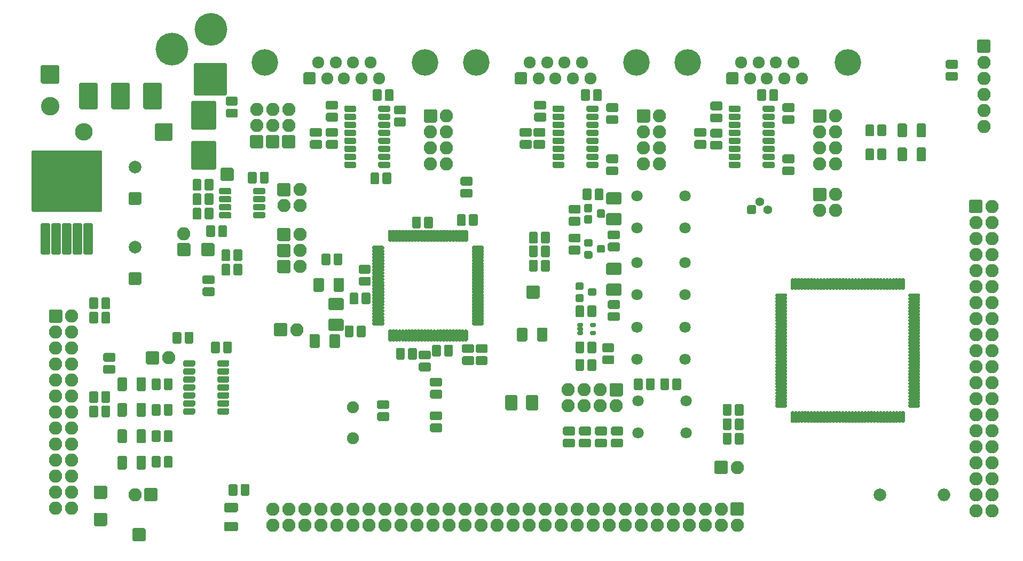
<source format=gts>
G04 #@! TF.GenerationSoftware,KiCad,Pcbnew,5.1.10-88a1d61d58~88~ubuntu18.04.1*
G04 #@! TF.CreationDate,2021-06-12T18:10:02+08:00*
G04 #@! TF.ProjectId,kit-dev-coldfire-xilinx_5213,6b69742d-6465-4762-9d63-6f6c64666972,2*
G04 #@! TF.SameCoordinates,Original*
G04 #@! TF.FileFunction,Soldermask,Top*
G04 #@! TF.FilePolarity,Negative*
%FSLAX46Y46*%
G04 Gerber Fmt 4.6, Leading zero omitted, Abs format (unit mm)*
G04 Created by KiCad (PCBNEW 5.1.10-88a1d61d58~88~ubuntu18.04.1) date 2021-06-12 18:10:02*
%MOMM*%
%LPD*%
G01*
G04 APERTURE LIST*
%ADD10O,2.800000X2.800000*%
%ADD11O,2.000000X2.000000*%
%ADD12C,2.000000*%
%ADD13C,1.400000*%
%ADD14O,2.100000X2.100000*%
%ADD15C,1.900000*%
%ADD16C,5.200600*%
%ADD17C,2.940000*%
%ADD18C,4.210000*%
%ADD19C,1.924000*%
%ADD20C,1.797000*%
G04 APERTURE END LIST*
G36*
G01*
X160751000Y-102889000D02*
X160751000Y-102089000D01*
G75*
G02*
X160951000Y-101889000I200000J0D01*
G01*
X161851000Y-101889000D01*
G75*
G02*
X162051000Y-102089000I0J-200000D01*
G01*
X162051000Y-102889000D01*
G75*
G02*
X161851000Y-103089000I-200000J0D01*
G01*
X160951000Y-103089000D01*
G75*
G02*
X160751000Y-102889000I0J200000D01*
G01*
G37*
G36*
G01*
X158751000Y-103839000D02*
X158751000Y-103039000D01*
G75*
G02*
X158951000Y-102839000I200000J0D01*
G01*
X159851000Y-102839000D01*
G75*
G02*
X160051000Y-103039000I0J-200000D01*
G01*
X160051000Y-103839000D01*
G75*
G02*
X159851000Y-104039000I-200000J0D01*
G01*
X158951000Y-104039000D01*
G75*
G02*
X158751000Y-103839000I0J200000D01*
G01*
G37*
G36*
G01*
X158751000Y-101939000D02*
X158751000Y-101139000D01*
G75*
G02*
X158951000Y-100939000I200000J0D01*
G01*
X159851000Y-100939000D01*
G75*
G02*
X160051000Y-101139000I0J-200000D01*
G01*
X160051000Y-101939000D01*
G75*
G02*
X159851000Y-102139000I-200000J0D01*
G01*
X158951000Y-102139000D01*
G75*
G02*
X158751000Y-101939000I0J200000D01*
G01*
G37*
G36*
G01*
X162148000Y-96031000D02*
X162148000Y-95231000D01*
G75*
G02*
X162348000Y-95031000I200000J0D01*
G01*
X163248000Y-95031000D01*
G75*
G02*
X163448000Y-95231000I0J-200000D01*
G01*
X163448000Y-96031000D01*
G75*
G02*
X163248000Y-96231000I-200000J0D01*
G01*
X162348000Y-96231000D01*
G75*
G02*
X162148000Y-96031000I0J200000D01*
G01*
G37*
G36*
G01*
X160148000Y-96981000D02*
X160148000Y-96181000D01*
G75*
G02*
X160348000Y-95981000I200000J0D01*
G01*
X161248000Y-95981000D01*
G75*
G02*
X161448000Y-96181000I0J-200000D01*
G01*
X161448000Y-96981000D01*
G75*
G02*
X161248000Y-97181000I-200000J0D01*
G01*
X160348000Y-97181000D01*
G75*
G02*
X160148000Y-96981000I0J200000D01*
G01*
G37*
G36*
G01*
X160148000Y-95081000D02*
X160148000Y-94281000D01*
G75*
G02*
X160348000Y-94081000I200000J0D01*
G01*
X161248000Y-94081000D01*
G75*
G02*
X161448000Y-94281000I0J-200000D01*
G01*
X161448000Y-95081000D01*
G75*
G02*
X161248000Y-95281000I-200000J0D01*
G01*
X160348000Y-95281000D01*
G75*
G02*
X160148000Y-95081000I0J200000D01*
G01*
G37*
D10*
X80772000Y-77089000D03*
G36*
G01*
X94872000Y-75889000D02*
X94872000Y-78289000D01*
G75*
G02*
X94672000Y-78489000I-200000J0D01*
G01*
X92272000Y-78489000D01*
G75*
G02*
X92072000Y-78289000I0J200000D01*
G01*
X92072000Y-75889000D01*
G75*
G02*
X92272000Y-75689000I200000J0D01*
G01*
X94672000Y-75689000D01*
G75*
G02*
X94872000Y-75889000I0J-200000D01*
G01*
G37*
D11*
X217170000Y-134620000D03*
D12*
X207010000Y-134620000D03*
G36*
G01*
X104193000Y-89997000D02*
X104193000Y-90597000D01*
G75*
G02*
X103993000Y-90797000I-200000J0D01*
G01*
X102443000Y-90797000D01*
G75*
G02*
X102243000Y-90597000I0J200000D01*
G01*
X102243000Y-89997000D01*
G75*
G02*
X102443000Y-89797000I200000J0D01*
G01*
X103993000Y-89797000D01*
G75*
G02*
X104193000Y-89997000I0J-200000D01*
G01*
G37*
G36*
G01*
X104193000Y-88727000D02*
X104193000Y-89327000D01*
G75*
G02*
X103993000Y-89527000I-200000J0D01*
G01*
X102443000Y-89527000D01*
G75*
G02*
X102243000Y-89327000I0J200000D01*
G01*
X102243000Y-88727000D01*
G75*
G02*
X102443000Y-88527000I200000J0D01*
G01*
X103993000Y-88527000D01*
G75*
G02*
X104193000Y-88727000I0J-200000D01*
G01*
G37*
G36*
G01*
X104193000Y-87457000D02*
X104193000Y-88057000D01*
G75*
G02*
X103993000Y-88257000I-200000J0D01*
G01*
X102443000Y-88257000D01*
G75*
G02*
X102243000Y-88057000I0J200000D01*
G01*
X102243000Y-87457000D01*
G75*
G02*
X102443000Y-87257000I200000J0D01*
G01*
X103993000Y-87257000D01*
G75*
G02*
X104193000Y-87457000I0J-200000D01*
G01*
G37*
G36*
G01*
X104193000Y-86187000D02*
X104193000Y-86787000D01*
G75*
G02*
X103993000Y-86987000I-200000J0D01*
G01*
X102443000Y-86987000D01*
G75*
G02*
X102243000Y-86787000I0J200000D01*
G01*
X102243000Y-86187000D01*
G75*
G02*
X102443000Y-85987000I200000J0D01*
G01*
X103993000Y-85987000D01*
G75*
G02*
X104193000Y-86187000I0J-200000D01*
G01*
G37*
G36*
G01*
X109593000Y-86187000D02*
X109593000Y-86787000D01*
G75*
G02*
X109393000Y-86987000I-200000J0D01*
G01*
X107843000Y-86987000D01*
G75*
G02*
X107643000Y-86787000I0J200000D01*
G01*
X107643000Y-86187000D01*
G75*
G02*
X107843000Y-85987000I200000J0D01*
G01*
X109393000Y-85987000D01*
G75*
G02*
X109593000Y-86187000I0J-200000D01*
G01*
G37*
G36*
G01*
X109593000Y-87457000D02*
X109593000Y-88057000D01*
G75*
G02*
X109393000Y-88257000I-200000J0D01*
G01*
X107843000Y-88257000D01*
G75*
G02*
X107643000Y-88057000I0J200000D01*
G01*
X107643000Y-87457000D01*
G75*
G02*
X107843000Y-87257000I200000J0D01*
G01*
X109393000Y-87257000D01*
G75*
G02*
X109593000Y-87457000I0J-200000D01*
G01*
G37*
G36*
G01*
X109593000Y-88727000D02*
X109593000Y-89327000D01*
G75*
G02*
X109393000Y-89527000I-200000J0D01*
G01*
X107843000Y-89527000D01*
G75*
G02*
X107643000Y-89327000I0J200000D01*
G01*
X107643000Y-88727000D01*
G75*
G02*
X107843000Y-88527000I200000J0D01*
G01*
X109393000Y-88527000D01*
G75*
G02*
X109593000Y-88727000I0J-200000D01*
G01*
G37*
G36*
G01*
X109593000Y-89997000D02*
X109593000Y-90597000D01*
G75*
G02*
X109393000Y-90797000I-200000J0D01*
G01*
X107843000Y-90797000D01*
G75*
G02*
X107643000Y-90597000I0J200000D01*
G01*
X107643000Y-89997000D01*
G75*
G02*
X107843000Y-89797000I200000J0D01*
G01*
X109393000Y-89797000D01*
G75*
G02*
X109593000Y-89997000I0J-200000D01*
G01*
G37*
G36*
G01*
X75255000Y-96540000D02*
X74155000Y-96540000D01*
G75*
G02*
X73955000Y-96340000I0J200000D01*
G01*
X73955000Y-91740000D01*
G75*
G02*
X74155000Y-91540000I200000J0D01*
G01*
X75255000Y-91540000D01*
G75*
G02*
X75455000Y-91740000I0J-200000D01*
G01*
X75455000Y-96340000D01*
G75*
G02*
X75255000Y-96540000I-200000J0D01*
G01*
G37*
G36*
G01*
X76955000Y-96540000D02*
X75855000Y-96540000D01*
G75*
G02*
X75655000Y-96340000I0J200000D01*
G01*
X75655000Y-91740000D01*
G75*
G02*
X75855000Y-91540000I200000J0D01*
G01*
X76955000Y-91540000D01*
G75*
G02*
X77155000Y-91740000I0J-200000D01*
G01*
X77155000Y-96340000D01*
G75*
G02*
X76955000Y-96540000I-200000J0D01*
G01*
G37*
G36*
G01*
X78655000Y-96540000D02*
X77555000Y-96540000D01*
G75*
G02*
X77355000Y-96340000I0J200000D01*
G01*
X77355000Y-91740000D01*
G75*
G02*
X77555000Y-91540000I200000J0D01*
G01*
X78655000Y-91540000D01*
G75*
G02*
X78855000Y-91740000I0J-200000D01*
G01*
X78855000Y-96340000D01*
G75*
G02*
X78655000Y-96540000I-200000J0D01*
G01*
G37*
G36*
G01*
X80355000Y-96540000D02*
X79255000Y-96540000D01*
G75*
G02*
X79055000Y-96340000I0J200000D01*
G01*
X79055000Y-91740000D01*
G75*
G02*
X79255000Y-91540000I200000J0D01*
G01*
X80355000Y-91540000D01*
G75*
G02*
X80555000Y-91740000I0J-200000D01*
G01*
X80555000Y-96340000D01*
G75*
G02*
X80355000Y-96540000I-200000J0D01*
G01*
G37*
G36*
G01*
X82055000Y-96540000D02*
X80955000Y-96540000D01*
G75*
G02*
X80755000Y-96340000I0J200000D01*
G01*
X80755000Y-91740000D01*
G75*
G02*
X80955000Y-91540000I200000J0D01*
G01*
X82055000Y-91540000D01*
G75*
G02*
X82255000Y-91740000I0J-200000D01*
G01*
X82255000Y-96340000D01*
G75*
G02*
X82055000Y-96540000I-200000J0D01*
G01*
G37*
G36*
G01*
X83505001Y-89790000D02*
X72704999Y-89790000D01*
G75*
G02*
X72505000Y-89590001I0J199999D01*
G01*
X72505000Y-80189999D01*
G75*
G02*
X72704999Y-79990000I199999J0D01*
G01*
X83505001Y-79990000D01*
G75*
G02*
X83705000Y-80189999I0J-199999D01*
G01*
X83705000Y-89590001D01*
G75*
G02*
X83505001Y-89790000I-199999J0D01*
G01*
G37*
X88900000Y-95330000D03*
G36*
G01*
X89700000Y-101330000D02*
X88100000Y-101330000D01*
G75*
G02*
X87900000Y-101130000I0J200000D01*
G01*
X87900000Y-99530000D01*
G75*
G02*
X88100000Y-99330000I200000J0D01*
G01*
X89700000Y-99330000D01*
G75*
G02*
X89900000Y-99530000I0J-200000D01*
G01*
X89900000Y-101130000D01*
G75*
G02*
X89700000Y-101330000I-200000J0D01*
G01*
G37*
X88900000Y-82630000D03*
G36*
G01*
X89700000Y-88630000D02*
X88100000Y-88630000D01*
G75*
G02*
X87900000Y-88430000I0J200000D01*
G01*
X87900000Y-86830000D01*
G75*
G02*
X88100000Y-86630000I200000J0D01*
G01*
X89700000Y-86630000D01*
G75*
G02*
X89900000Y-86830000I0J-200000D01*
G01*
X89900000Y-88430000D01*
G75*
G02*
X89700000Y-88630000I-200000J0D01*
G01*
G37*
G36*
G01*
X101953000Y-114092000D02*
X101953000Y-113492000D01*
G75*
G02*
X102153000Y-113292000I200000J0D01*
G01*
X103653000Y-113292000D01*
G75*
G02*
X103853000Y-113492000I0J-200000D01*
G01*
X103853000Y-114092000D01*
G75*
G02*
X103653000Y-114292000I-200000J0D01*
G01*
X102153000Y-114292000D01*
G75*
G02*
X101953000Y-114092000I0J200000D01*
G01*
G37*
G36*
G01*
X101953000Y-115362000D02*
X101953000Y-114762000D01*
G75*
G02*
X102153000Y-114562000I200000J0D01*
G01*
X103653000Y-114562000D01*
G75*
G02*
X103853000Y-114762000I0J-200000D01*
G01*
X103853000Y-115362000D01*
G75*
G02*
X103653000Y-115562000I-200000J0D01*
G01*
X102153000Y-115562000D01*
G75*
G02*
X101953000Y-115362000I0J200000D01*
G01*
G37*
G36*
G01*
X101953000Y-116632000D02*
X101953000Y-116032000D01*
G75*
G02*
X102153000Y-115832000I200000J0D01*
G01*
X103653000Y-115832000D01*
G75*
G02*
X103853000Y-116032000I0J-200000D01*
G01*
X103853000Y-116632000D01*
G75*
G02*
X103653000Y-116832000I-200000J0D01*
G01*
X102153000Y-116832000D01*
G75*
G02*
X101953000Y-116632000I0J200000D01*
G01*
G37*
G36*
G01*
X101953000Y-117902000D02*
X101953000Y-117302000D01*
G75*
G02*
X102153000Y-117102000I200000J0D01*
G01*
X103653000Y-117102000D01*
G75*
G02*
X103853000Y-117302000I0J-200000D01*
G01*
X103853000Y-117902000D01*
G75*
G02*
X103653000Y-118102000I-200000J0D01*
G01*
X102153000Y-118102000D01*
G75*
G02*
X101953000Y-117902000I0J200000D01*
G01*
G37*
G36*
G01*
X101953000Y-119172000D02*
X101953000Y-118572000D01*
G75*
G02*
X102153000Y-118372000I200000J0D01*
G01*
X103653000Y-118372000D01*
G75*
G02*
X103853000Y-118572000I0J-200000D01*
G01*
X103853000Y-119172000D01*
G75*
G02*
X103653000Y-119372000I-200000J0D01*
G01*
X102153000Y-119372000D01*
G75*
G02*
X101953000Y-119172000I0J200000D01*
G01*
G37*
G36*
G01*
X101953000Y-120442000D02*
X101953000Y-119842000D01*
G75*
G02*
X102153000Y-119642000I200000J0D01*
G01*
X103653000Y-119642000D01*
G75*
G02*
X103853000Y-119842000I0J-200000D01*
G01*
X103853000Y-120442000D01*
G75*
G02*
X103653000Y-120642000I-200000J0D01*
G01*
X102153000Y-120642000D01*
G75*
G02*
X101953000Y-120442000I0J200000D01*
G01*
G37*
G36*
G01*
X101953000Y-121712000D02*
X101953000Y-121112000D01*
G75*
G02*
X102153000Y-120912000I200000J0D01*
G01*
X103653000Y-120912000D01*
G75*
G02*
X103853000Y-121112000I0J-200000D01*
G01*
X103853000Y-121712000D01*
G75*
G02*
X103653000Y-121912000I-200000J0D01*
G01*
X102153000Y-121912000D01*
G75*
G02*
X101953000Y-121712000I0J200000D01*
G01*
G37*
G36*
G01*
X96553000Y-121712000D02*
X96553000Y-121112000D01*
G75*
G02*
X96753000Y-120912000I200000J0D01*
G01*
X98253000Y-120912000D01*
G75*
G02*
X98453000Y-121112000I0J-200000D01*
G01*
X98453000Y-121712000D01*
G75*
G02*
X98253000Y-121912000I-200000J0D01*
G01*
X96753000Y-121912000D01*
G75*
G02*
X96553000Y-121712000I0J200000D01*
G01*
G37*
G36*
G01*
X96553000Y-120442000D02*
X96553000Y-119842000D01*
G75*
G02*
X96753000Y-119642000I200000J0D01*
G01*
X98253000Y-119642000D01*
G75*
G02*
X98453000Y-119842000I0J-200000D01*
G01*
X98453000Y-120442000D01*
G75*
G02*
X98253000Y-120642000I-200000J0D01*
G01*
X96753000Y-120642000D01*
G75*
G02*
X96553000Y-120442000I0J200000D01*
G01*
G37*
G36*
G01*
X96553000Y-119172000D02*
X96553000Y-118572000D01*
G75*
G02*
X96753000Y-118372000I200000J0D01*
G01*
X98253000Y-118372000D01*
G75*
G02*
X98453000Y-118572000I0J-200000D01*
G01*
X98453000Y-119172000D01*
G75*
G02*
X98253000Y-119372000I-200000J0D01*
G01*
X96753000Y-119372000D01*
G75*
G02*
X96553000Y-119172000I0J200000D01*
G01*
G37*
G36*
G01*
X96553000Y-117902000D02*
X96553000Y-117302000D01*
G75*
G02*
X96753000Y-117102000I200000J0D01*
G01*
X98253000Y-117102000D01*
G75*
G02*
X98453000Y-117302000I0J-200000D01*
G01*
X98453000Y-117902000D01*
G75*
G02*
X98253000Y-118102000I-200000J0D01*
G01*
X96753000Y-118102000D01*
G75*
G02*
X96553000Y-117902000I0J200000D01*
G01*
G37*
G36*
G01*
X96553000Y-116632000D02*
X96553000Y-116032000D01*
G75*
G02*
X96753000Y-115832000I200000J0D01*
G01*
X98253000Y-115832000D01*
G75*
G02*
X98453000Y-116032000I0J-200000D01*
G01*
X98453000Y-116632000D01*
G75*
G02*
X98253000Y-116832000I-200000J0D01*
G01*
X96753000Y-116832000D01*
G75*
G02*
X96553000Y-116632000I0J200000D01*
G01*
G37*
G36*
G01*
X96553000Y-115362000D02*
X96553000Y-114762000D01*
G75*
G02*
X96753000Y-114562000I200000J0D01*
G01*
X98253000Y-114562000D01*
G75*
G02*
X98453000Y-114762000I0J-200000D01*
G01*
X98453000Y-115362000D01*
G75*
G02*
X98253000Y-115562000I-200000J0D01*
G01*
X96753000Y-115562000D01*
G75*
G02*
X96553000Y-115362000I0J200000D01*
G01*
G37*
G36*
G01*
X96553000Y-114092000D02*
X96553000Y-113492000D01*
G75*
G02*
X96753000Y-113292000I200000J0D01*
G01*
X98253000Y-113292000D01*
G75*
G02*
X98453000Y-113492000I0J-200000D01*
G01*
X98453000Y-114092000D01*
G75*
G02*
X98253000Y-114292000I-200000J0D01*
G01*
X96753000Y-114292000D01*
G75*
G02*
X96553000Y-114092000I0J200000D01*
G01*
G37*
G36*
G01*
X87622000Y-120258000D02*
X87622000Y-122058000D01*
G75*
G02*
X87422000Y-122258000I-200000J0D01*
G01*
X86352000Y-122258000D01*
G75*
G02*
X86152000Y-122058000I0J200000D01*
G01*
X86152000Y-120258000D01*
G75*
G02*
X86352000Y-120058000I200000J0D01*
G01*
X87422000Y-120058000D01*
G75*
G02*
X87622000Y-120258000I0J-200000D01*
G01*
G37*
G36*
G01*
X90632000Y-120258000D02*
X90632000Y-122058000D01*
G75*
G02*
X90432000Y-122258000I-200000J0D01*
G01*
X89362000Y-122258000D01*
G75*
G02*
X89162000Y-122058000I0J200000D01*
G01*
X89162000Y-120258000D01*
G75*
G02*
X89362000Y-120058000I200000J0D01*
G01*
X90432000Y-120058000D01*
G75*
G02*
X90632000Y-120258000I0J-200000D01*
G01*
G37*
G36*
G01*
X87622000Y-116194000D02*
X87622000Y-117994000D01*
G75*
G02*
X87422000Y-118194000I-200000J0D01*
G01*
X86352000Y-118194000D01*
G75*
G02*
X86152000Y-117994000I0J200000D01*
G01*
X86152000Y-116194000D01*
G75*
G02*
X86352000Y-115994000I200000J0D01*
G01*
X87422000Y-115994000D01*
G75*
G02*
X87622000Y-116194000I0J-200000D01*
G01*
G37*
G36*
G01*
X90632000Y-116194000D02*
X90632000Y-117994000D01*
G75*
G02*
X90432000Y-118194000I-200000J0D01*
G01*
X89362000Y-118194000D01*
G75*
G02*
X89162000Y-117994000I0J200000D01*
G01*
X89162000Y-116194000D01*
G75*
G02*
X89362000Y-115994000I200000J0D01*
G01*
X90432000Y-115994000D01*
G75*
G02*
X90632000Y-116194000I0J-200000D01*
G01*
G37*
G36*
G01*
X212860000Y-81545000D02*
X212860000Y-79745000D01*
G75*
G02*
X213060000Y-79545000I200000J0D01*
G01*
X214130000Y-79545000D01*
G75*
G02*
X214330000Y-79745000I0J-200000D01*
G01*
X214330000Y-81545000D01*
G75*
G02*
X214130000Y-81745000I-200000J0D01*
G01*
X213060000Y-81745000D01*
G75*
G02*
X212860000Y-81545000I0J200000D01*
G01*
G37*
G36*
G01*
X209850000Y-81545000D02*
X209850000Y-79745000D01*
G75*
G02*
X210050000Y-79545000I200000J0D01*
G01*
X211120000Y-79545000D01*
G75*
G02*
X211320000Y-79745000I0J-200000D01*
G01*
X211320000Y-81545000D01*
G75*
G02*
X211120000Y-81745000I-200000J0D01*
G01*
X210050000Y-81745000D01*
G75*
G02*
X209850000Y-81545000I0J200000D01*
G01*
G37*
G36*
G01*
X212860000Y-77735000D02*
X212860000Y-75935000D01*
G75*
G02*
X213060000Y-75735000I200000J0D01*
G01*
X214130000Y-75735000D01*
G75*
G02*
X214330000Y-75935000I0J-200000D01*
G01*
X214330000Y-77735000D01*
G75*
G02*
X214130000Y-77935000I-200000J0D01*
G01*
X213060000Y-77935000D01*
G75*
G02*
X212860000Y-77735000I0J200000D01*
G01*
G37*
G36*
G01*
X209850000Y-77735000D02*
X209850000Y-75935000D01*
G75*
G02*
X210050000Y-75735000I200000J0D01*
G01*
X211120000Y-75735000D01*
G75*
G02*
X211320000Y-75935000I0J-200000D01*
G01*
X211320000Y-77735000D01*
G75*
G02*
X211120000Y-77935000I-200000J0D01*
G01*
X210050000Y-77935000D01*
G75*
G02*
X209850000Y-77735000I0J200000D01*
G01*
G37*
G36*
G01*
X103240000Y-138946000D02*
X105040000Y-138946000D01*
G75*
G02*
X105240000Y-139146000I0J-200000D01*
G01*
X105240000Y-140216000D01*
G75*
G02*
X105040000Y-140416000I-200000J0D01*
G01*
X103240000Y-140416000D01*
G75*
G02*
X103040000Y-140216000I0J200000D01*
G01*
X103040000Y-139146000D01*
G75*
G02*
X103240000Y-138946000I200000J0D01*
G01*
G37*
G36*
G01*
X103240000Y-135936000D02*
X105040000Y-135936000D01*
G75*
G02*
X105240000Y-136136000I0J-200000D01*
G01*
X105240000Y-137206000D01*
G75*
G02*
X105040000Y-137406000I-200000J0D01*
G01*
X103240000Y-137406000D01*
G75*
G02*
X103040000Y-137206000I0J200000D01*
G01*
X103040000Y-136136000D01*
G75*
G02*
X103240000Y-135936000I200000J0D01*
G01*
G37*
G36*
G01*
X87622000Y-124449000D02*
X87622000Y-126249000D01*
G75*
G02*
X87422000Y-126449000I-200000J0D01*
G01*
X86352000Y-126449000D01*
G75*
G02*
X86152000Y-126249000I0J200000D01*
G01*
X86152000Y-124449000D01*
G75*
G02*
X86352000Y-124249000I200000J0D01*
G01*
X87422000Y-124249000D01*
G75*
G02*
X87622000Y-124449000I0J-200000D01*
G01*
G37*
G36*
G01*
X90632000Y-124449000D02*
X90632000Y-126249000D01*
G75*
G02*
X90432000Y-126449000I-200000J0D01*
G01*
X89362000Y-126449000D01*
G75*
G02*
X89162000Y-126249000I0J200000D01*
G01*
X89162000Y-124449000D01*
G75*
G02*
X89362000Y-124249000I200000J0D01*
G01*
X90432000Y-124249000D01*
G75*
G02*
X90632000Y-124449000I0J-200000D01*
G01*
G37*
G36*
G01*
X87622000Y-128640000D02*
X87622000Y-130440000D01*
G75*
G02*
X87422000Y-130640000I-200000J0D01*
G01*
X86352000Y-130640000D01*
G75*
G02*
X86152000Y-130440000I0J200000D01*
G01*
X86152000Y-128640000D01*
G75*
G02*
X86352000Y-128440000I200000J0D01*
G01*
X87422000Y-128440000D01*
G75*
G02*
X87622000Y-128640000I0J-200000D01*
G01*
G37*
G36*
G01*
X90632000Y-128640000D02*
X90632000Y-130440000D01*
G75*
G02*
X90432000Y-130640000I-200000J0D01*
G01*
X89362000Y-130640000D01*
G75*
G02*
X89162000Y-130440000I0J200000D01*
G01*
X89162000Y-128640000D01*
G75*
G02*
X89362000Y-128440000I200000J0D01*
G01*
X90432000Y-128440000D01*
G75*
G02*
X90632000Y-128640000I0J-200000D01*
G01*
G37*
G36*
G01*
X163830000Y-86668000D02*
X165862000Y-86668000D01*
G75*
G02*
X166062000Y-86868000I0J-200000D01*
G01*
X166062000Y-88392000D01*
G75*
G02*
X165862000Y-88592000I-200000J0D01*
G01*
X163830000Y-88592000D01*
G75*
G02*
X163630000Y-88392000I0J200000D01*
G01*
X163630000Y-86868000D01*
G75*
G02*
X163830000Y-86668000I200000J0D01*
G01*
G37*
G36*
G01*
X163830000Y-89970000D02*
X165862000Y-89970000D01*
G75*
G02*
X166062000Y-90170000I0J-200000D01*
G01*
X166062000Y-91694000D01*
G75*
G02*
X165862000Y-91894000I-200000J0D01*
G01*
X163830000Y-91894000D01*
G75*
G02*
X163630000Y-91694000I0J200000D01*
G01*
X163630000Y-90170000D01*
G75*
G02*
X163830000Y-89970000I200000J0D01*
G01*
G37*
G36*
G01*
X163830000Y-97844000D02*
X165862000Y-97844000D01*
G75*
G02*
X166062000Y-98044000I0J-200000D01*
G01*
X166062000Y-99568000D01*
G75*
G02*
X165862000Y-99768000I-200000J0D01*
G01*
X163830000Y-99768000D01*
G75*
G02*
X163630000Y-99568000I0J200000D01*
G01*
X163630000Y-98044000D01*
G75*
G02*
X163830000Y-97844000I200000J0D01*
G01*
G37*
G36*
G01*
X163830000Y-101146000D02*
X165862000Y-101146000D01*
G75*
G02*
X166062000Y-101346000I0J-200000D01*
G01*
X166062000Y-102870000D01*
G75*
G02*
X165862000Y-103070000I-200000J0D01*
G01*
X163830000Y-103070000D01*
G75*
G02*
X163630000Y-102870000I0J200000D01*
G01*
X163630000Y-101346000D01*
G75*
G02*
X163830000Y-101146000I200000J0D01*
G01*
G37*
G36*
G01*
X147628000Y-121031000D02*
X147628000Y-118999000D01*
G75*
G02*
X147828000Y-118799000I200000J0D01*
G01*
X149352000Y-118799000D01*
G75*
G02*
X149552000Y-118999000I0J-200000D01*
G01*
X149552000Y-121031000D01*
G75*
G02*
X149352000Y-121231000I-200000J0D01*
G01*
X147828000Y-121231000D01*
G75*
G02*
X147628000Y-121031000I0J200000D01*
G01*
G37*
G36*
G01*
X150930000Y-121031000D02*
X150930000Y-118999000D01*
G75*
G02*
X151130000Y-118799000I200000J0D01*
G01*
X152654000Y-118799000D01*
G75*
G02*
X152854000Y-118999000I0J-200000D01*
G01*
X152854000Y-121031000D01*
G75*
G02*
X152654000Y-121231000I-200000J0D01*
G01*
X151130000Y-121231000D01*
G75*
G02*
X150930000Y-121031000I0J200000D01*
G01*
G37*
G36*
G01*
X121793000Y-108658000D02*
X119761000Y-108658000D01*
G75*
G02*
X119561000Y-108458000I0J200000D01*
G01*
X119561000Y-106934000D01*
G75*
G02*
X119761000Y-106734000I200000J0D01*
G01*
X121793000Y-106734000D01*
G75*
G02*
X121993000Y-106934000I0J-200000D01*
G01*
X121993000Y-108458000D01*
G75*
G02*
X121793000Y-108658000I-200000J0D01*
G01*
G37*
G36*
G01*
X121793000Y-105356000D02*
X119761000Y-105356000D01*
G75*
G02*
X119561000Y-105156000I0J200000D01*
G01*
X119561000Y-103632000D01*
G75*
G02*
X119761000Y-103432000I200000J0D01*
G01*
X121793000Y-103432000D01*
G75*
G02*
X121993000Y-103632000I0J-200000D01*
G01*
X121993000Y-105156000D01*
G75*
G02*
X121793000Y-105356000I-200000J0D01*
G01*
G37*
G36*
G01*
X151169000Y-101439000D02*
X152869000Y-101439000D01*
G75*
G02*
X153069000Y-101639000I0J-200000D01*
G01*
X153069000Y-103339000D01*
G75*
G02*
X152869000Y-103539000I-200000J0D01*
G01*
X151169000Y-103539000D01*
G75*
G02*
X150969000Y-103339000I0J200000D01*
G01*
X150969000Y-101639000D01*
G75*
G02*
X151169000Y-101439000I200000J0D01*
G01*
G37*
G36*
G01*
X82589000Y-133189000D02*
X84289000Y-133189000D01*
G75*
G02*
X84489000Y-133389000I0J-200000D01*
G01*
X84489000Y-135089000D01*
G75*
G02*
X84289000Y-135289000I-200000J0D01*
G01*
X82589000Y-135289000D01*
G75*
G02*
X82389000Y-135089000I0J200000D01*
G01*
X82389000Y-133389000D01*
G75*
G02*
X82589000Y-133189000I200000J0D01*
G01*
G37*
G36*
G01*
X88685000Y-139920000D02*
X90385000Y-139920000D01*
G75*
G02*
X90585000Y-140120000I0J-200000D01*
G01*
X90585000Y-141820000D01*
G75*
G02*
X90385000Y-142020000I-200000J0D01*
G01*
X88685000Y-142020000D01*
G75*
G02*
X88485000Y-141820000I0J200000D01*
G01*
X88485000Y-140120000D01*
G75*
G02*
X88685000Y-139920000I200000J0D01*
G01*
G37*
G36*
G01*
X99607000Y-94708000D02*
X101307000Y-94708000D01*
G75*
G02*
X101507000Y-94908000I0J-200000D01*
G01*
X101507000Y-96608000D01*
G75*
G02*
X101307000Y-96808000I-200000J0D01*
G01*
X99607000Y-96808000D01*
G75*
G02*
X99407000Y-96608000I0J200000D01*
G01*
X99407000Y-94908000D01*
G75*
G02*
X99607000Y-94708000I200000J0D01*
G01*
G37*
G36*
G01*
X82589000Y-137507000D02*
X84289000Y-137507000D01*
G75*
G02*
X84489000Y-137707000I0J-200000D01*
G01*
X84489000Y-139407000D01*
G75*
G02*
X84289000Y-139607000I-200000J0D01*
G01*
X82589000Y-139607000D01*
G75*
G02*
X82389000Y-139407000I0J200000D01*
G01*
X82389000Y-137707000D01*
G75*
G02*
X82589000Y-137507000I200000J0D01*
G01*
G37*
G36*
G01*
X102655000Y-82770000D02*
X104355000Y-82770000D01*
G75*
G02*
X104555000Y-82970000I0J-200000D01*
G01*
X104555000Y-84670000D01*
G75*
G02*
X104355000Y-84870000I-200000J0D01*
G01*
X102655000Y-84870000D01*
G75*
G02*
X102455000Y-84670000I0J200000D01*
G01*
X102455000Y-82970000D01*
G75*
G02*
X102655000Y-82770000I200000J0D01*
G01*
G37*
G36*
G01*
X142332000Y-95613000D02*
X142332000Y-95333000D01*
G75*
G02*
X142532000Y-95133000I200000J0D01*
G01*
X144032000Y-95133000D01*
G75*
G02*
X144232000Y-95333000I0J-200000D01*
G01*
X144232000Y-95613000D01*
G75*
G02*
X144032000Y-95813000I-200000J0D01*
G01*
X142532000Y-95813000D01*
G75*
G02*
X142332000Y-95613000I0J200000D01*
G01*
G37*
G36*
G01*
X142332000Y-96113000D02*
X142332000Y-95833000D01*
G75*
G02*
X142532000Y-95633000I200000J0D01*
G01*
X144032000Y-95633000D01*
G75*
G02*
X144232000Y-95833000I0J-200000D01*
G01*
X144232000Y-96113000D01*
G75*
G02*
X144032000Y-96313000I-200000J0D01*
G01*
X142532000Y-96313000D01*
G75*
G02*
X142332000Y-96113000I0J200000D01*
G01*
G37*
G36*
G01*
X142332000Y-96613000D02*
X142332000Y-96333000D01*
G75*
G02*
X142532000Y-96133000I200000J0D01*
G01*
X144032000Y-96133000D01*
G75*
G02*
X144232000Y-96333000I0J-200000D01*
G01*
X144232000Y-96613000D01*
G75*
G02*
X144032000Y-96813000I-200000J0D01*
G01*
X142532000Y-96813000D01*
G75*
G02*
X142332000Y-96613000I0J200000D01*
G01*
G37*
G36*
G01*
X142332000Y-97113000D02*
X142332000Y-96833000D01*
G75*
G02*
X142532000Y-96633000I200000J0D01*
G01*
X144032000Y-96633000D01*
G75*
G02*
X144232000Y-96833000I0J-200000D01*
G01*
X144232000Y-97113000D01*
G75*
G02*
X144032000Y-97313000I-200000J0D01*
G01*
X142532000Y-97313000D01*
G75*
G02*
X142332000Y-97113000I0J200000D01*
G01*
G37*
G36*
G01*
X142332000Y-97613000D02*
X142332000Y-97333000D01*
G75*
G02*
X142532000Y-97133000I200000J0D01*
G01*
X144032000Y-97133000D01*
G75*
G02*
X144232000Y-97333000I0J-200000D01*
G01*
X144232000Y-97613000D01*
G75*
G02*
X144032000Y-97813000I-200000J0D01*
G01*
X142532000Y-97813000D01*
G75*
G02*
X142332000Y-97613000I0J200000D01*
G01*
G37*
G36*
G01*
X142332000Y-98113000D02*
X142332000Y-97833000D01*
G75*
G02*
X142532000Y-97633000I200000J0D01*
G01*
X144032000Y-97633000D01*
G75*
G02*
X144232000Y-97833000I0J-200000D01*
G01*
X144232000Y-98113000D01*
G75*
G02*
X144032000Y-98313000I-200000J0D01*
G01*
X142532000Y-98313000D01*
G75*
G02*
X142332000Y-98113000I0J200000D01*
G01*
G37*
G36*
G01*
X142332000Y-98613000D02*
X142332000Y-98333000D01*
G75*
G02*
X142532000Y-98133000I200000J0D01*
G01*
X144032000Y-98133000D01*
G75*
G02*
X144232000Y-98333000I0J-200000D01*
G01*
X144232000Y-98613000D01*
G75*
G02*
X144032000Y-98813000I-200000J0D01*
G01*
X142532000Y-98813000D01*
G75*
G02*
X142332000Y-98613000I0J200000D01*
G01*
G37*
G36*
G01*
X142332000Y-99113000D02*
X142332000Y-98833000D01*
G75*
G02*
X142532000Y-98633000I200000J0D01*
G01*
X144032000Y-98633000D01*
G75*
G02*
X144232000Y-98833000I0J-200000D01*
G01*
X144232000Y-99113000D01*
G75*
G02*
X144032000Y-99313000I-200000J0D01*
G01*
X142532000Y-99313000D01*
G75*
G02*
X142332000Y-99113000I0J200000D01*
G01*
G37*
G36*
G01*
X142332000Y-99613000D02*
X142332000Y-99333000D01*
G75*
G02*
X142532000Y-99133000I200000J0D01*
G01*
X144032000Y-99133000D01*
G75*
G02*
X144232000Y-99333000I0J-200000D01*
G01*
X144232000Y-99613000D01*
G75*
G02*
X144032000Y-99813000I-200000J0D01*
G01*
X142532000Y-99813000D01*
G75*
G02*
X142332000Y-99613000I0J200000D01*
G01*
G37*
G36*
G01*
X142332000Y-100113000D02*
X142332000Y-99833000D01*
G75*
G02*
X142532000Y-99633000I200000J0D01*
G01*
X144032000Y-99633000D01*
G75*
G02*
X144232000Y-99833000I0J-200000D01*
G01*
X144232000Y-100113000D01*
G75*
G02*
X144032000Y-100313000I-200000J0D01*
G01*
X142532000Y-100313000D01*
G75*
G02*
X142332000Y-100113000I0J200000D01*
G01*
G37*
G36*
G01*
X142332000Y-100613000D02*
X142332000Y-100333000D01*
G75*
G02*
X142532000Y-100133000I200000J0D01*
G01*
X144032000Y-100133000D01*
G75*
G02*
X144232000Y-100333000I0J-200000D01*
G01*
X144232000Y-100613000D01*
G75*
G02*
X144032000Y-100813000I-200000J0D01*
G01*
X142532000Y-100813000D01*
G75*
G02*
X142332000Y-100613000I0J200000D01*
G01*
G37*
G36*
G01*
X142332000Y-101113000D02*
X142332000Y-100833000D01*
G75*
G02*
X142532000Y-100633000I200000J0D01*
G01*
X144032000Y-100633000D01*
G75*
G02*
X144232000Y-100833000I0J-200000D01*
G01*
X144232000Y-101113000D01*
G75*
G02*
X144032000Y-101313000I-200000J0D01*
G01*
X142532000Y-101313000D01*
G75*
G02*
X142332000Y-101113000I0J200000D01*
G01*
G37*
G36*
G01*
X142332000Y-101613000D02*
X142332000Y-101333000D01*
G75*
G02*
X142532000Y-101133000I200000J0D01*
G01*
X144032000Y-101133000D01*
G75*
G02*
X144232000Y-101333000I0J-200000D01*
G01*
X144232000Y-101613000D01*
G75*
G02*
X144032000Y-101813000I-200000J0D01*
G01*
X142532000Y-101813000D01*
G75*
G02*
X142332000Y-101613000I0J200000D01*
G01*
G37*
G36*
G01*
X142332000Y-102113000D02*
X142332000Y-101833000D01*
G75*
G02*
X142532000Y-101633000I200000J0D01*
G01*
X144032000Y-101633000D01*
G75*
G02*
X144232000Y-101833000I0J-200000D01*
G01*
X144232000Y-102113000D01*
G75*
G02*
X144032000Y-102313000I-200000J0D01*
G01*
X142532000Y-102313000D01*
G75*
G02*
X142332000Y-102113000I0J200000D01*
G01*
G37*
G36*
G01*
X142332000Y-102613000D02*
X142332000Y-102333000D01*
G75*
G02*
X142532000Y-102133000I200000J0D01*
G01*
X144032000Y-102133000D01*
G75*
G02*
X144232000Y-102333000I0J-200000D01*
G01*
X144232000Y-102613000D01*
G75*
G02*
X144032000Y-102813000I-200000J0D01*
G01*
X142532000Y-102813000D01*
G75*
G02*
X142332000Y-102613000I0J200000D01*
G01*
G37*
G36*
G01*
X142332000Y-103113000D02*
X142332000Y-102833000D01*
G75*
G02*
X142532000Y-102633000I200000J0D01*
G01*
X144032000Y-102633000D01*
G75*
G02*
X144232000Y-102833000I0J-200000D01*
G01*
X144232000Y-103113000D01*
G75*
G02*
X144032000Y-103313000I-200000J0D01*
G01*
X142532000Y-103313000D01*
G75*
G02*
X142332000Y-103113000I0J200000D01*
G01*
G37*
G36*
G01*
X142332000Y-103613000D02*
X142332000Y-103333000D01*
G75*
G02*
X142532000Y-103133000I200000J0D01*
G01*
X144032000Y-103133000D01*
G75*
G02*
X144232000Y-103333000I0J-200000D01*
G01*
X144232000Y-103613000D01*
G75*
G02*
X144032000Y-103813000I-200000J0D01*
G01*
X142532000Y-103813000D01*
G75*
G02*
X142332000Y-103613000I0J200000D01*
G01*
G37*
G36*
G01*
X142332000Y-104113000D02*
X142332000Y-103833000D01*
G75*
G02*
X142532000Y-103633000I200000J0D01*
G01*
X144032000Y-103633000D01*
G75*
G02*
X144232000Y-103833000I0J-200000D01*
G01*
X144232000Y-104113000D01*
G75*
G02*
X144032000Y-104313000I-200000J0D01*
G01*
X142532000Y-104313000D01*
G75*
G02*
X142332000Y-104113000I0J200000D01*
G01*
G37*
G36*
G01*
X142332000Y-104613000D02*
X142332000Y-104333000D01*
G75*
G02*
X142532000Y-104133000I200000J0D01*
G01*
X144032000Y-104133000D01*
G75*
G02*
X144232000Y-104333000I0J-200000D01*
G01*
X144232000Y-104613000D01*
G75*
G02*
X144032000Y-104813000I-200000J0D01*
G01*
X142532000Y-104813000D01*
G75*
G02*
X142332000Y-104613000I0J200000D01*
G01*
G37*
G36*
G01*
X142332000Y-105113000D02*
X142332000Y-104833000D01*
G75*
G02*
X142532000Y-104633000I200000J0D01*
G01*
X144032000Y-104633000D01*
G75*
G02*
X144232000Y-104833000I0J-200000D01*
G01*
X144232000Y-105113000D01*
G75*
G02*
X144032000Y-105313000I-200000J0D01*
G01*
X142532000Y-105313000D01*
G75*
G02*
X142332000Y-105113000I0J200000D01*
G01*
G37*
G36*
G01*
X142332000Y-105613000D02*
X142332000Y-105333000D01*
G75*
G02*
X142532000Y-105133000I200000J0D01*
G01*
X144032000Y-105133000D01*
G75*
G02*
X144232000Y-105333000I0J-200000D01*
G01*
X144232000Y-105613000D01*
G75*
G02*
X144032000Y-105813000I-200000J0D01*
G01*
X142532000Y-105813000D01*
G75*
G02*
X142332000Y-105613000I0J200000D01*
G01*
G37*
G36*
G01*
X142332000Y-106113000D02*
X142332000Y-105833000D01*
G75*
G02*
X142532000Y-105633000I200000J0D01*
G01*
X144032000Y-105633000D01*
G75*
G02*
X144232000Y-105833000I0J-200000D01*
G01*
X144232000Y-106113000D01*
G75*
G02*
X144032000Y-106313000I-200000J0D01*
G01*
X142532000Y-106313000D01*
G75*
G02*
X142332000Y-106113000I0J200000D01*
G01*
G37*
G36*
G01*
X142332000Y-106613000D02*
X142332000Y-106333000D01*
G75*
G02*
X142532000Y-106133000I200000J0D01*
G01*
X144032000Y-106133000D01*
G75*
G02*
X144232000Y-106333000I0J-200000D01*
G01*
X144232000Y-106613000D01*
G75*
G02*
X144032000Y-106813000I-200000J0D01*
G01*
X142532000Y-106813000D01*
G75*
G02*
X142332000Y-106613000I0J200000D01*
G01*
G37*
G36*
G01*
X142332000Y-107113000D02*
X142332000Y-106833000D01*
G75*
G02*
X142532000Y-106633000I200000J0D01*
G01*
X144032000Y-106633000D01*
G75*
G02*
X144232000Y-106833000I0J-200000D01*
G01*
X144232000Y-107113000D01*
G75*
G02*
X144032000Y-107313000I-200000J0D01*
G01*
X142532000Y-107313000D01*
G75*
G02*
X142332000Y-107113000I0J200000D01*
G01*
G37*
G36*
G01*
X142332000Y-107613000D02*
X142332000Y-107333000D01*
G75*
G02*
X142532000Y-107133000I200000J0D01*
G01*
X144032000Y-107133000D01*
G75*
G02*
X144232000Y-107333000I0J-200000D01*
G01*
X144232000Y-107613000D01*
G75*
G02*
X144032000Y-107813000I-200000J0D01*
G01*
X142532000Y-107813000D01*
G75*
G02*
X142332000Y-107613000I0J200000D01*
G01*
G37*
G36*
G01*
X141242000Y-108423000D02*
X141522000Y-108423000D01*
G75*
G02*
X141722000Y-108623000I0J-200000D01*
G01*
X141722000Y-110123000D01*
G75*
G02*
X141522000Y-110323000I-200000J0D01*
G01*
X141242000Y-110323000D01*
G75*
G02*
X141042000Y-110123000I0J200000D01*
G01*
X141042000Y-108623000D01*
G75*
G02*
X141242000Y-108423000I200000J0D01*
G01*
G37*
G36*
G01*
X140742000Y-108423000D02*
X141022000Y-108423000D01*
G75*
G02*
X141222000Y-108623000I0J-200000D01*
G01*
X141222000Y-110123000D01*
G75*
G02*
X141022000Y-110323000I-200000J0D01*
G01*
X140742000Y-110323000D01*
G75*
G02*
X140542000Y-110123000I0J200000D01*
G01*
X140542000Y-108623000D01*
G75*
G02*
X140742000Y-108423000I200000J0D01*
G01*
G37*
G36*
G01*
X140242000Y-108423000D02*
X140522000Y-108423000D01*
G75*
G02*
X140722000Y-108623000I0J-200000D01*
G01*
X140722000Y-110123000D01*
G75*
G02*
X140522000Y-110323000I-200000J0D01*
G01*
X140242000Y-110323000D01*
G75*
G02*
X140042000Y-110123000I0J200000D01*
G01*
X140042000Y-108623000D01*
G75*
G02*
X140242000Y-108423000I200000J0D01*
G01*
G37*
G36*
G01*
X139742000Y-108423000D02*
X140022000Y-108423000D01*
G75*
G02*
X140222000Y-108623000I0J-200000D01*
G01*
X140222000Y-110123000D01*
G75*
G02*
X140022000Y-110323000I-200000J0D01*
G01*
X139742000Y-110323000D01*
G75*
G02*
X139542000Y-110123000I0J200000D01*
G01*
X139542000Y-108623000D01*
G75*
G02*
X139742000Y-108423000I200000J0D01*
G01*
G37*
G36*
G01*
X139242000Y-108423000D02*
X139522000Y-108423000D01*
G75*
G02*
X139722000Y-108623000I0J-200000D01*
G01*
X139722000Y-110123000D01*
G75*
G02*
X139522000Y-110323000I-200000J0D01*
G01*
X139242000Y-110323000D01*
G75*
G02*
X139042000Y-110123000I0J200000D01*
G01*
X139042000Y-108623000D01*
G75*
G02*
X139242000Y-108423000I200000J0D01*
G01*
G37*
G36*
G01*
X138742000Y-108423000D02*
X139022000Y-108423000D01*
G75*
G02*
X139222000Y-108623000I0J-200000D01*
G01*
X139222000Y-110123000D01*
G75*
G02*
X139022000Y-110323000I-200000J0D01*
G01*
X138742000Y-110323000D01*
G75*
G02*
X138542000Y-110123000I0J200000D01*
G01*
X138542000Y-108623000D01*
G75*
G02*
X138742000Y-108423000I200000J0D01*
G01*
G37*
G36*
G01*
X138242000Y-108423000D02*
X138522000Y-108423000D01*
G75*
G02*
X138722000Y-108623000I0J-200000D01*
G01*
X138722000Y-110123000D01*
G75*
G02*
X138522000Y-110323000I-200000J0D01*
G01*
X138242000Y-110323000D01*
G75*
G02*
X138042000Y-110123000I0J200000D01*
G01*
X138042000Y-108623000D01*
G75*
G02*
X138242000Y-108423000I200000J0D01*
G01*
G37*
G36*
G01*
X137742000Y-108423000D02*
X138022000Y-108423000D01*
G75*
G02*
X138222000Y-108623000I0J-200000D01*
G01*
X138222000Y-110123000D01*
G75*
G02*
X138022000Y-110323000I-200000J0D01*
G01*
X137742000Y-110323000D01*
G75*
G02*
X137542000Y-110123000I0J200000D01*
G01*
X137542000Y-108623000D01*
G75*
G02*
X137742000Y-108423000I200000J0D01*
G01*
G37*
G36*
G01*
X137242000Y-108423000D02*
X137522000Y-108423000D01*
G75*
G02*
X137722000Y-108623000I0J-200000D01*
G01*
X137722000Y-110123000D01*
G75*
G02*
X137522000Y-110323000I-200000J0D01*
G01*
X137242000Y-110323000D01*
G75*
G02*
X137042000Y-110123000I0J200000D01*
G01*
X137042000Y-108623000D01*
G75*
G02*
X137242000Y-108423000I200000J0D01*
G01*
G37*
G36*
G01*
X136742000Y-108423000D02*
X137022000Y-108423000D01*
G75*
G02*
X137222000Y-108623000I0J-200000D01*
G01*
X137222000Y-110123000D01*
G75*
G02*
X137022000Y-110323000I-200000J0D01*
G01*
X136742000Y-110323000D01*
G75*
G02*
X136542000Y-110123000I0J200000D01*
G01*
X136542000Y-108623000D01*
G75*
G02*
X136742000Y-108423000I200000J0D01*
G01*
G37*
G36*
G01*
X136242000Y-108423000D02*
X136522000Y-108423000D01*
G75*
G02*
X136722000Y-108623000I0J-200000D01*
G01*
X136722000Y-110123000D01*
G75*
G02*
X136522000Y-110323000I-200000J0D01*
G01*
X136242000Y-110323000D01*
G75*
G02*
X136042000Y-110123000I0J200000D01*
G01*
X136042000Y-108623000D01*
G75*
G02*
X136242000Y-108423000I200000J0D01*
G01*
G37*
G36*
G01*
X135742000Y-108423000D02*
X136022000Y-108423000D01*
G75*
G02*
X136222000Y-108623000I0J-200000D01*
G01*
X136222000Y-110123000D01*
G75*
G02*
X136022000Y-110323000I-200000J0D01*
G01*
X135742000Y-110323000D01*
G75*
G02*
X135542000Y-110123000I0J200000D01*
G01*
X135542000Y-108623000D01*
G75*
G02*
X135742000Y-108423000I200000J0D01*
G01*
G37*
G36*
G01*
X135242000Y-108423000D02*
X135522000Y-108423000D01*
G75*
G02*
X135722000Y-108623000I0J-200000D01*
G01*
X135722000Y-110123000D01*
G75*
G02*
X135522000Y-110323000I-200000J0D01*
G01*
X135242000Y-110323000D01*
G75*
G02*
X135042000Y-110123000I0J200000D01*
G01*
X135042000Y-108623000D01*
G75*
G02*
X135242000Y-108423000I200000J0D01*
G01*
G37*
G36*
G01*
X134742000Y-108423000D02*
X135022000Y-108423000D01*
G75*
G02*
X135222000Y-108623000I0J-200000D01*
G01*
X135222000Y-110123000D01*
G75*
G02*
X135022000Y-110323000I-200000J0D01*
G01*
X134742000Y-110323000D01*
G75*
G02*
X134542000Y-110123000I0J200000D01*
G01*
X134542000Y-108623000D01*
G75*
G02*
X134742000Y-108423000I200000J0D01*
G01*
G37*
G36*
G01*
X134242000Y-108423000D02*
X134522000Y-108423000D01*
G75*
G02*
X134722000Y-108623000I0J-200000D01*
G01*
X134722000Y-110123000D01*
G75*
G02*
X134522000Y-110323000I-200000J0D01*
G01*
X134242000Y-110323000D01*
G75*
G02*
X134042000Y-110123000I0J200000D01*
G01*
X134042000Y-108623000D01*
G75*
G02*
X134242000Y-108423000I200000J0D01*
G01*
G37*
G36*
G01*
X133742000Y-108423000D02*
X134022000Y-108423000D01*
G75*
G02*
X134222000Y-108623000I0J-200000D01*
G01*
X134222000Y-110123000D01*
G75*
G02*
X134022000Y-110323000I-200000J0D01*
G01*
X133742000Y-110323000D01*
G75*
G02*
X133542000Y-110123000I0J200000D01*
G01*
X133542000Y-108623000D01*
G75*
G02*
X133742000Y-108423000I200000J0D01*
G01*
G37*
G36*
G01*
X133242000Y-108423000D02*
X133522000Y-108423000D01*
G75*
G02*
X133722000Y-108623000I0J-200000D01*
G01*
X133722000Y-110123000D01*
G75*
G02*
X133522000Y-110323000I-200000J0D01*
G01*
X133242000Y-110323000D01*
G75*
G02*
X133042000Y-110123000I0J200000D01*
G01*
X133042000Y-108623000D01*
G75*
G02*
X133242000Y-108423000I200000J0D01*
G01*
G37*
G36*
G01*
X132742000Y-108423000D02*
X133022000Y-108423000D01*
G75*
G02*
X133222000Y-108623000I0J-200000D01*
G01*
X133222000Y-110123000D01*
G75*
G02*
X133022000Y-110323000I-200000J0D01*
G01*
X132742000Y-110323000D01*
G75*
G02*
X132542000Y-110123000I0J200000D01*
G01*
X132542000Y-108623000D01*
G75*
G02*
X132742000Y-108423000I200000J0D01*
G01*
G37*
G36*
G01*
X132242000Y-108423000D02*
X132522000Y-108423000D01*
G75*
G02*
X132722000Y-108623000I0J-200000D01*
G01*
X132722000Y-110123000D01*
G75*
G02*
X132522000Y-110323000I-200000J0D01*
G01*
X132242000Y-110323000D01*
G75*
G02*
X132042000Y-110123000I0J200000D01*
G01*
X132042000Y-108623000D01*
G75*
G02*
X132242000Y-108423000I200000J0D01*
G01*
G37*
G36*
G01*
X131742000Y-108423000D02*
X132022000Y-108423000D01*
G75*
G02*
X132222000Y-108623000I0J-200000D01*
G01*
X132222000Y-110123000D01*
G75*
G02*
X132022000Y-110323000I-200000J0D01*
G01*
X131742000Y-110323000D01*
G75*
G02*
X131542000Y-110123000I0J200000D01*
G01*
X131542000Y-108623000D01*
G75*
G02*
X131742000Y-108423000I200000J0D01*
G01*
G37*
G36*
G01*
X131242000Y-108423000D02*
X131522000Y-108423000D01*
G75*
G02*
X131722000Y-108623000I0J-200000D01*
G01*
X131722000Y-110123000D01*
G75*
G02*
X131522000Y-110323000I-200000J0D01*
G01*
X131242000Y-110323000D01*
G75*
G02*
X131042000Y-110123000I0J200000D01*
G01*
X131042000Y-108623000D01*
G75*
G02*
X131242000Y-108423000I200000J0D01*
G01*
G37*
G36*
G01*
X130742000Y-108423000D02*
X131022000Y-108423000D01*
G75*
G02*
X131222000Y-108623000I0J-200000D01*
G01*
X131222000Y-110123000D01*
G75*
G02*
X131022000Y-110323000I-200000J0D01*
G01*
X130742000Y-110323000D01*
G75*
G02*
X130542000Y-110123000I0J200000D01*
G01*
X130542000Y-108623000D01*
G75*
G02*
X130742000Y-108423000I200000J0D01*
G01*
G37*
G36*
G01*
X130242000Y-108423000D02*
X130522000Y-108423000D01*
G75*
G02*
X130722000Y-108623000I0J-200000D01*
G01*
X130722000Y-110123000D01*
G75*
G02*
X130522000Y-110323000I-200000J0D01*
G01*
X130242000Y-110323000D01*
G75*
G02*
X130042000Y-110123000I0J200000D01*
G01*
X130042000Y-108623000D01*
G75*
G02*
X130242000Y-108423000I200000J0D01*
G01*
G37*
G36*
G01*
X129742000Y-108423000D02*
X130022000Y-108423000D01*
G75*
G02*
X130222000Y-108623000I0J-200000D01*
G01*
X130222000Y-110123000D01*
G75*
G02*
X130022000Y-110323000I-200000J0D01*
G01*
X129742000Y-110323000D01*
G75*
G02*
X129542000Y-110123000I0J200000D01*
G01*
X129542000Y-108623000D01*
G75*
G02*
X129742000Y-108423000I200000J0D01*
G01*
G37*
G36*
G01*
X129242000Y-108423000D02*
X129522000Y-108423000D01*
G75*
G02*
X129722000Y-108623000I0J-200000D01*
G01*
X129722000Y-110123000D01*
G75*
G02*
X129522000Y-110323000I-200000J0D01*
G01*
X129242000Y-110323000D01*
G75*
G02*
X129042000Y-110123000I0J200000D01*
G01*
X129042000Y-108623000D01*
G75*
G02*
X129242000Y-108423000I200000J0D01*
G01*
G37*
G36*
G01*
X126532000Y-107613000D02*
X126532000Y-107333000D01*
G75*
G02*
X126732000Y-107133000I200000J0D01*
G01*
X128232000Y-107133000D01*
G75*
G02*
X128432000Y-107333000I0J-200000D01*
G01*
X128432000Y-107613000D01*
G75*
G02*
X128232000Y-107813000I-200000J0D01*
G01*
X126732000Y-107813000D01*
G75*
G02*
X126532000Y-107613000I0J200000D01*
G01*
G37*
G36*
G01*
X126532000Y-107113000D02*
X126532000Y-106833000D01*
G75*
G02*
X126732000Y-106633000I200000J0D01*
G01*
X128232000Y-106633000D01*
G75*
G02*
X128432000Y-106833000I0J-200000D01*
G01*
X128432000Y-107113000D01*
G75*
G02*
X128232000Y-107313000I-200000J0D01*
G01*
X126732000Y-107313000D01*
G75*
G02*
X126532000Y-107113000I0J200000D01*
G01*
G37*
G36*
G01*
X126532000Y-106613000D02*
X126532000Y-106333000D01*
G75*
G02*
X126732000Y-106133000I200000J0D01*
G01*
X128232000Y-106133000D01*
G75*
G02*
X128432000Y-106333000I0J-200000D01*
G01*
X128432000Y-106613000D01*
G75*
G02*
X128232000Y-106813000I-200000J0D01*
G01*
X126732000Y-106813000D01*
G75*
G02*
X126532000Y-106613000I0J200000D01*
G01*
G37*
G36*
G01*
X126532000Y-106113000D02*
X126532000Y-105833000D01*
G75*
G02*
X126732000Y-105633000I200000J0D01*
G01*
X128232000Y-105633000D01*
G75*
G02*
X128432000Y-105833000I0J-200000D01*
G01*
X128432000Y-106113000D01*
G75*
G02*
X128232000Y-106313000I-200000J0D01*
G01*
X126732000Y-106313000D01*
G75*
G02*
X126532000Y-106113000I0J200000D01*
G01*
G37*
G36*
G01*
X126532000Y-105613000D02*
X126532000Y-105333000D01*
G75*
G02*
X126732000Y-105133000I200000J0D01*
G01*
X128232000Y-105133000D01*
G75*
G02*
X128432000Y-105333000I0J-200000D01*
G01*
X128432000Y-105613000D01*
G75*
G02*
X128232000Y-105813000I-200000J0D01*
G01*
X126732000Y-105813000D01*
G75*
G02*
X126532000Y-105613000I0J200000D01*
G01*
G37*
G36*
G01*
X126532000Y-105113000D02*
X126532000Y-104833000D01*
G75*
G02*
X126732000Y-104633000I200000J0D01*
G01*
X128232000Y-104633000D01*
G75*
G02*
X128432000Y-104833000I0J-200000D01*
G01*
X128432000Y-105113000D01*
G75*
G02*
X128232000Y-105313000I-200000J0D01*
G01*
X126732000Y-105313000D01*
G75*
G02*
X126532000Y-105113000I0J200000D01*
G01*
G37*
G36*
G01*
X126532000Y-104613000D02*
X126532000Y-104333000D01*
G75*
G02*
X126732000Y-104133000I200000J0D01*
G01*
X128232000Y-104133000D01*
G75*
G02*
X128432000Y-104333000I0J-200000D01*
G01*
X128432000Y-104613000D01*
G75*
G02*
X128232000Y-104813000I-200000J0D01*
G01*
X126732000Y-104813000D01*
G75*
G02*
X126532000Y-104613000I0J200000D01*
G01*
G37*
G36*
G01*
X126532000Y-104113000D02*
X126532000Y-103833000D01*
G75*
G02*
X126732000Y-103633000I200000J0D01*
G01*
X128232000Y-103633000D01*
G75*
G02*
X128432000Y-103833000I0J-200000D01*
G01*
X128432000Y-104113000D01*
G75*
G02*
X128232000Y-104313000I-200000J0D01*
G01*
X126732000Y-104313000D01*
G75*
G02*
X126532000Y-104113000I0J200000D01*
G01*
G37*
G36*
G01*
X126532000Y-103613000D02*
X126532000Y-103333000D01*
G75*
G02*
X126732000Y-103133000I200000J0D01*
G01*
X128232000Y-103133000D01*
G75*
G02*
X128432000Y-103333000I0J-200000D01*
G01*
X128432000Y-103613000D01*
G75*
G02*
X128232000Y-103813000I-200000J0D01*
G01*
X126732000Y-103813000D01*
G75*
G02*
X126532000Y-103613000I0J200000D01*
G01*
G37*
G36*
G01*
X126532000Y-103113000D02*
X126532000Y-102833000D01*
G75*
G02*
X126732000Y-102633000I200000J0D01*
G01*
X128232000Y-102633000D01*
G75*
G02*
X128432000Y-102833000I0J-200000D01*
G01*
X128432000Y-103113000D01*
G75*
G02*
X128232000Y-103313000I-200000J0D01*
G01*
X126732000Y-103313000D01*
G75*
G02*
X126532000Y-103113000I0J200000D01*
G01*
G37*
G36*
G01*
X126532000Y-102613000D02*
X126532000Y-102333000D01*
G75*
G02*
X126732000Y-102133000I200000J0D01*
G01*
X128232000Y-102133000D01*
G75*
G02*
X128432000Y-102333000I0J-200000D01*
G01*
X128432000Y-102613000D01*
G75*
G02*
X128232000Y-102813000I-200000J0D01*
G01*
X126732000Y-102813000D01*
G75*
G02*
X126532000Y-102613000I0J200000D01*
G01*
G37*
G36*
G01*
X126532000Y-102113000D02*
X126532000Y-101833000D01*
G75*
G02*
X126732000Y-101633000I200000J0D01*
G01*
X128232000Y-101633000D01*
G75*
G02*
X128432000Y-101833000I0J-200000D01*
G01*
X128432000Y-102113000D01*
G75*
G02*
X128232000Y-102313000I-200000J0D01*
G01*
X126732000Y-102313000D01*
G75*
G02*
X126532000Y-102113000I0J200000D01*
G01*
G37*
G36*
G01*
X126532000Y-101613000D02*
X126532000Y-101333000D01*
G75*
G02*
X126732000Y-101133000I200000J0D01*
G01*
X128232000Y-101133000D01*
G75*
G02*
X128432000Y-101333000I0J-200000D01*
G01*
X128432000Y-101613000D01*
G75*
G02*
X128232000Y-101813000I-200000J0D01*
G01*
X126732000Y-101813000D01*
G75*
G02*
X126532000Y-101613000I0J200000D01*
G01*
G37*
G36*
G01*
X126532000Y-101113000D02*
X126532000Y-100833000D01*
G75*
G02*
X126732000Y-100633000I200000J0D01*
G01*
X128232000Y-100633000D01*
G75*
G02*
X128432000Y-100833000I0J-200000D01*
G01*
X128432000Y-101113000D01*
G75*
G02*
X128232000Y-101313000I-200000J0D01*
G01*
X126732000Y-101313000D01*
G75*
G02*
X126532000Y-101113000I0J200000D01*
G01*
G37*
G36*
G01*
X126532000Y-100613000D02*
X126532000Y-100333000D01*
G75*
G02*
X126732000Y-100133000I200000J0D01*
G01*
X128232000Y-100133000D01*
G75*
G02*
X128432000Y-100333000I0J-200000D01*
G01*
X128432000Y-100613000D01*
G75*
G02*
X128232000Y-100813000I-200000J0D01*
G01*
X126732000Y-100813000D01*
G75*
G02*
X126532000Y-100613000I0J200000D01*
G01*
G37*
G36*
G01*
X126532000Y-100113000D02*
X126532000Y-99833000D01*
G75*
G02*
X126732000Y-99633000I200000J0D01*
G01*
X128232000Y-99633000D01*
G75*
G02*
X128432000Y-99833000I0J-200000D01*
G01*
X128432000Y-100113000D01*
G75*
G02*
X128232000Y-100313000I-200000J0D01*
G01*
X126732000Y-100313000D01*
G75*
G02*
X126532000Y-100113000I0J200000D01*
G01*
G37*
G36*
G01*
X126532000Y-99613000D02*
X126532000Y-99333000D01*
G75*
G02*
X126732000Y-99133000I200000J0D01*
G01*
X128232000Y-99133000D01*
G75*
G02*
X128432000Y-99333000I0J-200000D01*
G01*
X128432000Y-99613000D01*
G75*
G02*
X128232000Y-99813000I-200000J0D01*
G01*
X126732000Y-99813000D01*
G75*
G02*
X126532000Y-99613000I0J200000D01*
G01*
G37*
G36*
G01*
X126532000Y-99113000D02*
X126532000Y-98833000D01*
G75*
G02*
X126732000Y-98633000I200000J0D01*
G01*
X128232000Y-98633000D01*
G75*
G02*
X128432000Y-98833000I0J-200000D01*
G01*
X128432000Y-99113000D01*
G75*
G02*
X128232000Y-99313000I-200000J0D01*
G01*
X126732000Y-99313000D01*
G75*
G02*
X126532000Y-99113000I0J200000D01*
G01*
G37*
G36*
G01*
X126532000Y-98613000D02*
X126532000Y-98333000D01*
G75*
G02*
X126732000Y-98133000I200000J0D01*
G01*
X128232000Y-98133000D01*
G75*
G02*
X128432000Y-98333000I0J-200000D01*
G01*
X128432000Y-98613000D01*
G75*
G02*
X128232000Y-98813000I-200000J0D01*
G01*
X126732000Y-98813000D01*
G75*
G02*
X126532000Y-98613000I0J200000D01*
G01*
G37*
G36*
G01*
X126532000Y-98113000D02*
X126532000Y-97833000D01*
G75*
G02*
X126732000Y-97633000I200000J0D01*
G01*
X128232000Y-97633000D01*
G75*
G02*
X128432000Y-97833000I0J-200000D01*
G01*
X128432000Y-98113000D01*
G75*
G02*
X128232000Y-98313000I-200000J0D01*
G01*
X126732000Y-98313000D01*
G75*
G02*
X126532000Y-98113000I0J200000D01*
G01*
G37*
G36*
G01*
X126532000Y-97613000D02*
X126532000Y-97333000D01*
G75*
G02*
X126732000Y-97133000I200000J0D01*
G01*
X128232000Y-97133000D01*
G75*
G02*
X128432000Y-97333000I0J-200000D01*
G01*
X128432000Y-97613000D01*
G75*
G02*
X128232000Y-97813000I-200000J0D01*
G01*
X126732000Y-97813000D01*
G75*
G02*
X126532000Y-97613000I0J200000D01*
G01*
G37*
G36*
G01*
X126532000Y-97113000D02*
X126532000Y-96833000D01*
G75*
G02*
X126732000Y-96633000I200000J0D01*
G01*
X128232000Y-96633000D01*
G75*
G02*
X128432000Y-96833000I0J-200000D01*
G01*
X128432000Y-97113000D01*
G75*
G02*
X128232000Y-97313000I-200000J0D01*
G01*
X126732000Y-97313000D01*
G75*
G02*
X126532000Y-97113000I0J200000D01*
G01*
G37*
G36*
G01*
X126532000Y-96613000D02*
X126532000Y-96333000D01*
G75*
G02*
X126732000Y-96133000I200000J0D01*
G01*
X128232000Y-96133000D01*
G75*
G02*
X128432000Y-96333000I0J-200000D01*
G01*
X128432000Y-96613000D01*
G75*
G02*
X128232000Y-96813000I-200000J0D01*
G01*
X126732000Y-96813000D01*
G75*
G02*
X126532000Y-96613000I0J200000D01*
G01*
G37*
G36*
G01*
X126532000Y-96113000D02*
X126532000Y-95833000D01*
G75*
G02*
X126732000Y-95633000I200000J0D01*
G01*
X128232000Y-95633000D01*
G75*
G02*
X128432000Y-95833000I0J-200000D01*
G01*
X128432000Y-96113000D01*
G75*
G02*
X128232000Y-96313000I-200000J0D01*
G01*
X126732000Y-96313000D01*
G75*
G02*
X126532000Y-96113000I0J200000D01*
G01*
G37*
G36*
G01*
X126532000Y-95613000D02*
X126532000Y-95333000D01*
G75*
G02*
X126732000Y-95133000I200000J0D01*
G01*
X128232000Y-95133000D01*
G75*
G02*
X128432000Y-95333000I0J-200000D01*
G01*
X128432000Y-95613000D01*
G75*
G02*
X128232000Y-95813000I-200000J0D01*
G01*
X126732000Y-95813000D01*
G75*
G02*
X126532000Y-95613000I0J200000D01*
G01*
G37*
G36*
G01*
X129242000Y-92623000D02*
X129522000Y-92623000D01*
G75*
G02*
X129722000Y-92823000I0J-200000D01*
G01*
X129722000Y-94323000D01*
G75*
G02*
X129522000Y-94523000I-200000J0D01*
G01*
X129242000Y-94523000D01*
G75*
G02*
X129042000Y-94323000I0J200000D01*
G01*
X129042000Y-92823000D01*
G75*
G02*
X129242000Y-92623000I200000J0D01*
G01*
G37*
G36*
G01*
X129742000Y-92623000D02*
X130022000Y-92623000D01*
G75*
G02*
X130222000Y-92823000I0J-200000D01*
G01*
X130222000Y-94323000D01*
G75*
G02*
X130022000Y-94523000I-200000J0D01*
G01*
X129742000Y-94523000D01*
G75*
G02*
X129542000Y-94323000I0J200000D01*
G01*
X129542000Y-92823000D01*
G75*
G02*
X129742000Y-92623000I200000J0D01*
G01*
G37*
G36*
G01*
X130242000Y-92623000D02*
X130522000Y-92623000D01*
G75*
G02*
X130722000Y-92823000I0J-200000D01*
G01*
X130722000Y-94323000D01*
G75*
G02*
X130522000Y-94523000I-200000J0D01*
G01*
X130242000Y-94523000D01*
G75*
G02*
X130042000Y-94323000I0J200000D01*
G01*
X130042000Y-92823000D01*
G75*
G02*
X130242000Y-92623000I200000J0D01*
G01*
G37*
G36*
G01*
X130742000Y-92623000D02*
X131022000Y-92623000D01*
G75*
G02*
X131222000Y-92823000I0J-200000D01*
G01*
X131222000Y-94323000D01*
G75*
G02*
X131022000Y-94523000I-200000J0D01*
G01*
X130742000Y-94523000D01*
G75*
G02*
X130542000Y-94323000I0J200000D01*
G01*
X130542000Y-92823000D01*
G75*
G02*
X130742000Y-92623000I200000J0D01*
G01*
G37*
G36*
G01*
X131242000Y-92623000D02*
X131522000Y-92623000D01*
G75*
G02*
X131722000Y-92823000I0J-200000D01*
G01*
X131722000Y-94323000D01*
G75*
G02*
X131522000Y-94523000I-200000J0D01*
G01*
X131242000Y-94523000D01*
G75*
G02*
X131042000Y-94323000I0J200000D01*
G01*
X131042000Y-92823000D01*
G75*
G02*
X131242000Y-92623000I200000J0D01*
G01*
G37*
G36*
G01*
X131742000Y-92623000D02*
X132022000Y-92623000D01*
G75*
G02*
X132222000Y-92823000I0J-200000D01*
G01*
X132222000Y-94323000D01*
G75*
G02*
X132022000Y-94523000I-200000J0D01*
G01*
X131742000Y-94523000D01*
G75*
G02*
X131542000Y-94323000I0J200000D01*
G01*
X131542000Y-92823000D01*
G75*
G02*
X131742000Y-92623000I200000J0D01*
G01*
G37*
G36*
G01*
X132242000Y-92623000D02*
X132522000Y-92623000D01*
G75*
G02*
X132722000Y-92823000I0J-200000D01*
G01*
X132722000Y-94323000D01*
G75*
G02*
X132522000Y-94523000I-200000J0D01*
G01*
X132242000Y-94523000D01*
G75*
G02*
X132042000Y-94323000I0J200000D01*
G01*
X132042000Y-92823000D01*
G75*
G02*
X132242000Y-92623000I200000J0D01*
G01*
G37*
G36*
G01*
X132742000Y-92623000D02*
X133022000Y-92623000D01*
G75*
G02*
X133222000Y-92823000I0J-200000D01*
G01*
X133222000Y-94323000D01*
G75*
G02*
X133022000Y-94523000I-200000J0D01*
G01*
X132742000Y-94523000D01*
G75*
G02*
X132542000Y-94323000I0J200000D01*
G01*
X132542000Y-92823000D01*
G75*
G02*
X132742000Y-92623000I200000J0D01*
G01*
G37*
G36*
G01*
X133242000Y-92623000D02*
X133522000Y-92623000D01*
G75*
G02*
X133722000Y-92823000I0J-200000D01*
G01*
X133722000Y-94323000D01*
G75*
G02*
X133522000Y-94523000I-200000J0D01*
G01*
X133242000Y-94523000D01*
G75*
G02*
X133042000Y-94323000I0J200000D01*
G01*
X133042000Y-92823000D01*
G75*
G02*
X133242000Y-92623000I200000J0D01*
G01*
G37*
G36*
G01*
X133742000Y-92623000D02*
X134022000Y-92623000D01*
G75*
G02*
X134222000Y-92823000I0J-200000D01*
G01*
X134222000Y-94323000D01*
G75*
G02*
X134022000Y-94523000I-200000J0D01*
G01*
X133742000Y-94523000D01*
G75*
G02*
X133542000Y-94323000I0J200000D01*
G01*
X133542000Y-92823000D01*
G75*
G02*
X133742000Y-92623000I200000J0D01*
G01*
G37*
G36*
G01*
X134242000Y-92623000D02*
X134522000Y-92623000D01*
G75*
G02*
X134722000Y-92823000I0J-200000D01*
G01*
X134722000Y-94323000D01*
G75*
G02*
X134522000Y-94523000I-200000J0D01*
G01*
X134242000Y-94523000D01*
G75*
G02*
X134042000Y-94323000I0J200000D01*
G01*
X134042000Y-92823000D01*
G75*
G02*
X134242000Y-92623000I200000J0D01*
G01*
G37*
G36*
G01*
X134742000Y-92623000D02*
X135022000Y-92623000D01*
G75*
G02*
X135222000Y-92823000I0J-200000D01*
G01*
X135222000Y-94323000D01*
G75*
G02*
X135022000Y-94523000I-200000J0D01*
G01*
X134742000Y-94523000D01*
G75*
G02*
X134542000Y-94323000I0J200000D01*
G01*
X134542000Y-92823000D01*
G75*
G02*
X134742000Y-92623000I200000J0D01*
G01*
G37*
G36*
G01*
X135242000Y-92623000D02*
X135522000Y-92623000D01*
G75*
G02*
X135722000Y-92823000I0J-200000D01*
G01*
X135722000Y-94323000D01*
G75*
G02*
X135522000Y-94523000I-200000J0D01*
G01*
X135242000Y-94523000D01*
G75*
G02*
X135042000Y-94323000I0J200000D01*
G01*
X135042000Y-92823000D01*
G75*
G02*
X135242000Y-92623000I200000J0D01*
G01*
G37*
G36*
G01*
X135742000Y-92623000D02*
X136022000Y-92623000D01*
G75*
G02*
X136222000Y-92823000I0J-200000D01*
G01*
X136222000Y-94323000D01*
G75*
G02*
X136022000Y-94523000I-200000J0D01*
G01*
X135742000Y-94523000D01*
G75*
G02*
X135542000Y-94323000I0J200000D01*
G01*
X135542000Y-92823000D01*
G75*
G02*
X135742000Y-92623000I200000J0D01*
G01*
G37*
G36*
G01*
X136242000Y-92623000D02*
X136522000Y-92623000D01*
G75*
G02*
X136722000Y-92823000I0J-200000D01*
G01*
X136722000Y-94323000D01*
G75*
G02*
X136522000Y-94523000I-200000J0D01*
G01*
X136242000Y-94523000D01*
G75*
G02*
X136042000Y-94323000I0J200000D01*
G01*
X136042000Y-92823000D01*
G75*
G02*
X136242000Y-92623000I200000J0D01*
G01*
G37*
G36*
G01*
X136742000Y-92623000D02*
X137022000Y-92623000D01*
G75*
G02*
X137222000Y-92823000I0J-200000D01*
G01*
X137222000Y-94323000D01*
G75*
G02*
X137022000Y-94523000I-200000J0D01*
G01*
X136742000Y-94523000D01*
G75*
G02*
X136542000Y-94323000I0J200000D01*
G01*
X136542000Y-92823000D01*
G75*
G02*
X136742000Y-92623000I200000J0D01*
G01*
G37*
G36*
G01*
X137242000Y-92623000D02*
X137522000Y-92623000D01*
G75*
G02*
X137722000Y-92823000I0J-200000D01*
G01*
X137722000Y-94323000D01*
G75*
G02*
X137522000Y-94523000I-200000J0D01*
G01*
X137242000Y-94523000D01*
G75*
G02*
X137042000Y-94323000I0J200000D01*
G01*
X137042000Y-92823000D01*
G75*
G02*
X137242000Y-92623000I200000J0D01*
G01*
G37*
G36*
G01*
X137742000Y-92623000D02*
X138022000Y-92623000D01*
G75*
G02*
X138222000Y-92823000I0J-200000D01*
G01*
X138222000Y-94323000D01*
G75*
G02*
X138022000Y-94523000I-200000J0D01*
G01*
X137742000Y-94523000D01*
G75*
G02*
X137542000Y-94323000I0J200000D01*
G01*
X137542000Y-92823000D01*
G75*
G02*
X137742000Y-92623000I200000J0D01*
G01*
G37*
G36*
G01*
X138242000Y-92623000D02*
X138522000Y-92623000D01*
G75*
G02*
X138722000Y-92823000I0J-200000D01*
G01*
X138722000Y-94323000D01*
G75*
G02*
X138522000Y-94523000I-200000J0D01*
G01*
X138242000Y-94523000D01*
G75*
G02*
X138042000Y-94323000I0J200000D01*
G01*
X138042000Y-92823000D01*
G75*
G02*
X138242000Y-92623000I200000J0D01*
G01*
G37*
G36*
G01*
X138742000Y-92623000D02*
X139022000Y-92623000D01*
G75*
G02*
X139222000Y-92823000I0J-200000D01*
G01*
X139222000Y-94323000D01*
G75*
G02*
X139022000Y-94523000I-200000J0D01*
G01*
X138742000Y-94523000D01*
G75*
G02*
X138542000Y-94323000I0J200000D01*
G01*
X138542000Y-92823000D01*
G75*
G02*
X138742000Y-92623000I200000J0D01*
G01*
G37*
G36*
G01*
X139242000Y-92623000D02*
X139522000Y-92623000D01*
G75*
G02*
X139722000Y-92823000I0J-200000D01*
G01*
X139722000Y-94323000D01*
G75*
G02*
X139522000Y-94523000I-200000J0D01*
G01*
X139242000Y-94523000D01*
G75*
G02*
X139042000Y-94323000I0J200000D01*
G01*
X139042000Y-92823000D01*
G75*
G02*
X139242000Y-92623000I200000J0D01*
G01*
G37*
G36*
G01*
X139742000Y-92623000D02*
X140022000Y-92623000D01*
G75*
G02*
X140222000Y-92823000I0J-200000D01*
G01*
X140222000Y-94323000D01*
G75*
G02*
X140022000Y-94523000I-200000J0D01*
G01*
X139742000Y-94523000D01*
G75*
G02*
X139542000Y-94323000I0J200000D01*
G01*
X139542000Y-92823000D01*
G75*
G02*
X139742000Y-92623000I200000J0D01*
G01*
G37*
G36*
G01*
X140242000Y-92623000D02*
X140522000Y-92623000D01*
G75*
G02*
X140722000Y-92823000I0J-200000D01*
G01*
X140722000Y-94323000D01*
G75*
G02*
X140522000Y-94523000I-200000J0D01*
G01*
X140242000Y-94523000D01*
G75*
G02*
X140042000Y-94323000I0J200000D01*
G01*
X140042000Y-92823000D01*
G75*
G02*
X140242000Y-92623000I200000J0D01*
G01*
G37*
G36*
G01*
X140742000Y-92623000D02*
X141022000Y-92623000D01*
G75*
G02*
X141222000Y-92823000I0J-200000D01*
G01*
X141222000Y-94323000D01*
G75*
G02*
X141022000Y-94523000I-200000J0D01*
G01*
X140742000Y-94523000D01*
G75*
G02*
X140542000Y-94323000I0J200000D01*
G01*
X140542000Y-92823000D01*
G75*
G02*
X140742000Y-92623000I200000J0D01*
G01*
G37*
G36*
G01*
X141242000Y-92623000D02*
X141522000Y-92623000D01*
G75*
G02*
X141722000Y-92823000I0J-200000D01*
G01*
X141722000Y-94323000D01*
G75*
G02*
X141522000Y-94523000I-200000J0D01*
G01*
X141242000Y-94523000D01*
G75*
G02*
X141042000Y-94323000I0J200000D01*
G01*
X141042000Y-92823000D01*
G75*
G02*
X141242000Y-92623000I200000J0D01*
G01*
G37*
G36*
G01*
X118864000Y-100446000D02*
X118864000Y-102246000D01*
G75*
G02*
X118664000Y-102446000I-200000J0D01*
G01*
X117419000Y-102446000D01*
G75*
G02*
X117219000Y-102246000I0J200000D01*
G01*
X117219000Y-100446000D01*
G75*
G02*
X117419000Y-100246000I200000J0D01*
G01*
X118664000Y-100246000D01*
G75*
G02*
X118864000Y-100446000I0J-200000D01*
G01*
G37*
G36*
G01*
X122049000Y-100446000D02*
X122049000Y-102246000D01*
G75*
G02*
X121849000Y-102446000I-200000J0D01*
G01*
X120604000Y-102446000D01*
G75*
G02*
X120404000Y-102246000I0J200000D01*
G01*
X120404000Y-100446000D01*
G75*
G02*
X120604000Y-100246000I200000J0D01*
G01*
X121849000Y-100246000D01*
G75*
G02*
X122049000Y-100446000I0J-200000D01*
G01*
G37*
G36*
G01*
X119769000Y-111136000D02*
X119769000Y-109336000D01*
G75*
G02*
X119969000Y-109136000I200000J0D01*
G01*
X121214000Y-109136000D01*
G75*
G02*
X121414000Y-109336000I0J-200000D01*
G01*
X121414000Y-111136000D01*
G75*
G02*
X121214000Y-111336000I-200000J0D01*
G01*
X119969000Y-111336000D01*
G75*
G02*
X119769000Y-111136000I0J200000D01*
G01*
G37*
G36*
G01*
X116584000Y-111136000D02*
X116584000Y-109336000D01*
G75*
G02*
X116784000Y-109136000I200000J0D01*
G01*
X118029000Y-109136000D01*
G75*
G02*
X118229000Y-109336000I0J-200000D01*
G01*
X118229000Y-111136000D01*
G75*
G02*
X118029000Y-111336000I-200000J0D01*
G01*
X116784000Y-111336000D01*
G75*
G02*
X116584000Y-111136000I0J200000D01*
G01*
G37*
G36*
G01*
X151122000Y-108320000D02*
X151122000Y-110120000D01*
G75*
G02*
X150922000Y-110320000I-200000J0D01*
G01*
X149677000Y-110320000D01*
G75*
G02*
X149477000Y-110120000I0J200000D01*
G01*
X149477000Y-108320000D01*
G75*
G02*
X149677000Y-108120000I200000J0D01*
G01*
X150922000Y-108120000D01*
G75*
G02*
X151122000Y-108320000I0J-200000D01*
G01*
G37*
G36*
G01*
X154307000Y-108320000D02*
X154307000Y-110120000D01*
G75*
G02*
X154107000Y-110320000I-200000J0D01*
G01*
X152862000Y-110320000D01*
G75*
G02*
X152662000Y-110120000I0J200000D01*
G01*
X152662000Y-108320000D01*
G75*
G02*
X152862000Y-108120000I200000J0D01*
G01*
X154107000Y-108120000D01*
G75*
G02*
X154307000Y-108320000I0J-200000D01*
G01*
G37*
D13*
X187960000Y-88138000D03*
X189230000Y-89408000D03*
G36*
G01*
X187190000Y-90108000D02*
X186190000Y-90108000D01*
G75*
G02*
X185990000Y-89908000I0J200000D01*
G01*
X185990000Y-88908000D01*
G75*
G02*
X186190000Y-88708000I200000J0D01*
G01*
X187190000Y-88708000D01*
G75*
G02*
X187390000Y-88908000I0J-200000D01*
G01*
X187390000Y-89908000D01*
G75*
G02*
X187190000Y-90108000I-200000J0D01*
G01*
G37*
G36*
G01*
X211555000Y-103135000D02*
X211555000Y-102885000D01*
G75*
G02*
X211755000Y-102685000I200000J0D01*
G01*
X213205000Y-102685000D01*
G75*
G02*
X213405000Y-102885000I0J-200000D01*
G01*
X213405000Y-103135000D01*
G75*
G02*
X213205000Y-103335000I-200000J0D01*
G01*
X211755000Y-103335000D01*
G75*
G02*
X211555000Y-103135000I0J200000D01*
G01*
G37*
G36*
G01*
X211555000Y-103635000D02*
X211555000Y-103385000D01*
G75*
G02*
X211755000Y-103185000I200000J0D01*
G01*
X213205000Y-103185000D01*
G75*
G02*
X213405000Y-103385000I0J-200000D01*
G01*
X213405000Y-103635000D01*
G75*
G02*
X213205000Y-103835000I-200000J0D01*
G01*
X211755000Y-103835000D01*
G75*
G02*
X211555000Y-103635000I0J200000D01*
G01*
G37*
G36*
G01*
X211555000Y-104135000D02*
X211555000Y-103885000D01*
G75*
G02*
X211755000Y-103685000I200000J0D01*
G01*
X213205000Y-103685000D01*
G75*
G02*
X213405000Y-103885000I0J-200000D01*
G01*
X213405000Y-104135000D01*
G75*
G02*
X213205000Y-104335000I-200000J0D01*
G01*
X211755000Y-104335000D01*
G75*
G02*
X211555000Y-104135000I0J200000D01*
G01*
G37*
G36*
G01*
X211555000Y-104635000D02*
X211555000Y-104385000D01*
G75*
G02*
X211755000Y-104185000I200000J0D01*
G01*
X213205000Y-104185000D01*
G75*
G02*
X213405000Y-104385000I0J-200000D01*
G01*
X213405000Y-104635000D01*
G75*
G02*
X213205000Y-104835000I-200000J0D01*
G01*
X211755000Y-104835000D01*
G75*
G02*
X211555000Y-104635000I0J200000D01*
G01*
G37*
G36*
G01*
X211555000Y-105135000D02*
X211555000Y-104885000D01*
G75*
G02*
X211755000Y-104685000I200000J0D01*
G01*
X213205000Y-104685000D01*
G75*
G02*
X213405000Y-104885000I0J-200000D01*
G01*
X213405000Y-105135000D01*
G75*
G02*
X213205000Y-105335000I-200000J0D01*
G01*
X211755000Y-105335000D01*
G75*
G02*
X211555000Y-105135000I0J200000D01*
G01*
G37*
G36*
G01*
X211555000Y-105635000D02*
X211555000Y-105385000D01*
G75*
G02*
X211755000Y-105185000I200000J0D01*
G01*
X213205000Y-105185000D01*
G75*
G02*
X213405000Y-105385000I0J-200000D01*
G01*
X213405000Y-105635000D01*
G75*
G02*
X213205000Y-105835000I-200000J0D01*
G01*
X211755000Y-105835000D01*
G75*
G02*
X211555000Y-105635000I0J200000D01*
G01*
G37*
G36*
G01*
X211555000Y-106135000D02*
X211555000Y-105885000D01*
G75*
G02*
X211755000Y-105685000I200000J0D01*
G01*
X213205000Y-105685000D01*
G75*
G02*
X213405000Y-105885000I0J-200000D01*
G01*
X213405000Y-106135000D01*
G75*
G02*
X213205000Y-106335000I-200000J0D01*
G01*
X211755000Y-106335000D01*
G75*
G02*
X211555000Y-106135000I0J200000D01*
G01*
G37*
G36*
G01*
X211555000Y-106635000D02*
X211555000Y-106385000D01*
G75*
G02*
X211755000Y-106185000I200000J0D01*
G01*
X213205000Y-106185000D01*
G75*
G02*
X213405000Y-106385000I0J-200000D01*
G01*
X213405000Y-106635000D01*
G75*
G02*
X213205000Y-106835000I-200000J0D01*
G01*
X211755000Y-106835000D01*
G75*
G02*
X211555000Y-106635000I0J200000D01*
G01*
G37*
G36*
G01*
X211555000Y-107135000D02*
X211555000Y-106885000D01*
G75*
G02*
X211755000Y-106685000I200000J0D01*
G01*
X213205000Y-106685000D01*
G75*
G02*
X213405000Y-106885000I0J-200000D01*
G01*
X213405000Y-107135000D01*
G75*
G02*
X213205000Y-107335000I-200000J0D01*
G01*
X211755000Y-107335000D01*
G75*
G02*
X211555000Y-107135000I0J200000D01*
G01*
G37*
G36*
G01*
X211555000Y-107635000D02*
X211555000Y-107385000D01*
G75*
G02*
X211755000Y-107185000I200000J0D01*
G01*
X213205000Y-107185000D01*
G75*
G02*
X213405000Y-107385000I0J-200000D01*
G01*
X213405000Y-107635000D01*
G75*
G02*
X213205000Y-107835000I-200000J0D01*
G01*
X211755000Y-107835000D01*
G75*
G02*
X211555000Y-107635000I0J200000D01*
G01*
G37*
G36*
G01*
X211555000Y-108135000D02*
X211555000Y-107885000D01*
G75*
G02*
X211755000Y-107685000I200000J0D01*
G01*
X213205000Y-107685000D01*
G75*
G02*
X213405000Y-107885000I0J-200000D01*
G01*
X213405000Y-108135000D01*
G75*
G02*
X213205000Y-108335000I-200000J0D01*
G01*
X211755000Y-108335000D01*
G75*
G02*
X211555000Y-108135000I0J200000D01*
G01*
G37*
G36*
G01*
X211555000Y-108635000D02*
X211555000Y-108385000D01*
G75*
G02*
X211755000Y-108185000I200000J0D01*
G01*
X213205000Y-108185000D01*
G75*
G02*
X213405000Y-108385000I0J-200000D01*
G01*
X213405000Y-108635000D01*
G75*
G02*
X213205000Y-108835000I-200000J0D01*
G01*
X211755000Y-108835000D01*
G75*
G02*
X211555000Y-108635000I0J200000D01*
G01*
G37*
G36*
G01*
X211555000Y-109135000D02*
X211555000Y-108885000D01*
G75*
G02*
X211755000Y-108685000I200000J0D01*
G01*
X213205000Y-108685000D01*
G75*
G02*
X213405000Y-108885000I0J-200000D01*
G01*
X213405000Y-109135000D01*
G75*
G02*
X213205000Y-109335000I-200000J0D01*
G01*
X211755000Y-109335000D01*
G75*
G02*
X211555000Y-109135000I0J200000D01*
G01*
G37*
G36*
G01*
X211555000Y-109635000D02*
X211555000Y-109385000D01*
G75*
G02*
X211755000Y-109185000I200000J0D01*
G01*
X213205000Y-109185000D01*
G75*
G02*
X213405000Y-109385000I0J-200000D01*
G01*
X213405000Y-109635000D01*
G75*
G02*
X213205000Y-109835000I-200000J0D01*
G01*
X211755000Y-109835000D01*
G75*
G02*
X211555000Y-109635000I0J200000D01*
G01*
G37*
G36*
G01*
X211555000Y-110135000D02*
X211555000Y-109885000D01*
G75*
G02*
X211755000Y-109685000I200000J0D01*
G01*
X213205000Y-109685000D01*
G75*
G02*
X213405000Y-109885000I0J-200000D01*
G01*
X213405000Y-110135000D01*
G75*
G02*
X213205000Y-110335000I-200000J0D01*
G01*
X211755000Y-110335000D01*
G75*
G02*
X211555000Y-110135000I0J200000D01*
G01*
G37*
G36*
G01*
X211555000Y-110635000D02*
X211555000Y-110385000D01*
G75*
G02*
X211755000Y-110185000I200000J0D01*
G01*
X213205000Y-110185000D01*
G75*
G02*
X213405000Y-110385000I0J-200000D01*
G01*
X213405000Y-110635000D01*
G75*
G02*
X213205000Y-110835000I-200000J0D01*
G01*
X211755000Y-110835000D01*
G75*
G02*
X211555000Y-110635000I0J200000D01*
G01*
G37*
G36*
G01*
X211555000Y-111135000D02*
X211555000Y-110885000D01*
G75*
G02*
X211755000Y-110685000I200000J0D01*
G01*
X213205000Y-110685000D01*
G75*
G02*
X213405000Y-110885000I0J-200000D01*
G01*
X213405000Y-111135000D01*
G75*
G02*
X213205000Y-111335000I-200000J0D01*
G01*
X211755000Y-111335000D01*
G75*
G02*
X211555000Y-111135000I0J200000D01*
G01*
G37*
G36*
G01*
X211555000Y-111635000D02*
X211555000Y-111385000D01*
G75*
G02*
X211755000Y-111185000I200000J0D01*
G01*
X213205000Y-111185000D01*
G75*
G02*
X213405000Y-111385000I0J-200000D01*
G01*
X213405000Y-111635000D01*
G75*
G02*
X213205000Y-111835000I-200000J0D01*
G01*
X211755000Y-111835000D01*
G75*
G02*
X211555000Y-111635000I0J200000D01*
G01*
G37*
G36*
G01*
X211555000Y-112135000D02*
X211555000Y-111885000D01*
G75*
G02*
X211755000Y-111685000I200000J0D01*
G01*
X213205000Y-111685000D01*
G75*
G02*
X213405000Y-111885000I0J-200000D01*
G01*
X213405000Y-112135000D01*
G75*
G02*
X213205000Y-112335000I-200000J0D01*
G01*
X211755000Y-112335000D01*
G75*
G02*
X211555000Y-112135000I0J200000D01*
G01*
G37*
G36*
G01*
X211555000Y-112635000D02*
X211555000Y-112385000D01*
G75*
G02*
X211755000Y-112185000I200000J0D01*
G01*
X213205000Y-112185000D01*
G75*
G02*
X213405000Y-112385000I0J-200000D01*
G01*
X213405000Y-112635000D01*
G75*
G02*
X213205000Y-112835000I-200000J0D01*
G01*
X211755000Y-112835000D01*
G75*
G02*
X211555000Y-112635000I0J200000D01*
G01*
G37*
G36*
G01*
X211555000Y-113135000D02*
X211555000Y-112885000D01*
G75*
G02*
X211755000Y-112685000I200000J0D01*
G01*
X213205000Y-112685000D01*
G75*
G02*
X213405000Y-112885000I0J-200000D01*
G01*
X213405000Y-113135000D01*
G75*
G02*
X213205000Y-113335000I-200000J0D01*
G01*
X211755000Y-113335000D01*
G75*
G02*
X211555000Y-113135000I0J200000D01*
G01*
G37*
G36*
G01*
X211555000Y-113635000D02*
X211555000Y-113385000D01*
G75*
G02*
X211755000Y-113185000I200000J0D01*
G01*
X213205000Y-113185000D01*
G75*
G02*
X213405000Y-113385000I0J-200000D01*
G01*
X213405000Y-113635000D01*
G75*
G02*
X213205000Y-113835000I-200000J0D01*
G01*
X211755000Y-113835000D01*
G75*
G02*
X211555000Y-113635000I0J200000D01*
G01*
G37*
G36*
G01*
X211555000Y-114135000D02*
X211555000Y-113885000D01*
G75*
G02*
X211755000Y-113685000I200000J0D01*
G01*
X213205000Y-113685000D01*
G75*
G02*
X213405000Y-113885000I0J-200000D01*
G01*
X213405000Y-114135000D01*
G75*
G02*
X213205000Y-114335000I-200000J0D01*
G01*
X211755000Y-114335000D01*
G75*
G02*
X211555000Y-114135000I0J200000D01*
G01*
G37*
G36*
G01*
X211555000Y-114635000D02*
X211555000Y-114385000D01*
G75*
G02*
X211755000Y-114185000I200000J0D01*
G01*
X213205000Y-114185000D01*
G75*
G02*
X213405000Y-114385000I0J-200000D01*
G01*
X213405000Y-114635000D01*
G75*
G02*
X213205000Y-114835000I-200000J0D01*
G01*
X211755000Y-114835000D01*
G75*
G02*
X211555000Y-114635000I0J200000D01*
G01*
G37*
G36*
G01*
X211555000Y-115135000D02*
X211555000Y-114885000D01*
G75*
G02*
X211755000Y-114685000I200000J0D01*
G01*
X213205000Y-114685000D01*
G75*
G02*
X213405000Y-114885000I0J-200000D01*
G01*
X213405000Y-115135000D01*
G75*
G02*
X213205000Y-115335000I-200000J0D01*
G01*
X211755000Y-115335000D01*
G75*
G02*
X211555000Y-115135000I0J200000D01*
G01*
G37*
G36*
G01*
X211555000Y-115635000D02*
X211555000Y-115385000D01*
G75*
G02*
X211755000Y-115185000I200000J0D01*
G01*
X213205000Y-115185000D01*
G75*
G02*
X213405000Y-115385000I0J-200000D01*
G01*
X213405000Y-115635000D01*
G75*
G02*
X213205000Y-115835000I-200000J0D01*
G01*
X211755000Y-115835000D01*
G75*
G02*
X211555000Y-115635000I0J200000D01*
G01*
G37*
G36*
G01*
X211555000Y-116135000D02*
X211555000Y-115885000D01*
G75*
G02*
X211755000Y-115685000I200000J0D01*
G01*
X213205000Y-115685000D01*
G75*
G02*
X213405000Y-115885000I0J-200000D01*
G01*
X213405000Y-116135000D01*
G75*
G02*
X213205000Y-116335000I-200000J0D01*
G01*
X211755000Y-116335000D01*
G75*
G02*
X211555000Y-116135000I0J200000D01*
G01*
G37*
G36*
G01*
X211555000Y-116635000D02*
X211555000Y-116385000D01*
G75*
G02*
X211755000Y-116185000I200000J0D01*
G01*
X213205000Y-116185000D01*
G75*
G02*
X213405000Y-116385000I0J-200000D01*
G01*
X213405000Y-116635000D01*
G75*
G02*
X213205000Y-116835000I-200000J0D01*
G01*
X211755000Y-116835000D01*
G75*
G02*
X211555000Y-116635000I0J200000D01*
G01*
G37*
G36*
G01*
X211555000Y-117135000D02*
X211555000Y-116885000D01*
G75*
G02*
X211755000Y-116685000I200000J0D01*
G01*
X213205000Y-116685000D01*
G75*
G02*
X213405000Y-116885000I0J-200000D01*
G01*
X213405000Y-117135000D01*
G75*
G02*
X213205000Y-117335000I-200000J0D01*
G01*
X211755000Y-117335000D01*
G75*
G02*
X211555000Y-117135000I0J200000D01*
G01*
G37*
G36*
G01*
X211555000Y-117635000D02*
X211555000Y-117385000D01*
G75*
G02*
X211755000Y-117185000I200000J0D01*
G01*
X213205000Y-117185000D01*
G75*
G02*
X213405000Y-117385000I0J-200000D01*
G01*
X213405000Y-117635000D01*
G75*
G02*
X213205000Y-117835000I-200000J0D01*
G01*
X211755000Y-117835000D01*
G75*
G02*
X211555000Y-117635000I0J200000D01*
G01*
G37*
G36*
G01*
X211555000Y-118135000D02*
X211555000Y-117885000D01*
G75*
G02*
X211755000Y-117685000I200000J0D01*
G01*
X213205000Y-117685000D01*
G75*
G02*
X213405000Y-117885000I0J-200000D01*
G01*
X213405000Y-118135000D01*
G75*
G02*
X213205000Y-118335000I-200000J0D01*
G01*
X211755000Y-118335000D01*
G75*
G02*
X211555000Y-118135000I0J200000D01*
G01*
G37*
G36*
G01*
X211555000Y-118635000D02*
X211555000Y-118385000D01*
G75*
G02*
X211755000Y-118185000I200000J0D01*
G01*
X213205000Y-118185000D01*
G75*
G02*
X213405000Y-118385000I0J-200000D01*
G01*
X213405000Y-118635000D01*
G75*
G02*
X213205000Y-118835000I-200000J0D01*
G01*
X211755000Y-118835000D01*
G75*
G02*
X211555000Y-118635000I0J200000D01*
G01*
G37*
G36*
G01*
X211555000Y-119135000D02*
X211555000Y-118885000D01*
G75*
G02*
X211755000Y-118685000I200000J0D01*
G01*
X213205000Y-118685000D01*
G75*
G02*
X213405000Y-118885000I0J-200000D01*
G01*
X213405000Y-119135000D01*
G75*
G02*
X213205000Y-119335000I-200000J0D01*
G01*
X211755000Y-119335000D01*
G75*
G02*
X211555000Y-119135000I0J200000D01*
G01*
G37*
G36*
G01*
X211555000Y-119635000D02*
X211555000Y-119385000D01*
G75*
G02*
X211755000Y-119185000I200000J0D01*
G01*
X213205000Y-119185000D01*
G75*
G02*
X213405000Y-119385000I0J-200000D01*
G01*
X213405000Y-119635000D01*
G75*
G02*
X213205000Y-119835000I-200000J0D01*
G01*
X211755000Y-119835000D01*
G75*
G02*
X211555000Y-119635000I0J200000D01*
G01*
G37*
G36*
G01*
X211555000Y-120135000D02*
X211555000Y-119885000D01*
G75*
G02*
X211755000Y-119685000I200000J0D01*
G01*
X213205000Y-119685000D01*
G75*
G02*
X213405000Y-119885000I0J-200000D01*
G01*
X213405000Y-120135000D01*
G75*
G02*
X213205000Y-120335000I-200000J0D01*
G01*
X211755000Y-120335000D01*
G75*
G02*
X211555000Y-120135000I0J200000D01*
G01*
G37*
G36*
G01*
X211555000Y-120635000D02*
X211555000Y-120385000D01*
G75*
G02*
X211755000Y-120185000I200000J0D01*
G01*
X213205000Y-120185000D01*
G75*
G02*
X213405000Y-120385000I0J-200000D01*
G01*
X213405000Y-120635000D01*
G75*
G02*
X213205000Y-120835000I-200000J0D01*
G01*
X211755000Y-120835000D01*
G75*
G02*
X211555000Y-120635000I0J200000D01*
G01*
G37*
G36*
G01*
X210555000Y-121385000D02*
X210805000Y-121385000D01*
G75*
G02*
X211005000Y-121585000I0J-200000D01*
G01*
X211005000Y-123035000D01*
G75*
G02*
X210805000Y-123235000I-200000J0D01*
G01*
X210555000Y-123235000D01*
G75*
G02*
X210355000Y-123035000I0J200000D01*
G01*
X210355000Y-121585000D01*
G75*
G02*
X210555000Y-121385000I200000J0D01*
G01*
G37*
G36*
G01*
X210055000Y-121385000D02*
X210305000Y-121385000D01*
G75*
G02*
X210505000Y-121585000I0J-200000D01*
G01*
X210505000Y-123035000D01*
G75*
G02*
X210305000Y-123235000I-200000J0D01*
G01*
X210055000Y-123235000D01*
G75*
G02*
X209855000Y-123035000I0J200000D01*
G01*
X209855000Y-121585000D01*
G75*
G02*
X210055000Y-121385000I200000J0D01*
G01*
G37*
G36*
G01*
X209555000Y-121385000D02*
X209805000Y-121385000D01*
G75*
G02*
X210005000Y-121585000I0J-200000D01*
G01*
X210005000Y-123035000D01*
G75*
G02*
X209805000Y-123235000I-200000J0D01*
G01*
X209555000Y-123235000D01*
G75*
G02*
X209355000Y-123035000I0J200000D01*
G01*
X209355000Y-121585000D01*
G75*
G02*
X209555000Y-121385000I200000J0D01*
G01*
G37*
G36*
G01*
X209055000Y-121385000D02*
X209305000Y-121385000D01*
G75*
G02*
X209505000Y-121585000I0J-200000D01*
G01*
X209505000Y-123035000D01*
G75*
G02*
X209305000Y-123235000I-200000J0D01*
G01*
X209055000Y-123235000D01*
G75*
G02*
X208855000Y-123035000I0J200000D01*
G01*
X208855000Y-121585000D01*
G75*
G02*
X209055000Y-121385000I200000J0D01*
G01*
G37*
G36*
G01*
X208555000Y-121385000D02*
X208805000Y-121385000D01*
G75*
G02*
X209005000Y-121585000I0J-200000D01*
G01*
X209005000Y-123035000D01*
G75*
G02*
X208805000Y-123235000I-200000J0D01*
G01*
X208555000Y-123235000D01*
G75*
G02*
X208355000Y-123035000I0J200000D01*
G01*
X208355000Y-121585000D01*
G75*
G02*
X208555000Y-121385000I200000J0D01*
G01*
G37*
G36*
G01*
X208055000Y-121385000D02*
X208305000Y-121385000D01*
G75*
G02*
X208505000Y-121585000I0J-200000D01*
G01*
X208505000Y-123035000D01*
G75*
G02*
X208305000Y-123235000I-200000J0D01*
G01*
X208055000Y-123235000D01*
G75*
G02*
X207855000Y-123035000I0J200000D01*
G01*
X207855000Y-121585000D01*
G75*
G02*
X208055000Y-121385000I200000J0D01*
G01*
G37*
G36*
G01*
X207555000Y-121385000D02*
X207805000Y-121385000D01*
G75*
G02*
X208005000Y-121585000I0J-200000D01*
G01*
X208005000Y-123035000D01*
G75*
G02*
X207805000Y-123235000I-200000J0D01*
G01*
X207555000Y-123235000D01*
G75*
G02*
X207355000Y-123035000I0J200000D01*
G01*
X207355000Y-121585000D01*
G75*
G02*
X207555000Y-121385000I200000J0D01*
G01*
G37*
G36*
G01*
X207055000Y-121385000D02*
X207305000Y-121385000D01*
G75*
G02*
X207505000Y-121585000I0J-200000D01*
G01*
X207505000Y-123035000D01*
G75*
G02*
X207305000Y-123235000I-200000J0D01*
G01*
X207055000Y-123235000D01*
G75*
G02*
X206855000Y-123035000I0J200000D01*
G01*
X206855000Y-121585000D01*
G75*
G02*
X207055000Y-121385000I200000J0D01*
G01*
G37*
G36*
G01*
X206555000Y-121385000D02*
X206805000Y-121385000D01*
G75*
G02*
X207005000Y-121585000I0J-200000D01*
G01*
X207005000Y-123035000D01*
G75*
G02*
X206805000Y-123235000I-200000J0D01*
G01*
X206555000Y-123235000D01*
G75*
G02*
X206355000Y-123035000I0J200000D01*
G01*
X206355000Y-121585000D01*
G75*
G02*
X206555000Y-121385000I200000J0D01*
G01*
G37*
G36*
G01*
X206055000Y-121385000D02*
X206305000Y-121385000D01*
G75*
G02*
X206505000Y-121585000I0J-200000D01*
G01*
X206505000Y-123035000D01*
G75*
G02*
X206305000Y-123235000I-200000J0D01*
G01*
X206055000Y-123235000D01*
G75*
G02*
X205855000Y-123035000I0J200000D01*
G01*
X205855000Y-121585000D01*
G75*
G02*
X206055000Y-121385000I200000J0D01*
G01*
G37*
G36*
G01*
X205555000Y-121385000D02*
X205805000Y-121385000D01*
G75*
G02*
X206005000Y-121585000I0J-200000D01*
G01*
X206005000Y-123035000D01*
G75*
G02*
X205805000Y-123235000I-200000J0D01*
G01*
X205555000Y-123235000D01*
G75*
G02*
X205355000Y-123035000I0J200000D01*
G01*
X205355000Y-121585000D01*
G75*
G02*
X205555000Y-121385000I200000J0D01*
G01*
G37*
G36*
G01*
X205055000Y-121385000D02*
X205305000Y-121385000D01*
G75*
G02*
X205505000Y-121585000I0J-200000D01*
G01*
X205505000Y-123035000D01*
G75*
G02*
X205305000Y-123235000I-200000J0D01*
G01*
X205055000Y-123235000D01*
G75*
G02*
X204855000Y-123035000I0J200000D01*
G01*
X204855000Y-121585000D01*
G75*
G02*
X205055000Y-121385000I200000J0D01*
G01*
G37*
G36*
G01*
X204555000Y-121385000D02*
X204805000Y-121385000D01*
G75*
G02*
X205005000Y-121585000I0J-200000D01*
G01*
X205005000Y-123035000D01*
G75*
G02*
X204805000Y-123235000I-200000J0D01*
G01*
X204555000Y-123235000D01*
G75*
G02*
X204355000Y-123035000I0J200000D01*
G01*
X204355000Y-121585000D01*
G75*
G02*
X204555000Y-121385000I200000J0D01*
G01*
G37*
G36*
G01*
X204055000Y-121385000D02*
X204305000Y-121385000D01*
G75*
G02*
X204505000Y-121585000I0J-200000D01*
G01*
X204505000Y-123035000D01*
G75*
G02*
X204305000Y-123235000I-200000J0D01*
G01*
X204055000Y-123235000D01*
G75*
G02*
X203855000Y-123035000I0J200000D01*
G01*
X203855000Y-121585000D01*
G75*
G02*
X204055000Y-121385000I200000J0D01*
G01*
G37*
G36*
G01*
X203555000Y-121385000D02*
X203805000Y-121385000D01*
G75*
G02*
X204005000Y-121585000I0J-200000D01*
G01*
X204005000Y-123035000D01*
G75*
G02*
X203805000Y-123235000I-200000J0D01*
G01*
X203555000Y-123235000D01*
G75*
G02*
X203355000Y-123035000I0J200000D01*
G01*
X203355000Y-121585000D01*
G75*
G02*
X203555000Y-121385000I200000J0D01*
G01*
G37*
G36*
G01*
X203055000Y-121385000D02*
X203305000Y-121385000D01*
G75*
G02*
X203505000Y-121585000I0J-200000D01*
G01*
X203505000Y-123035000D01*
G75*
G02*
X203305000Y-123235000I-200000J0D01*
G01*
X203055000Y-123235000D01*
G75*
G02*
X202855000Y-123035000I0J200000D01*
G01*
X202855000Y-121585000D01*
G75*
G02*
X203055000Y-121385000I200000J0D01*
G01*
G37*
G36*
G01*
X202555000Y-121385000D02*
X202805000Y-121385000D01*
G75*
G02*
X203005000Y-121585000I0J-200000D01*
G01*
X203005000Y-123035000D01*
G75*
G02*
X202805000Y-123235000I-200000J0D01*
G01*
X202555000Y-123235000D01*
G75*
G02*
X202355000Y-123035000I0J200000D01*
G01*
X202355000Y-121585000D01*
G75*
G02*
X202555000Y-121385000I200000J0D01*
G01*
G37*
G36*
G01*
X202055000Y-121385000D02*
X202305000Y-121385000D01*
G75*
G02*
X202505000Y-121585000I0J-200000D01*
G01*
X202505000Y-123035000D01*
G75*
G02*
X202305000Y-123235000I-200000J0D01*
G01*
X202055000Y-123235000D01*
G75*
G02*
X201855000Y-123035000I0J200000D01*
G01*
X201855000Y-121585000D01*
G75*
G02*
X202055000Y-121385000I200000J0D01*
G01*
G37*
G36*
G01*
X201555000Y-121385000D02*
X201805000Y-121385000D01*
G75*
G02*
X202005000Y-121585000I0J-200000D01*
G01*
X202005000Y-123035000D01*
G75*
G02*
X201805000Y-123235000I-200000J0D01*
G01*
X201555000Y-123235000D01*
G75*
G02*
X201355000Y-123035000I0J200000D01*
G01*
X201355000Y-121585000D01*
G75*
G02*
X201555000Y-121385000I200000J0D01*
G01*
G37*
G36*
G01*
X201055000Y-121385000D02*
X201305000Y-121385000D01*
G75*
G02*
X201505000Y-121585000I0J-200000D01*
G01*
X201505000Y-123035000D01*
G75*
G02*
X201305000Y-123235000I-200000J0D01*
G01*
X201055000Y-123235000D01*
G75*
G02*
X200855000Y-123035000I0J200000D01*
G01*
X200855000Y-121585000D01*
G75*
G02*
X201055000Y-121385000I200000J0D01*
G01*
G37*
G36*
G01*
X200555000Y-121385000D02*
X200805000Y-121385000D01*
G75*
G02*
X201005000Y-121585000I0J-200000D01*
G01*
X201005000Y-123035000D01*
G75*
G02*
X200805000Y-123235000I-200000J0D01*
G01*
X200555000Y-123235000D01*
G75*
G02*
X200355000Y-123035000I0J200000D01*
G01*
X200355000Y-121585000D01*
G75*
G02*
X200555000Y-121385000I200000J0D01*
G01*
G37*
G36*
G01*
X200055000Y-121385000D02*
X200305000Y-121385000D01*
G75*
G02*
X200505000Y-121585000I0J-200000D01*
G01*
X200505000Y-123035000D01*
G75*
G02*
X200305000Y-123235000I-200000J0D01*
G01*
X200055000Y-123235000D01*
G75*
G02*
X199855000Y-123035000I0J200000D01*
G01*
X199855000Y-121585000D01*
G75*
G02*
X200055000Y-121385000I200000J0D01*
G01*
G37*
G36*
G01*
X199555000Y-121385000D02*
X199805000Y-121385000D01*
G75*
G02*
X200005000Y-121585000I0J-200000D01*
G01*
X200005000Y-123035000D01*
G75*
G02*
X199805000Y-123235000I-200000J0D01*
G01*
X199555000Y-123235000D01*
G75*
G02*
X199355000Y-123035000I0J200000D01*
G01*
X199355000Y-121585000D01*
G75*
G02*
X199555000Y-121385000I200000J0D01*
G01*
G37*
G36*
G01*
X199055000Y-121385000D02*
X199305000Y-121385000D01*
G75*
G02*
X199505000Y-121585000I0J-200000D01*
G01*
X199505000Y-123035000D01*
G75*
G02*
X199305000Y-123235000I-200000J0D01*
G01*
X199055000Y-123235000D01*
G75*
G02*
X198855000Y-123035000I0J200000D01*
G01*
X198855000Y-121585000D01*
G75*
G02*
X199055000Y-121385000I200000J0D01*
G01*
G37*
G36*
G01*
X198555000Y-121385000D02*
X198805000Y-121385000D01*
G75*
G02*
X199005000Y-121585000I0J-200000D01*
G01*
X199005000Y-123035000D01*
G75*
G02*
X198805000Y-123235000I-200000J0D01*
G01*
X198555000Y-123235000D01*
G75*
G02*
X198355000Y-123035000I0J200000D01*
G01*
X198355000Y-121585000D01*
G75*
G02*
X198555000Y-121385000I200000J0D01*
G01*
G37*
G36*
G01*
X198055000Y-121385000D02*
X198305000Y-121385000D01*
G75*
G02*
X198505000Y-121585000I0J-200000D01*
G01*
X198505000Y-123035000D01*
G75*
G02*
X198305000Y-123235000I-200000J0D01*
G01*
X198055000Y-123235000D01*
G75*
G02*
X197855000Y-123035000I0J200000D01*
G01*
X197855000Y-121585000D01*
G75*
G02*
X198055000Y-121385000I200000J0D01*
G01*
G37*
G36*
G01*
X197555000Y-121385000D02*
X197805000Y-121385000D01*
G75*
G02*
X198005000Y-121585000I0J-200000D01*
G01*
X198005000Y-123035000D01*
G75*
G02*
X197805000Y-123235000I-200000J0D01*
G01*
X197555000Y-123235000D01*
G75*
G02*
X197355000Y-123035000I0J200000D01*
G01*
X197355000Y-121585000D01*
G75*
G02*
X197555000Y-121385000I200000J0D01*
G01*
G37*
G36*
G01*
X197055000Y-121385000D02*
X197305000Y-121385000D01*
G75*
G02*
X197505000Y-121585000I0J-200000D01*
G01*
X197505000Y-123035000D01*
G75*
G02*
X197305000Y-123235000I-200000J0D01*
G01*
X197055000Y-123235000D01*
G75*
G02*
X196855000Y-123035000I0J200000D01*
G01*
X196855000Y-121585000D01*
G75*
G02*
X197055000Y-121385000I200000J0D01*
G01*
G37*
G36*
G01*
X196555000Y-121385000D02*
X196805000Y-121385000D01*
G75*
G02*
X197005000Y-121585000I0J-200000D01*
G01*
X197005000Y-123035000D01*
G75*
G02*
X196805000Y-123235000I-200000J0D01*
G01*
X196555000Y-123235000D01*
G75*
G02*
X196355000Y-123035000I0J200000D01*
G01*
X196355000Y-121585000D01*
G75*
G02*
X196555000Y-121385000I200000J0D01*
G01*
G37*
G36*
G01*
X196055000Y-121385000D02*
X196305000Y-121385000D01*
G75*
G02*
X196505000Y-121585000I0J-200000D01*
G01*
X196505000Y-123035000D01*
G75*
G02*
X196305000Y-123235000I-200000J0D01*
G01*
X196055000Y-123235000D01*
G75*
G02*
X195855000Y-123035000I0J200000D01*
G01*
X195855000Y-121585000D01*
G75*
G02*
X196055000Y-121385000I200000J0D01*
G01*
G37*
G36*
G01*
X195555000Y-121385000D02*
X195805000Y-121385000D01*
G75*
G02*
X196005000Y-121585000I0J-200000D01*
G01*
X196005000Y-123035000D01*
G75*
G02*
X195805000Y-123235000I-200000J0D01*
G01*
X195555000Y-123235000D01*
G75*
G02*
X195355000Y-123035000I0J200000D01*
G01*
X195355000Y-121585000D01*
G75*
G02*
X195555000Y-121385000I200000J0D01*
G01*
G37*
G36*
G01*
X195055000Y-121385000D02*
X195305000Y-121385000D01*
G75*
G02*
X195505000Y-121585000I0J-200000D01*
G01*
X195505000Y-123035000D01*
G75*
G02*
X195305000Y-123235000I-200000J0D01*
G01*
X195055000Y-123235000D01*
G75*
G02*
X194855000Y-123035000I0J200000D01*
G01*
X194855000Y-121585000D01*
G75*
G02*
X195055000Y-121385000I200000J0D01*
G01*
G37*
G36*
G01*
X194555000Y-121385000D02*
X194805000Y-121385000D01*
G75*
G02*
X195005000Y-121585000I0J-200000D01*
G01*
X195005000Y-123035000D01*
G75*
G02*
X194805000Y-123235000I-200000J0D01*
G01*
X194555000Y-123235000D01*
G75*
G02*
X194355000Y-123035000I0J200000D01*
G01*
X194355000Y-121585000D01*
G75*
G02*
X194555000Y-121385000I200000J0D01*
G01*
G37*
G36*
G01*
X194055000Y-121385000D02*
X194305000Y-121385000D01*
G75*
G02*
X194505000Y-121585000I0J-200000D01*
G01*
X194505000Y-123035000D01*
G75*
G02*
X194305000Y-123235000I-200000J0D01*
G01*
X194055000Y-123235000D01*
G75*
G02*
X193855000Y-123035000I0J200000D01*
G01*
X193855000Y-121585000D01*
G75*
G02*
X194055000Y-121385000I200000J0D01*
G01*
G37*
G36*
G01*
X193555000Y-121385000D02*
X193805000Y-121385000D01*
G75*
G02*
X194005000Y-121585000I0J-200000D01*
G01*
X194005000Y-123035000D01*
G75*
G02*
X193805000Y-123235000I-200000J0D01*
G01*
X193555000Y-123235000D01*
G75*
G02*
X193355000Y-123035000I0J200000D01*
G01*
X193355000Y-121585000D01*
G75*
G02*
X193555000Y-121385000I200000J0D01*
G01*
G37*
G36*
G01*
X193055000Y-121385000D02*
X193305000Y-121385000D01*
G75*
G02*
X193505000Y-121585000I0J-200000D01*
G01*
X193505000Y-123035000D01*
G75*
G02*
X193305000Y-123235000I-200000J0D01*
G01*
X193055000Y-123235000D01*
G75*
G02*
X192855000Y-123035000I0J200000D01*
G01*
X192855000Y-121585000D01*
G75*
G02*
X193055000Y-121385000I200000J0D01*
G01*
G37*
G36*
G01*
X190455000Y-120635000D02*
X190455000Y-120385000D01*
G75*
G02*
X190655000Y-120185000I200000J0D01*
G01*
X192105000Y-120185000D01*
G75*
G02*
X192305000Y-120385000I0J-200000D01*
G01*
X192305000Y-120635000D01*
G75*
G02*
X192105000Y-120835000I-200000J0D01*
G01*
X190655000Y-120835000D01*
G75*
G02*
X190455000Y-120635000I0J200000D01*
G01*
G37*
G36*
G01*
X190455000Y-120135000D02*
X190455000Y-119885000D01*
G75*
G02*
X190655000Y-119685000I200000J0D01*
G01*
X192105000Y-119685000D01*
G75*
G02*
X192305000Y-119885000I0J-200000D01*
G01*
X192305000Y-120135000D01*
G75*
G02*
X192105000Y-120335000I-200000J0D01*
G01*
X190655000Y-120335000D01*
G75*
G02*
X190455000Y-120135000I0J200000D01*
G01*
G37*
G36*
G01*
X190455000Y-119635000D02*
X190455000Y-119385000D01*
G75*
G02*
X190655000Y-119185000I200000J0D01*
G01*
X192105000Y-119185000D01*
G75*
G02*
X192305000Y-119385000I0J-200000D01*
G01*
X192305000Y-119635000D01*
G75*
G02*
X192105000Y-119835000I-200000J0D01*
G01*
X190655000Y-119835000D01*
G75*
G02*
X190455000Y-119635000I0J200000D01*
G01*
G37*
G36*
G01*
X190455000Y-119135000D02*
X190455000Y-118885000D01*
G75*
G02*
X190655000Y-118685000I200000J0D01*
G01*
X192105000Y-118685000D01*
G75*
G02*
X192305000Y-118885000I0J-200000D01*
G01*
X192305000Y-119135000D01*
G75*
G02*
X192105000Y-119335000I-200000J0D01*
G01*
X190655000Y-119335000D01*
G75*
G02*
X190455000Y-119135000I0J200000D01*
G01*
G37*
G36*
G01*
X190455000Y-118635000D02*
X190455000Y-118385000D01*
G75*
G02*
X190655000Y-118185000I200000J0D01*
G01*
X192105000Y-118185000D01*
G75*
G02*
X192305000Y-118385000I0J-200000D01*
G01*
X192305000Y-118635000D01*
G75*
G02*
X192105000Y-118835000I-200000J0D01*
G01*
X190655000Y-118835000D01*
G75*
G02*
X190455000Y-118635000I0J200000D01*
G01*
G37*
G36*
G01*
X190455000Y-118135000D02*
X190455000Y-117885000D01*
G75*
G02*
X190655000Y-117685000I200000J0D01*
G01*
X192105000Y-117685000D01*
G75*
G02*
X192305000Y-117885000I0J-200000D01*
G01*
X192305000Y-118135000D01*
G75*
G02*
X192105000Y-118335000I-200000J0D01*
G01*
X190655000Y-118335000D01*
G75*
G02*
X190455000Y-118135000I0J200000D01*
G01*
G37*
G36*
G01*
X190455000Y-117635000D02*
X190455000Y-117385000D01*
G75*
G02*
X190655000Y-117185000I200000J0D01*
G01*
X192105000Y-117185000D01*
G75*
G02*
X192305000Y-117385000I0J-200000D01*
G01*
X192305000Y-117635000D01*
G75*
G02*
X192105000Y-117835000I-200000J0D01*
G01*
X190655000Y-117835000D01*
G75*
G02*
X190455000Y-117635000I0J200000D01*
G01*
G37*
G36*
G01*
X190455000Y-117135000D02*
X190455000Y-116885000D01*
G75*
G02*
X190655000Y-116685000I200000J0D01*
G01*
X192105000Y-116685000D01*
G75*
G02*
X192305000Y-116885000I0J-200000D01*
G01*
X192305000Y-117135000D01*
G75*
G02*
X192105000Y-117335000I-200000J0D01*
G01*
X190655000Y-117335000D01*
G75*
G02*
X190455000Y-117135000I0J200000D01*
G01*
G37*
G36*
G01*
X190455000Y-116635000D02*
X190455000Y-116385000D01*
G75*
G02*
X190655000Y-116185000I200000J0D01*
G01*
X192105000Y-116185000D01*
G75*
G02*
X192305000Y-116385000I0J-200000D01*
G01*
X192305000Y-116635000D01*
G75*
G02*
X192105000Y-116835000I-200000J0D01*
G01*
X190655000Y-116835000D01*
G75*
G02*
X190455000Y-116635000I0J200000D01*
G01*
G37*
G36*
G01*
X190455000Y-116135000D02*
X190455000Y-115885000D01*
G75*
G02*
X190655000Y-115685000I200000J0D01*
G01*
X192105000Y-115685000D01*
G75*
G02*
X192305000Y-115885000I0J-200000D01*
G01*
X192305000Y-116135000D01*
G75*
G02*
X192105000Y-116335000I-200000J0D01*
G01*
X190655000Y-116335000D01*
G75*
G02*
X190455000Y-116135000I0J200000D01*
G01*
G37*
G36*
G01*
X190455000Y-115635000D02*
X190455000Y-115385000D01*
G75*
G02*
X190655000Y-115185000I200000J0D01*
G01*
X192105000Y-115185000D01*
G75*
G02*
X192305000Y-115385000I0J-200000D01*
G01*
X192305000Y-115635000D01*
G75*
G02*
X192105000Y-115835000I-200000J0D01*
G01*
X190655000Y-115835000D01*
G75*
G02*
X190455000Y-115635000I0J200000D01*
G01*
G37*
G36*
G01*
X190455000Y-115135000D02*
X190455000Y-114885000D01*
G75*
G02*
X190655000Y-114685000I200000J0D01*
G01*
X192105000Y-114685000D01*
G75*
G02*
X192305000Y-114885000I0J-200000D01*
G01*
X192305000Y-115135000D01*
G75*
G02*
X192105000Y-115335000I-200000J0D01*
G01*
X190655000Y-115335000D01*
G75*
G02*
X190455000Y-115135000I0J200000D01*
G01*
G37*
G36*
G01*
X190455000Y-114635000D02*
X190455000Y-114385000D01*
G75*
G02*
X190655000Y-114185000I200000J0D01*
G01*
X192105000Y-114185000D01*
G75*
G02*
X192305000Y-114385000I0J-200000D01*
G01*
X192305000Y-114635000D01*
G75*
G02*
X192105000Y-114835000I-200000J0D01*
G01*
X190655000Y-114835000D01*
G75*
G02*
X190455000Y-114635000I0J200000D01*
G01*
G37*
G36*
G01*
X190455000Y-114135000D02*
X190455000Y-113885000D01*
G75*
G02*
X190655000Y-113685000I200000J0D01*
G01*
X192105000Y-113685000D01*
G75*
G02*
X192305000Y-113885000I0J-200000D01*
G01*
X192305000Y-114135000D01*
G75*
G02*
X192105000Y-114335000I-200000J0D01*
G01*
X190655000Y-114335000D01*
G75*
G02*
X190455000Y-114135000I0J200000D01*
G01*
G37*
G36*
G01*
X190455000Y-113635000D02*
X190455000Y-113385000D01*
G75*
G02*
X190655000Y-113185000I200000J0D01*
G01*
X192105000Y-113185000D01*
G75*
G02*
X192305000Y-113385000I0J-200000D01*
G01*
X192305000Y-113635000D01*
G75*
G02*
X192105000Y-113835000I-200000J0D01*
G01*
X190655000Y-113835000D01*
G75*
G02*
X190455000Y-113635000I0J200000D01*
G01*
G37*
G36*
G01*
X190455000Y-113135000D02*
X190455000Y-112885000D01*
G75*
G02*
X190655000Y-112685000I200000J0D01*
G01*
X192105000Y-112685000D01*
G75*
G02*
X192305000Y-112885000I0J-200000D01*
G01*
X192305000Y-113135000D01*
G75*
G02*
X192105000Y-113335000I-200000J0D01*
G01*
X190655000Y-113335000D01*
G75*
G02*
X190455000Y-113135000I0J200000D01*
G01*
G37*
G36*
G01*
X190455000Y-112635000D02*
X190455000Y-112385000D01*
G75*
G02*
X190655000Y-112185000I200000J0D01*
G01*
X192105000Y-112185000D01*
G75*
G02*
X192305000Y-112385000I0J-200000D01*
G01*
X192305000Y-112635000D01*
G75*
G02*
X192105000Y-112835000I-200000J0D01*
G01*
X190655000Y-112835000D01*
G75*
G02*
X190455000Y-112635000I0J200000D01*
G01*
G37*
G36*
G01*
X190455000Y-112135000D02*
X190455000Y-111885000D01*
G75*
G02*
X190655000Y-111685000I200000J0D01*
G01*
X192105000Y-111685000D01*
G75*
G02*
X192305000Y-111885000I0J-200000D01*
G01*
X192305000Y-112135000D01*
G75*
G02*
X192105000Y-112335000I-200000J0D01*
G01*
X190655000Y-112335000D01*
G75*
G02*
X190455000Y-112135000I0J200000D01*
G01*
G37*
G36*
G01*
X190455000Y-111635000D02*
X190455000Y-111385000D01*
G75*
G02*
X190655000Y-111185000I200000J0D01*
G01*
X192105000Y-111185000D01*
G75*
G02*
X192305000Y-111385000I0J-200000D01*
G01*
X192305000Y-111635000D01*
G75*
G02*
X192105000Y-111835000I-200000J0D01*
G01*
X190655000Y-111835000D01*
G75*
G02*
X190455000Y-111635000I0J200000D01*
G01*
G37*
G36*
G01*
X190455000Y-111135000D02*
X190455000Y-110885000D01*
G75*
G02*
X190655000Y-110685000I200000J0D01*
G01*
X192105000Y-110685000D01*
G75*
G02*
X192305000Y-110885000I0J-200000D01*
G01*
X192305000Y-111135000D01*
G75*
G02*
X192105000Y-111335000I-200000J0D01*
G01*
X190655000Y-111335000D01*
G75*
G02*
X190455000Y-111135000I0J200000D01*
G01*
G37*
G36*
G01*
X190455000Y-110635000D02*
X190455000Y-110385000D01*
G75*
G02*
X190655000Y-110185000I200000J0D01*
G01*
X192105000Y-110185000D01*
G75*
G02*
X192305000Y-110385000I0J-200000D01*
G01*
X192305000Y-110635000D01*
G75*
G02*
X192105000Y-110835000I-200000J0D01*
G01*
X190655000Y-110835000D01*
G75*
G02*
X190455000Y-110635000I0J200000D01*
G01*
G37*
G36*
G01*
X190455000Y-110135000D02*
X190455000Y-109885000D01*
G75*
G02*
X190655000Y-109685000I200000J0D01*
G01*
X192105000Y-109685000D01*
G75*
G02*
X192305000Y-109885000I0J-200000D01*
G01*
X192305000Y-110135000D01*
G75*
G02*
X192105000Y-110335000I-200000J0D01*
G01*
X190655000Y-110335000D01*
G75*
G02*
X190455000Y-110135000I0J200000D01*
G01*
G37*
G36*
G01*
X190455000Y-109635000D02*
X190455000Y-109385000D01*
G75*
G02*
X190655000Y-109185000I200000J0D01*
G01*
X192105000Y-109185000D01*
G75*
G02*
X192305000Y-109385000I0J-200000D01*
G01*
X192305000Y-109635000D01*
G75*
G02*
X192105000Y-109835000I-200000J0D01*
G01*
X190655000Y-109835000D01*
G75*
G02*
X190455000Y-109635000I0J200000D01*
G01*
G37*
G36*
G01*
X190455000Y-109135000D02*
X190455000Y-108885000D01*
G75*
G02*
X190655000Y-108685000I200000J0D01*
G01*
X192105000Y-108685000D01*
G75*
G02*
X192305000Y-108885000I0J-200000D01*
G01*
X192305000Y-109135000D01*
G75*
G02*
X192105000Y-109335000I-200000J0D01*
G01*
X190655000Y-109335000D01*
G75*
G02*
X190455000Y-109135000I0J200000D01*
G01*
G37*
G36*
G01*
X190455000Y-108635000D02*
X190455000Y-108385000D01*
G75*
G02*
X190655000Y-108185000I200000J0D01*
G01*
X192105000Y-108185000D01*
G75*
G02*
X192305000Y-108385000I0J-200000D01*
G01*
X192305000Y-108635000D01*
G75*
G02*
X192105000Y-108835000I-200000J0D01*
G01*
X190655000Y-108835000D01*
G75*
G02*
X190455000Y-108635000I0J200000D01*
G01*
G37*
G36*
G01*
X190455000Y-108135000D02*
X190455000Y-107885000D01*
G75*
G02*
X190655000Y-107685000I200000J0D01*
G01*
X192105000Y-107685000D01*
G75*
G02*
X192305000Y-107885000I0J-200000D01*
G01*
X192305000Y-108135000D01*
G75*
G02*
X192105000Y-108335000I-200000J0D01*
G01*
X190655000Y-108335000D01*
G75*
G02*
X190455000Y-108135000I0J200000D01*
G01*
G37*
G36*
G01*
X190455000Y-107635000D02*
X190455000Y-107385000D01*
G75*
G02*
X190655000Y-107185000I200000J0D01*
G01*
X192105000Y-107185000D01*
G75*
G02*
X192305000Y-107385000I0J-200000D01*
G01*
X192305000Y-107635000D01*
G75*
G02*
X192105000Y-107835000I-200000J0D01*
G01*
X190655000Y-107835000D01*
G75*
G02*
X190455000Y-107635000I0J200000D01*
G01*
G37*
G36*
G01*
X190455000Y-107135000D02*
X190455000Y-106885000D01*
G75*
G02*
X190655000Y-106685000I200000J0D01*
G01*
X192105000Y-106685000D01*
G75*
G02*
X192305000Y-106885000I0J-200000D01*
G01*
X192305000Y-107135000D01*
G75*
G02*
X192105000Y-107335000I-200000J0D01*
G01*
X190655000Y-107335000D01*
G75*
G02*
X190455000Y-107135000I0J200000D01*
G01*
G37*
G36*
G01*
X190455000Y-106635000D02*
X190455000Y-106385000D01*
G75*
G02*
X190655000Y-106185000I200000J0D01*
G01*
X192105000Y-106185000D01*
G75*
G02*
X192305000Y-106385000I0J-200000D01*
G01*
X192305000Y-106635000D01*
G75*
G02*
X192105000Y-106835000I-200000J0D01*
G01*
X190655000Y-106835000D01*
G75*
G02*
X190455000Y-106635000I0J200000D01*
G01*
G37*
G36*
G01*
X190455000Y-106135000D02*
X190455000Y-105885000D01*
G75*
G02*
X190655000Y-105685000I200000J0D01*
G01*
X192105000Y-105685000D01*
G75*
G02*
X192305000Y-105885000I0J-200000D01*
G01*
X192305000Y-106135000D01*
G75*
G02*
X192105000Y-106335000I-200000J0D01*
G01*
X190655000Y-106335000D01*
G75*
G02*
X190455000Y-106135000I0J200000D01*
G01*
G37*
G36*
G01*
X190455000Y-105635000D02*
X190455000Y-105385000D01*
G75*
G02*
X190655000Y-105185000I200000J0D01*
G01*
X192105000Y-105185000D01*
G75*
G02*
X192305000Y-105385000I0J-200000D01*
G01*
X192305000Y-105635000D01*
G75*
G02*
X192105000Y-105835000I-200000J0D01*
G01*
X190655000Y-105835000D01*
G75*
G02*
X190455000Y-105635000I0J200000D01*
G01*
G37*
G36*
G01*
X190455000Y-105135000D02*
X190455000Y-104885000D01*
G75*
G02*
X190655000Y-104685000I200000J0D01*
G01*
X192105000Y-104685000D01*
G75*
G02*
X192305000Y-104885000I0J-200000D01*
G01*
X192305000Y-105135000D01*
G75*
G02*
X192105000Y-105335000I-200000J0D01*
G01*
X190655000Y-105335000D01*
G75*
G02*
X190455000Y-105135000I0J200000D01*
G01*
G37*
G36*
G01*
X190455000Y-104635000D02*
X190455000Y-104385000D01*
G75*
G02*
X190655000Y-104185000I200000J0D01*
G01*
X192105000Y-104185000D01*
G75*
G02*
X192305000Y-104385000I0J-200000D01*
G01*
X192305000Y-104635000D01*
G75*
G02*
X192105000Y-104835000I-200000J0D01*
G01*
X190655000Y-104835000D01*
G75*
G02*
X190455000Y-104635000I0J200000D01*
G01*
G37*
G36*
G01*
X190455000Y-104135000D02*
X190455000Y-103885000D01*
G75*
G02*
X190655000Y-103685000I200000J0D01*
G01*
X192105000Y-103685000D01*
G75*
G02*
X192305000Y-103885000I0J-200000D01*
G01*
X192305000Y-104135000D01*
G75*
G02*
X192105000Y-104335000I-200000J0D01*
G01*
X190655000Y-104335000D01*
G75*
G02*
X190455000Y-104135000I0J200000D01*
G01*
G37*
G36*
G01*
X190455000Y-103635000D02*
X190455000Y-103385000D01*
G75*
G02*
X190655000Y-103185000I200000J0D01*
G01*
X192105000Y-103185000D01*
G75*
G02*
X192305000Y-103385000I0J-200000D01*
G01*
X192305000Y-103635000D01*
G75*
G02*
X192105000Y-103835000I-200000J0D01*
G01*
X190655000Y-103835000D01*
G75*
G02*
X190455000Y-103635000I0J200000D01*
G01*
G37*
G36*
G01*
X190455000Y-103135000D02*
X190455000Y-102885000D01*
G75*
G02*
X190655000Y-102685000I200000J0D01*
G01*
X192105000Y-102685000D01*
G75*
G02*
X192305000Y-102885000I0J-200000D01*
G01*
X192305000Y-103135000D01*
G75*
G02*
X192105000Y-103335000I-200000J0D01*
G01*
X190655000Y-103335000D01*
G75*
G02*
X190455000Y-103135000I0J200000D01*
G01*
G37*
G36*
G01*
X193055000Y-100285000D02*
X193305000Y-100285000D01*
G75*
G02*
X193505000Y-100485000I0J-200000D01*
G01*
X193505000Y-101935000D01*
G75*
G02*
X193305000Y-102135000I-200000J0D01*
G01*
X193055000Y-102135000D01*
G75*
G02*
X192855000Y-101935000I0J200000D01*
G01*
X192855000Y-100485000D01*
G75*
G02*
X193055000Y-100285000I200000J0D01*
G01*
G37*
G36*
G01*
X193555000Y-100285000D02*
X193805000Y-100285000D01*
G75*
G02*
X194005000Y-100485000I0J-200000D01*
G01*
X194005000Y-101935000D01*
G75*
G02*
X193805000Y-102135000I-200000J0D01*
G01*
X193555000Y-102135000D01*
G75*
G02*
X193355000Y-101935000I0J200000D01*
G01*
X193355000Y-100485000D01*
G75*
G02*
X193555000Y-100285000I200000J0D01*
G01*
G37*
G36*
G01*
X194055000Y-100285000D02*
X194305000Y-100285000D01*
G75*
G02*
X194505000Y-100485000I0J-200000D01*
G01*
X194505000Y-101935000D01*
G75*
G02*
X194305000Y-102135000I-200000J0D01*
G01*
X194055000Y-102135000D01*
G75*
G02*
X193855000Y-101935000I0J200000D01*
G01*
X193855000Y-100485000D01*
G75*
G02*
X194055000Y-100285000I200000J0D01*
G01*
G37*
G36*
G01*
X194555000Y-100285000D02*
X194805000Y-100285000D01*
G75*
G02*
X195005000Y-100485000I0J-200000D01*
G01*
X195005000Y-101935000D01*
G75*
G02*
X194805000Y-102135000I-200000J0D01*
G01*
X194555000Y-102135000D01*
G75*
G02*
X194355000Y-101935000I0J200000D01*
G01*
X194355000Y-100485000D01*
G75*
G02*
X194555000Y-100285000I200000J0D01*
G01*
G37*
G36*
G01*
X195055000Y-100285000D02*
X195305000Y-100285000D01*
G75*
G02*
X195505000Y-100485000I0J-200000D01*
G01*
X195505000Y-101935000D01*
G75*
G02*
X195305000Y-102135000I-200000J0D01*
G01*
X195055000Y-102135000D01*
G75*
G02*
X194855000Y-101935000I0J200000D01*
G01*
X194855000Y-100485000D01*
G75*
G02*
X195055000Y-100285000I200000J0D01*
G01*
G37*
G36*
G01*
X195555000Y-100285000D02*
X195805000Y-100285000D01*
G75*
G02*
X196005000Y-100485000I0J-200000D01*
G01*
X196005000Y-101935000D01*
G75*
G02*
X195805000Y-102135000I-200000J0D01*
G01*
X195555000Y-102135000D01*
G75*
G02*
X195355000Y-101935000I0J200000D01*
G01*
X195355000Y-100485000D01*
G75*
G02*
X195555000Y-100285000I200000J0D01*
G01*
G37*
G36*
G01*
X196055000Y-100285000D02*
X196305000Y-100285000D01*
G75*
G02*
X196505000Y-100485000I0J-200000D01*
G01*
X196505000Y-101935000D01*
G75*
G02*
X196305000Y-102135000I-200000J0D01*
G01*
X196055000Y-102135000D01*
G75*
G02*
X195855000Y-101935000I0J200000D01*
G01*
X195855000Y-100485000D01*
G75*
G02*
X196055000Y-100285000I200000J0D01*
G01*
G37*
G36*
G01*
X196555000Y-100285000D02*
X196805000Y-100285000D01*
G75*
G02*
X197005000Y-100485000I0J-200000D01*
G01*
X197005000Y-101935000D01*
G75*
G02*
X196805000Y-102135000I-200000J0D01*
G01*
X196555000Y-102135000D01*
G75*
G02*
X196355000Y-101935000I0J200000D01*
G01*
X196355000Y-100485000D01*
G75*
G02*
X196555000Y-100285000I200000J0D01*
G01*
G37*
G36*
G01*
X197055000Y-100285000D02*
X197305000Y-100285000D01*
G75*
G02*
X197505000Y-100485000I0J-200000D01*
G01*
X197505000Y-101935000D01*
G75*
G02*
X197305000Y-102135000I-200000J0D01*
G01*
X197055000Y-102135000D01*
G75*
G02*
X196855000Y-101935000I0J200000D01*
G01*
X196855000Y-100485000D01*
G75*
G02*
X197055000Y-100285000I200000J0D01*
G01*
G37*
G36*
G01*
X197555000Y-100285000D02*
X197805000Y-100285000D01*
G75*
G02*
X198005000Y-100485000I0J-200000D01*
G01*
X198005000Y-101935000D01*
G75*
G02*
X197805000Y-102135000I-200000J0D01*
G01*
X197555000Y-102135000D01*
G75*
G02*
X197355000Y-101935000I0J200000D01*
G01*
X197355000Y-100485000D01*
G75*
G02*
X197555000Y-100285000I200000J0D01*
G01*
G37*
G36*
G01*
X198055000Y-100285000D02*
X198305000Y-100285000D01*
G75*
G02*
X198505000Y-100485000I0J-200000D01*
G01*
X198505000Y-101935000D01*
G75*
G02*
X198305000Y-102135000I-200000J0D01*
G01*
X198055000Y-102135000D01*
G75*
G02*
X197855000Y-101935000I0J200000D01*
G01*
X197855000Y-100485000D01*
G75*
G02*
X198055000Y-100285000I200000J0D01*
G01*
G37*
G36*
G01*
X198555000Y-100285000D02*
X198805000Y-100285000D01*
G75*
G02*
X199005000Y-100485000I0J-200000D01*
G01*
X199005000Y-101935000D01*
G75*
G02*
X198805000Y-102135000I-200000J0D01*
G01*
X198555000Y-102135000D01*
G75*
G02*
X198355000Y-101935000I0J200000D01*
G01*
X198355000Y-100485000D01*
G75*
G02*
X198555000Y-100285000I200000J0D01*
G01*
G37*
G36*
G01*
X199055000Y-100285000D02*
X199305000Y-100285000D01*
G75*
G02*
X199505000Y-100485000I0J-200000D01*
G01*
X199505000Y-101935000D01*
G75*
G02*
X199305000Y-102135000I-200000J0D01*
G01*
X199055000Y-102135000D01*
G75*
G02*
X198855000Y-101935000I0J200000D01*
G01*
X198855000Y-100485000D01*
G75*
G02*
X199055000Y-100285000I200000J0D01*
G01*
G37*
G36*
G01*
X199555000Y-100285000D02*
X199805000Y-100285000D01*
G75*
G02*
X200005000Y-100485000I0J-200000D01*
G01*
X200005000Y-101935000D01*
G75*
G02*
X199805000Y-102135000I-200000J0D01*
G01*
X199555000Y-102135000D01*
G75*
G02*
X199355000Y-101935000I0J200000D01*
G01*
X199355000Y-100485000D01*
G75*
G02*
X199555000Y-100285000I200000J0D01*
G01*
G37*
G36*
G01*
X200055000Y-100285000D02*
X200305000Y-100285000D01*
G75*
G02*
X200505000Y-100485000I0J-200000D01*
G01*
X200505000Y-101935000D01*
G75*
G02*
X200305000Y-102135000I-200000J0D01*
G01*
X200055000Y-102135000D01*
G75*
G02*
X199855000Y-101935000I0J200000D01*
G01*
X199855000Y-100485000D01*
G75*
G02*
X200055000Y-100285000I200000J0D01*
G01*
G37*
G36*
G01*
X200555000Y-100285000D02*
X200805000Y-100285000D01*
G75*
G02*
X201005000Y-100485000I0J-200000D01*
G01*
X201005000Y-101935000D01*
G75*
G02*
X200805000Y-102135000I-200000J0D01*
G01*
X200555000Y-102135000D01*
G75*
G02*
X200355000Y-101935000I0J200000D01*
G01*
X200355000Y-100485000D01*
G75*
G02*
X200555000Y-100285000I200000J0D01*
G01*
G37*
G36*
G01*
X201055000Y-100285000D02*
X201305000Y-100285000D01*
G75*
G02*
X201505000Y-100485000I0J-200000D01*
G01*
X201505000Y-101935000D01*
G75*
G02*
X201305000Y-102135000I-200000J0D01*
G01*
X201055000Y-102135000D01*
G75*
G02*
X200855000Y-101935000I0J200000D01*
G01*
X200855000Y-100485000D01*
G75*
G02*
X201055000Y-100285000I200000J0D01*
G01*
G37*
G36*
G01*
X201555000Y-100285000D02*
X201805000Y-100285000D01*
G75*
G02*
X202005000Y-100485000I0J-200000D01*
G01*
X202005000Y-101935000D01*
G75*
G02*
X201805000Y-102135000I-200000J0D01*
G01*
X201555000Y-102135000D01*
G75*
G02*
X201355000Y-101935000I0J200000D01*
G01*
X201355000Y-100485000D01*
G75*
G02*
X201555000Y-100285000I200000J0D01*
G01*
G37*
G36*
G01*
X202055000Y-100285000D02*
X202305000Y-100285000D01*
G75*
G02*
X202505000Y-100485000I0J-200000D01*
G01*
X202505000Y-101935000D01*
G75*
G02*
X202305000Y-102135000I-200000J0D01*
G01*
X202055000Y-102135000D01*
G75*
G02*
X201855000Y-101935000I0J200000D01*
G01*
X201855000Y-100485000D01*
G75*
G02*
X202055000Y-100285000I200000J0D01*
G01*
G37*
G36*
G01*
X202555000Y-100285000D02*
X202805000Y-100285000D01*
G75*
G02*
X203005000Y-100485000I0J-200000D01*
G01*
X203005000Y-101935000D01*
G75*
G02*
X202805000Y-102135000I-200000J0D01*
G01*
X202555000Y-102135000D01*
G75*
G02*
X202355000Y-101935000I0J200000D01*
G01*
X202355000Y-100485000D01*
G75*
G02*
X202555000Y-100285000I200000J0D01*
G01*
G37*
G36*
G01*
X203055000Y-100285000D02*
X203305000Y-100285000D01*
G75*
G02*
X203505000Y-100485000I0J-200000D01*
G01*
X203505000Y-101935000D01*
G75*
G02*
X203305000Y-102135000I-200000J0D01*
G01*
X203055000Y-102135000D01*
G75*
G02*
X202855000Y-101935000I0J200000D01*
G01*
X202855000Y-100485000D01*
G75*
G02*
X203055000Y-100285000I200000J0D01*
G01*
G37*
G36*
G01*
X203555000Y-100285000D02*
X203805000Y-100285000D01*
G75*
G02*
X204005000Y-100485000I0J-200000D01*
G01*
X204005000Y-101935000D01*
G75*
G02*
X203805000Y-102135000I-200000J0D01*
G01*
X203555000Y-102135000D01*
G75*
G02*
X203355000Y-101935000I0J200000D01*
G01*
X203355000Y-100485000D01*
G75*
G02*
X203555000Y-100285000I200000J0D01*
G01*
G37*
G36*
G01*
X204055000Y-100285000D02*
X204305000Y-100285000D01*
G75*
G02*
X204505000Y-100485000I0J-200000D01*
G01*
X204505000Y-101935000D01*
G75*
G02*
X204305000Y-102135000I-200000J0D01*
G01*
X204055000Y-102135000D01*
G75*
G02*
X203855000Y-101935000I0J200000D01*
G01*
X203855000Y-100485000D01*
G75*
G02*
X204055000Y-100285000I200000J0D01*
G01*
G37*
G36*
G01*
X204555000Y-100285000D02*
X204805000Y-100285000D01*
G75*
G02*
X205005000Y-100485000I0J-200000D01*
G01*
X205005000Y-101935000D01*
G75*
G02*
X204805000Y-102135000I-200000J0D01*
G01*
X204555000Y-102135000D01*
G75*
G02*
X204355000Y-101935000I0J200000D01*
G01*
X204355000Y-100485000D01*
G75*
G02*
X204555000Y-100285000I200000J0D01*
G01*
G37*
G36*
G01*
X205055000Y-100285000D02*
X205305000Y-100285000D01*
G75*
G02*
X205505000Y-100485000I0J-200000D01*
G01*
X205505000Y-101935000D01*
G75*
G02*
X205305000Y-102135000I-200000J0D01*
G01*
X205055000Y-102135000D01*
G75*
G02*
X204855000Y-101935000I0J200000D01*
G01*
X204855000Y-100485000D01*
G75*
G02*
X205055000Y-100285000I200000J0D01*
G01*
G37*
G36*
G01*
X205555000Y-100285000D02*
X205805000Y-100285000D01*
G75*
G02*
X206005000Y-100485000I0J-200000D01*
G01*
X206005000Y-101935000D01*
G75*
G02*
X205805000Y-102135000I-200000J0D01*
G01*
X205555000Y-102135000D01*
G75*
G02*
X205355000Y-101935000I0J200000D01*
G01*
X205355000Y-100485000D01*
G75*
G02*
X205555000Y-100285000I200000J0D01*
G01*
G37*
G36*
G01*
X206055000Y-100285000D02*
X206305000Y-100285000D01*
G75*
G02*
X206505000Y-100485000I0J-200000D01*
G01*
X206505000Y-101935000D01*
G75*
G02*
X206305000Y-102135000I-200000J0D01*
G01*
X206055000Y-102135000D01*
G75*
G02*
X205855000Y-101935000I0J200000D01*
G01*
X205855000Y-100485000D01*
G75*
G02*
X206055000Y-100285000I200000J0D01*
G01*
G37*
G36*
G01*
X206555000Y-100285000D02*
X206805000Y-100285000D01*
G75*
G02*
X207005000Y-100485000I0J-200000D01*
G01*
X207005000Y-101935000D01*
G75*
G02*
X206805000Y-102135000I-200000J0D01*
G01*
X206555000Y-102135000D01*
G75*
G02*
X206355000Y-101935000I0J200000D01*
G01*
X206355000Y-100485000D01*
G75*
G02*
X206555000Y-100285000I200000J0D01*
G01*
G37*
G36*
G01*
X207055000Y-100285000D02*
X207305000Y-100285000D01*
G75*
G02*
X207505000Y-100485000I0J-200000D01*
G01*
X207505000Y-101935000D01*
G75*
G02*
X207305000Y-102135000I-200000J0D01*
G01*
X207055000Y-102135000D01*
G75*
G02*
X206855000Y-101935000I0J200000D01*
G01*
X206855000Y-100485000D01*
G75*
G02*
X207055000Y-100285000I200000J0D01*
G01*
G37*
G36*
G01*
X207555000Y-100285000D02*
X207805000Y-100285000D01*
G75*
G02*
X208005000Y-100485000I0J-200000D01*
G01*
X208005000Y-101935000D01*
G75*
G02*
X207805000Y-102135000I-200000J0D01*
G01*
X207555000Y-102135000D01*
G75*
G02*
X207355000Y-101935000I0J200000D01*
G01*
X207355000Y-100485000D01*
G75*
G02*
X207555000Y-100285000I200000J0D01*
G01*
G37*
G36*
G01*
X208055000Y-100285000D02*
X208305000Y-100285000D01*
G75*
G02*
X208505000Y-100485000I0J-200000D01*
G01*
X208505000Y-101935000D01*
G75*
G02*
X208305000Y-102135000I-200000J0D01*
G01*
X208055000Y-102135000D01*
G75*
G02*
X207855000Y-101935000I0J200000D01*
G01*
X207855000Y-100485000D01*
G75*
G02*
X208055000Y-100285000I200000J0D01*
G01*
G37*
G36*
G01*
X208555000Y-100285000D02*
X208805000Y-100285000D01*
G75*
G02*
X209005000Y-100485000I0J-200000D01*
G01*
X209005000Y-101935000D01*
G75*
G02*
X208805000Y-102135000I-200000J0D01*
G01*
X208555000Y-102135000D01*
G75*
G02*
X208355000Y-101935000I0J200000D01*
G01*
X208355000Y-100485000D01*
G75*
G02*
X208555000Y-100285000I200000J0D01*
G01*
G37*
G36*
G01*
X209055000Y-100285000D02*
X209305000Y-100285000D01*
G75*
G02*
X209505000Y-100485000I0J-200000D01*
G01*
X209505000Y-101935000D01*
G75*
G02*
X209305000Y-102135000I-200000J0D01*
G01*
X209055000Y-102135000D01*
G75*
G02*
X208855000Y-101935000I0J200000D01*
G01*
X208855000Y-100485000D01*
G75*
G02*
X209055000Y-100285000I200000J0D01*
G01*
G37*
G36*
G01*
X209555000Y-100285000D02*
X209805000Y-100285000D01*
G75*
G02*
X210005000Y-100485000I0J-200000D01*
G01*
X210005000Y-101935000D01*
G75*
G02*
X209805000Y-102135000I-200000J0D01*
G01*
X209555000Y-102135000D01*
G75*
G02*
X209355000Y-101935000I0J200000D01*
G01*
X209355000Y-100485000D01*
G75*
G02*
X209555000Y-100285000I200000J0D01*
G01*
G37*
G36*
G01*
X210055000Y-100285000D02*
X210305000Y-100285000D01*
G75*
G02*
X210505000Y-100485000I0J-200000D01*
G01*
X210505000Y-101935000D01*
G75*
G02*
X210305000Y-102135000I-200000J0D01*
G01*
X210055000Y-102135000D01*
G75*
G02*
X209855000Y-101935000I0J200000D01*
G01*
X209855000Y-100485000D01*
G75*
G02*
X210055000Y-100285000I200000J0D01*
G01*
G37*
G36*
G01*
X210555000Y-100285000D02*
X210805000Y-100285000D01*
G75*
G02*
X211005000Y-100485000I0J-200000D01*
G01*
X211005000Y-101935000D01*
G75*
G02*
X210805000Y-102135000I-200000J0D01*
G01*
X210555000Y-102135000D01*
G75*
G02*
X210355000Y-101935000I0J200000D01*
G01*
X210355000Y-100485000D01*
G75*
G02*
X210555000Y-100285000I200000J0D01*
G01*
G37*
G36*
G01*
X188440000Y-73706000D02*
X188440000Y-73106000D01*
G75*
G02*
X188640000Y-72906000I200000J0D01*
G01*
X190140000Y-72906000D01*
G75*
G02*
X190340000Y-73106000I0J-200000D01*
G01*
X190340000Y-73706000D01*
G75*
G02*
X190140000Y-73906000I-200000J0D01*
G01*
X188640000Y-73906000D01*
G75*
G02*
X188440000Y-73706000I0J200000D01*
G01*
G37*
G36*
G01*
X188440000Y-74976000D02*
X188440000Y-74376000D01*
G75*
G02*
X188640000Y-74176000I200000J0D01*
G01*
X190140000Y-74176000D01*
G75*
G02*
X190340000Y-74376000I0J-200000D01*
G01*
X190340000Y-74976000D01*
G75*
G02*
X190140000Y-75176000I-200000J0D01*
G01*
X188640000Y-75176000D01*
G75*
G02*
X188440000Y-74976000I0J200000D01*
G01*
G37*
G36*
G01*
X188440000Y-76246000D02*
X188440000Y-75646000D01*
G75*
G02*
X188640000Y-75446000I200000J0D01*
G01*
X190140000Y-75446000D01*
G75*
G02*
X190340000Y-75646000I0J-200000D01*
G01*
X190340000Y-76246000D01*
G75*
G02*
X190140000Y-76446000I-200000J0D01*
G01*
X188640000Y-76446000D01*
G75*
G02*
X188440000Y-76246000I0J200000D01*
G01*
G37*
G36*
G01*
X188440000Y-77516000D02*
X188440000Y-76916000D01*
G75*
G02*
X188640000Y-76716000I200000J0D01*
G01*
X190140000Y-76716000D01*
G75*
G02*
X190340000Y-76916000I0J-200000D01*
G01*
X190340000Y-77516000D01*
G75*
G02*
X190140000Y-77716000I-200000J0D01*
G01*
X188640000Y-77716000D01*
G75*
G02*
X188440000Y-77516000I0J200000D01*
G01*
G37*
G36*
G01*
X188440000Y-78786000D02*
X188440000Y-78186000D01*
G75*
G02*
X188640000Y-77986000I200000J0D01*
G01*
X190140000Y-77986000D01*
G75*
G02*
X190340000Y-78186000I0J-200000D01*
G01*
X190340000Y-78786000D01*
G75*
G02*
X190140000Y-78986000I-200000J0D01*
G01*
X188640000Y-78986000D01*
G75*
G02*
X188440000Y-78786000I0J200000D01*
G01*
G37*
G36*
G01*
X188440000Y-80056000D02*
X188440000Y-79456000D01*
G75*
G02*
X188640000Y-79256000I200000J0D01*
G01*
X190140000Y-79256000D01*
G75*
G02*
X190340000Y-79456000I0J-200000D01*
G01*
X190340000Y-80056000D01*
G75*
G02*
X190140000Y-80256000I-200000J0D01*
G01*
X188640000Y-80256000D01*
G75*
G02*
X188440000Y-80056000I0J200000D01*
G01*
G37*
G36*
G01*
X188440000Y-81326000D02*
X188440000Y-80726000D01*
G75*
G02*
X188640000Y-80526000I200000J0D01*
G01*
X190140000Y-80526000D01*
G75*
G02*
X190340000Y-80726000I0J-200000D01*
G01*
X190340000Y-81326000D01*
G75*
G02*
X190140000Y-81526000I-200000J0D01*
G01*
X188640000Y-81526000D01*
G75*
G02*
X188440000Y-81326000I0J200000D01*
G01*
G37*
G36*
G01*
X188440000Y-82596000D02*
X188440000Y-81996000D01*
G75*
G02*
X188640000Y-81796000I200000J0D01*
G01*
X190140000Y-81796000D01*
G75*
G02*
X190340000Y-81996000I0J-200000D01*
G01*
X190340000Y-82596000D01*
G75*
G02*
X190140000Y-82796000I-200000J0D01*
G01*
X188640000Y-82796000D01*
G75*
G02*
X188440000Y-82596000I0J200000D01*
G01*
G37*
G36*
G01*
X183040000Y-82596000D02*
X183040000Y-81996000D01*
G75*
G02*
X183240000Y-81796000I200000J0D01*
G01*
X184740000Y-81796000D01*
G75*
G02*
X184940000Y-81996000I0J-200000D01*
G01*
X184940000Y-82596000D01*
G75*
G02*
X184740000Y-82796000I-200000J0D01*
G01*
X183240000Y-82796000D01*
G75*
G02*
X183040000Y-82596000I0J200000D01*
G01*
G37*
G36*
G01*
X183040000Y-81326000D02*
X183040000Y-80726000D01*
G75*
G02*
X183240000Y-80526000I200000J0D01*
G01*
X184740000Y-80526000D01*
G75*
G02*
X184940000Y-80726000I0J-200000D01*
G01*
X184940000Y-81326000D01*
G75*
G02*
X184740000Y-81526000I-200000J0D01*
G01*
X183240000Y-81526000D01*
G75*
G02*
X183040000Y-81326000I0J200000D01*
G01*
G37*
G36*
G01*
X183040000Y-80056000D02*
X183040000Y-79456000D01*
G75*
G02*
X183240000Y-79256000I200000J0D01*
G01*
X184740000Y-79256000D01*
G75*
G02*
X184940000Y-79456000I0J-200000D01*
G01*
X184940000Y-80056000D01*
G75*
G02*
X184740000Y-80256000I-200000J0D01*
G01*
X183240000Y-80256000D01*
G75*
G02*
X183040000Y-80056000I0J200000D01*
G01*
G37*
G36*
G01*
X183040000Y-78786000D02*
X183040000Y-78186000D01*
G75*
G02*
X183240000Y-77986000I200000J0D01*
G01*
X184740000Y-77986000D01*
G75*
G02*
X184940000Y-78186000I0J-200000D01*
G01*
X184940000Y-78786000D01*
G75*
G02*
X184740000Y-78986000I-200000J0D01*
G01*
X183240000Y-78986000D01*
G75*
G02*
X183040000Y-78786000I0J200000D01*
G01*
G37*
G36*
G01*
X183040000Y-77516000D02*
X183040000Y-76916000D01*
G75*
G02*
X183240000Y-76716000I200000J0D01*
G01*
X184740000Y-76716000D01*
G75*
G02*
X184940000Y-76916000I0J-200000D01*
G01*
X184940000Y-77516000D01*
G75*
G02*
X184740000Y-77716000I-200000J0D01*
G01*
X183240000Y-77716000D01*
G75*
G02*
X183040000Y-77516000I0J200000D01*
G01*
G37*
G36*
G01*
X183040000Y-76246000D02*
X183040000Y-75646000D01*
G75*
G02*
X183240000Y-75446000I200000J0D01*
G01*
X184740000Y-75446000D01*
G75*
G02*
X184940000Y-75646000I0J-200000D01*
G01*
X184940000Y-76246000D01*
G75*
G02*
X184740000Y-76446000I-200000J0D01*
G01*
X183240000Y-76446000D01*
G75*
G02*
X183040000Y-76246000I0J200000D01*
G01*
G37*
G36*
G01*
X183040000Y-74976000D02*
X183040000Y-74376000D01*
G75*
G02*
X183240000Y-74176000I200000J0D01*
G01*
X184740000Y-74176000D01*
G75*
G02*
X184940000Y-74376000I0J-200000D01*
G01*
X184940000Y-74976000D01*
G75*
G02*
X184740000Y-75176000I-200000J0D01*
G01*
X183240000Y-75176000D01*
G75*
G02*
X183040000Y-74976000I0J200000D01*
G01*
G37*
G36*
G01*
X183040000Y-73706000D02*
X183040000Y-73106000D01*
G75*
G02*
X183240000Y-72906000I200000J0D01*
G01*
X184740000Y-72906000D01*
G75*
G02*
X184940000Y-73106000I0J-200000D01*
G01*
X184940000Y-73706000D01*
G75*
G02*
X184740000Y-73906000I-200000J0D01*
G01*
X183240000Y-73906000D01*
G75*
G02*
X183040000Y-73706000I0J200000D01*
G01*
G37*
G36*
G01*
X160500000Y-73706000D02*
X160500000Y-73106000D01*
G75*
G02*
X160700000Y-72906000I200000J0D01*
G01*
X162200000Y-72906000D01*
G75*
G02*
X162400000Y-73106000I0J-200000D01*
G01*
X162400000Y-73706000D01*
G75*
G02*
X162200000Y-73906000I-200000J0D01*
G01*
X160700000Y-73906000D01*
G75*
G02*
X160500000Y-73706000I0J200000D01*
G01*
G37*
G36*
G01*
X160500000Y-74976000D02*
X160500000Y-74376000D01*
G75*
G02*
X160700000Y-74176000I200000J0D01*
G01*
X162200000Y-74176000D01*
G75*
G02*
X162400000Y-74376000I0J-200000D01*
G01*
X162400000Y-74976000D01*
G75*
G02*
X162200000Y-75176000I-200000J0D01*
G01*
X160700000Y-75176000D01*
G75*
G02*
X160500000Y-74976000I0J200000D01*
G01*
G37*
G36*
G01*
X160500000Y-76246000D02*
X160500000Y-75646000D01*
G75*
G02*
X160700000Y-75446000I200000J0D01*
G01*
X162200000Y-75446000D01*
G75*
G02*
X162400000Y-75646000I0J-200000D01*
G01*
X162400000Y-76246000D01*
G75*
G02*
X162200000Y-76446000I-200000J0D01*
G01*
X160700000Y-76446000D01*
G75*
G02*
X160500000Y-76246000I0J200000D01*
G01*
G37*
G36*
G01*
X160500000Y-77516000D02*
X160500000Y-76916000D01*
G75*
G02*
X160700000Y-76716000I200000J0D01*
G01*
X162200000Y-76716000D01*
G75*
G02*
X162400000Y-76916000I0J-200000D01*
G01*
X162400000Y-77516000D01*
G75*
G02*
X162200000Y-77716000I-200000J0D01*
G01*
X160700000Y-77716000D01*
G75*
G02*
X160500000Y-77516000I0J200000D01*
G01*
G37*
G36*
G01*
X160500000Y-78786000D02*
X160500000Y-78186000D01*
G75*
G02*
X160700000Y-77986000I200000J0D01*
G01*
X162200000Y-77986000D01*
G75*
G02*
X162400000Y-78186000I0J-200000D01*
G01*
X162400000Y-78786000D01*
G75*
G02*
X162200000Y-78986000I-200000J0D01*
G01*
X160700000Y-78986000D01*
G75*
G02*
X160500000Y-78786000I0J200000D01*
G01*
G37*
G36*
G01*
X160500000Y-80056000D02*
X160500000Y-79456000D01*
G75*
G02*
X160700000Y-79256000I200000J0D01*
G01*
X162200000Y-79256000D01*
G75*
G02*
X162400000Y-79456000I0J-200000D01*
G01*
X162400000Y-80056000D01*
G75*
G02*
X162200000Y-80256000I-200000J0D01*
G01*
X160700000Y-80256000D01*
G75*
G02*
X160500000Y-80056000I0J200000D01*
G01*
G37*
G36*
G01*
X160500000Y-81326000D02*
X160500000Y-80726000D01*
G75*
G02*
X160700000Y-80526000I200000J0D01*
G01*
X162200000Y-80526000D01*
G75*
G02*
X162400000Y-80726000I0J-200000D01*
G01*
X162400000Y-81326000D01*
G75*
G02*
X162200000Y-81526000I-200000J0D01*
G01*
X160700000Y-81526000D01*
G75*
G02*
X160500000Y-81326000I0J200000D01*
G01*
G37*
G36*
G01*
X160500000Y-82596000D02*
X160500000Y-81996000D01*
G75*
G02*
X160700000Y-81796000I200000J0D01*
G01*
X162200000Y-81796000D01*
G75*
G02*
X162400000Y-81996000I0J-200000D01*
G01*
X162400000Y-82596000D01*
G75*
G02*
X162200000Y-82796000I-200000J0D01*
G01*
X160700000Y-82796000D01*
G75*
G02*
X160500000Y-82596000I0J200000D01*
G01*
G37*
G36*
G01*
X155100000Y-82596000D02*
X155100000Y-81996000D01*
G75*
G02*
X155300000Y-81796000I200000J0D01*
G01*
X156800000Y-81796000D01*
G75*
G02*
X157000000Y-81996000I0J-200000D01*
G01*
X157000000Y-82596000D01*
G75*
G02*
X156800000Y-82796000I-200000J0D01*
G01*
X155300000Y-82796000D01*
G75*
G02*
X155100000Y-82596000I0J200000D01*
G01*
G37*
G36*
G01*
X155100000Y-81326000D02*
X155100000Y-80726000D01*
G75*
G02*
X155300000Y-80526000I200000J0D01*
G01*
X156800000Y-80526000D01*
G75*
G02*
X157000000Y-80726000I0J-200000D01*
G01*
X157000000Y-81326000D01*
G75*
G02*
X156800000Y-81526000I-200000J0D01*
G01*
X155300000Y-81526000D01*
G75*
G02*
X155100000Y-81326000I0J200000D01*
G01*
G37*
G36*
G01*
X155100000Y-80056000D02*
X155100000Y-79456000D01*
G75*
G02*
X155300000Y-79256000I200000J0D01*
G01*
X156800000Y-79256000D01*
G75*
G02*
X157000000Y-79456000I0J-200000D01*
G01*
X157000000Y-80056000D01*
G75*
G02*
X156800000Y-80256000I-200000J0D01*
G01*
X155300000Y-80256000D01*
G75*
G02*
X155100000Y-80056000I0J200000D01*
G01*
G37*
G36*
G01*
X155100000Y-78786000D02*
X155100000Y-78186000D01*
G75*
G02*
X155300000Y-77986000I200000J0D01*
G01*
X156800000Y-77986000D01*
G75*
G02*
X157000000Y-78186000I0J-200000D01*
G01*
X157000000Y-78786000D01*
G75*
G02*
X156800000Y-78986000I-200000J0D01*
G01*
X155300000Y-78986000D01*
G75*
G02*
X155100000Y-78786000I0J200000D01*
G01*
G37*
G36*
G01*
X155100000Y-77516000D02*
X155100000Y-76916000D01*
G75*
G02*
X155300000Y-76716000I200000J0D01*
G01*
X156800000Y-76716000D01*
G75*
G02*
X157000000Y-76916000I0J-200000D01*
G01*
X157000000Y-77516000D01*
G75*
G02*
X156800000Y-77716000I-200000J0D01*
G01*
X155300000Y-77716000D01*
G75*
G02*
X155100000Y-77516000I0J200000D01*
G01*
G37*
G36*
G01*
X155100000Y-76246000D02*
X155100000Y-75646000D01*
G75*
G02*
X155300000Y-75446000I200000J0D01*
G01*
X156800000Y-75446000D01*
G75*
G02*
X157000000Y-75646000I0J-200000D01*
G01*
X157000000Y-76246000D01*
G75*
G02*
X156800000Y-76446000I-200000J0D01*
G01*
X155300000Y-76446000D01*
G75*
G02*
X155100000Y-76246000I0J200000D01*
G01*
G37*
G36*
G01*
X155100000Y-74976000D02*
X155100000Y-74376000D01*
G75*
G02*
X155300000Y-74176000I200000J0D01*
G01*
X156800000Y-74176000D01*
G75*
G02*
X157000000Y-74376000I0J-200000D01*
G01*
X157000000Y-74976000D01*
G75*
G02*
X156800000Y-75176000I-200000J0D01*
G01*
X155300000Y-75176000D01*
G75*
G02*
X155100000Y-74976000I0J200000D01*
G01*
G37*
G36*
G01*
X155100000Y-73706000D02*
X155100000Y-73106000D01*
G75*
G02*
X155300000Y-72906000I200000J0D01*
G01*
X156800000Y-72906000D01*
G75*
G02*
X157000000Y-73106000I0J-200000D01*
G01*
X157000000Y-73706000D01*
G75*
G02*
X156800000Y-73906000I-200000J0D01*
G01*
X155300000Y-73906000D01*
G75*
G02*
X155100000Y-73706000I0J200000D01*
G01*
G37*
G36*
G01*
X127480000Y-73706000D02*
X127480000Y-73106000D01*
G75*
G02*
X127680000Y-72906000I200000J0D01*
G01*
X129180000Y-72906000D01*
G75*
G02*
X129380000Y-73106000I0J-200000D01*
G01*
X129380000Y-73706000D01*
G75*
G02*
X129180000Y-73906000I-200000J0D01*
G01*
X127680000Y-73906000D01*
G75*
G02*
X127480000Y-73706000I0J200000D01*
G01*
G37*
G36*
G01*
X127480000Y-74976000D02*
X127480000Y-74376000D01*
G75*
G02*
X127680000Y-74176000I200000J0D01*
G01*
X129180000Y-74176000D01*
G75*
G02*
X129380000Y-74376000I0J-200000D01*
G01*
X129380000Y-74976000D01*
G75*
G02*
X129180000Y-75176000I-200000J0D01*
G01*
X127680000Y-75176000D01*
G75*
G02*
X127480000Y-74976000I0J200000D01*
G01*
G37*
G36*
G01*
X127480000Y-76246000D02*
X127480000Y-75646000D01*
G75*
G02*
X127680000Y-75446000I200000J0D01*
G01*
X129180000Y-75446000D01*
G75*
G02*
X129380000Y-75646000I0J-200000D01*
G01*
X129380000Y-76246000D01*
G75*
G02*
X129180000Y-76446000I-200000J0D01*
G01*
X127680000Y-76446000D01*
G75*
G02*
X127480000Y-76246000I0J200000D01*
G01*
G37*
G36*
G01*
X127480000Y-77516000D02*
X127480000Y-76916000D01*
G75*
G02*
X127680000Y-76716000I200000J0D01*
G01*
X129180000Y-76716000D01*
G75*
G02*
X129380000Y-76916000I0J-200000D01*
G01*
X129380000Y-77516000D01*
G75*
G02*
X129180000Y-77716000I-200000J0D01*
G01*
X127680000Y-77716000D01*
G75*
G02*
X127480000Y-77516000I0J200000D01*
G01*
G37*
G36*
G01*
X127480000Y-78786000D02*
X127480000Y-78186000D01*
G75*
G02*
X127680000Y-77986000I200000J0D01*
G01*
X129180000Y-77986000D01*
G75*
G02*
X129380000Y-78186000I0J-200000D01*
G01*
X129380000Y-78786000D01*
G75*
G02*
X129180000Y-78986000I-200000J0D01*
G01*
X127680000Y-78986000D01*
G75*
G02*
X127480000Y-78786000I0J200000D01*
G01*
G37*
G36*
G01*
X127480000Y-80056000D02*
X127480000Y-79456000D01*
G75*
G02*
X127680000Y-79256000I200000J0D01*
G01*
X129180000Y-79256000D01*
G75*
G02*
X129380000Y-79456000I0J-200000D01*
G01*
X129380000Y-80056000D01*
G75*
G02*
X129180000Y-80256000I-200000J0D01*
G01*
X127680000Y-80256000D01*
G75*
G02*
X127480000Y-80056000I0J200000D01*
G01*
G37*
G36*
G01*
X127480000Y-81326000D02*
X127480000Y-80726000D01*
G75*
G02*
X127680000Y-80526000I200000J0D01*
G01*
X129180000Y-80526000D01*
G75*
G02*
X129380000Y-80726000I0J-200000D01*
G01*
X129380000Y-81326000D01*
G75*
G02*
X129180000Y-81526000I-200000J0D01*
G01*
X127680000Y-81526000D01*
G75*
G02*
X127480000Y-81326000I0J200000D01*
G01*
G37*
G36*
G01*
X127480000Y-82596000D02*
X127480000Y-81996000D01*
G75*
G02*
X127680000Y-81796000I200000J0D01*
G01*
X129180000Y-81796000D01*
G75*
G02*
X129380000Y-81996000I0J-200000D01*
G01*
X129380000Y-82596000D01*
G75*
G02*
X129180000Y-82796000I-200000J0D01*
G01*
X127680000Y-82796000D01*
G75*
G02*
X127480000Y-82596000I0J200000D01*
G01*
G37*
G36*
G01*
X122080000Y-82596000D02*
X122080000Y-81996000D01*
G75*
G02*
X122280000Y-81796000I200000J0D01*
G01*
X123780000Y-81796000D01*
G75*
G02*
X123980000Y-81996000I0J-200000D01*
G01*
X123980000Y-82596000D01*
G75*
G02*
X123780000Y-82796000I-200000J0D01*
G01*
X122280000Y-82796000D01*
G75*
G02*
X122080000Y-82596000I0J200000D01*
G01*
G37*
G36*
G01*
X122080000Y-81326000D02*
X122080000Y-80726000D01*
G75*
G02*
X122280000Y-80526000I200000J0D01*
G01*
X123780000Y-80526000D01*
G75*
G02*
X123980000Y-80726000I0J-200000D01*
G01*
X123980000Y-81326000D01*
G75*
G02*
X123780000Y-81526000I-200000J0D01*
G01*
X122280000Y-81526000D01*
G75*
G02*
X122080000Y-81326000I0J200000D01*
G01*
G37*
G36*
G01*
X122080000Y-80056000D02*
X122080000Y-79456000D01*
G75*
G02*
X122280000Y-79256000I200000J0D01*
G01*
X123780000Y-79256000D01*
G75*
G02*
X123980000Y-79456000I0J-200000D01*
G01*
X123980000Y-80056000D01*
G75*
G02*
X123780000Y-80256000I-200000J0D01*
G01*
X122280000Y-80256000D01*
G75*
G02*
X122080000Y-80056000I0J200000D01*
G01*
G37*
G36*
G01*
X122080000Y-78786000D02*
X122080000Y-78186000D01*
G75*
G02*
X122280000Y-77986000I200000J0D01*
G01*
X123780000Y-77986000D01*
G75*
G02*
X123980000Y-78186000I0J-200000D01*
G01*
X123980000Y-78786000D01*
G75*
G02*
X123780000Y-78986000I-200000J0D01*
G01*
X122280000Y-78986000D01*
G75*
G02*
X122080000Y-78786000I0J200000D01*
G01*
G37*
G36*
G01*
X122080000Y-77516000D02*
X122080000Y-76916000D01*
G75*
G02*
X122280000Y-76716000I200000J0D01*
G01*
X123780000Y-76716000D01*
G75*
G02*
X123980000Y-76916000I0J-200000D01*
G01*
X123980000Y-77516000D01*
G75*
G02*
X123780000Y-77716000I-200000J0D01*
G01*
X122280000Y-77716000D01*
G75*
G02*
X122080000Y-77516000I0J200000D01*
G01*
G37*
G36*
G01*
X122080000Y-76246000D02*
X122080000Y-75646000D01*
G75*
G02*
X122280000Y-75446000I200000J0D01*
G01*
X123780000Y-75446000D01*
G75*
G02*
X123980000Y-75646000I0J-200000D01*
G01*
X123980000Y-76246000D01*
G75*
G02*
X123780000Y-76446000I-200000J0D01*
G01*
X122280000Y-76446000D01*
G75*
G02*
X122080000Y-76246000I0J200000D01*
G01*
G37*
G36*
G01*
X122080000Y-74976000D02*
X122080000Y-74376000D01*
G75*
G02*
X122280000Y-74176000I200000J0D01*
G01*
X123780000Y-74176000D01*
G75*
G02*
X123980000Y-74376000I0J-200000D01*
G01*
X123980000Y-74976000D01*
G75*
G02*
X123780000Y-75176000I-200000J0D01*
G01*
X122280000Y-75176000D01*
G75*
G02*
X122080000Y-74976000I0J200000D01*
G01*
G37*
G36*
G01*
X122080000Y-73706000D02*
X122080000Y-73106000D01*
G75*
G02*
X122280000Y-72906000I200000J0D01*
G01*
X123780000Y-72906000D01*
G75*
G02*
X123980000Y-73106000I0J-200000D01*
G01*
X123980000Y-73706000D01*
G75*
G02*
X123780000Y-73906000I-200000J0D01*
G01*
X122280000Y-73906000D01*
G75*
G02*
X122080000Y-73706000I0J200000D01*
G01*
G37*
D14*
X113284000Y-73533000D03*
X113284000Y-76073000D03*
G36*
G01*
X114334000Y-77763000D02*
X114334000Y-79463000D01*
G75*
G02*
X114134000Y-79663000I-200000J0D01*
G01*
X112434000Y-79663000D01*
G75*
G02*
X112234000Y-79463000I0J200000D01*
G01*
X112234000Y-77763000D01*
G75*
G02*
X112434000Y-77563000I200000J0D01*
G01*
X114134000Y-77563000D01*
G75*
G02*
X114334000Y-77763000I0J-200000D01*
G01*
G37*
X110744000Y-73533000D03*
X110744000Y-76073000D03*
G36*
G01*
X111794000Y-77763000D02*
X111794000Y-79463000D01*
G75*
G02*
X111594000Y-79663000I-200000J0D01*
G01*
X109894000Y-79663000D01*
G75*
G02*
X109694000Y-79463000I0J200000D01*
G01*
X109694000Y-77763000D01*
G75*
G02*
X109894000Y-77563000I200000J0D01*
G01*
X111594000Y-77563000D01*
G75*
G02*
X111794000Y-77763000I0J-200000D01*
G01*
G37*
X108204000Y-73533000D03*
X108204000Y-76073000D03*
G36*
G01*
X109254000Y-77763000D02*
X109254000Y-79463000D01*
G75*
G02*
X109054000Y-79663000I-200000J0D01*
G01*
X107354000Y-79663000D01*
G75*
G02*
X107154000Y-79463000I0J200000D01*
G01*
X107154000Y-77763000D01*
G75*
G02*
X107354000Y-77563000I200000J0D01*
G01*
X109054000Y-77563000D01*
G75*
G02*
X109254000Y-77763000I0J-200000D01*
G01*
G37*
G36*
G01*
X135901999Y-117999000D02*
X137402001Y-117999000D01*
G75*
G02*
X137602000Y-118198999I0J-199999D01*
G01*
X137602000Y-119169001D01*
G75*
G02*
X137402001Y-119369000I-199999J0D01*
G01*
X135901999Y-119369000D01*
G75*
G02*
X135702000Y-119169001I0J199999D01*
G01*
X135702000Y-118198999D01*
G75*
G02*
X135901999Y-117999000I199999J0D01*
G01*
G37*
G36*
G01*
X135901999Y-116089000D02*
X137402001Y-116089000D01*
G75*
G02*
X137602000Y-116288999I0J-199999D01*
G01*
X137602000Y-117259001D01*
G75*
G02*
X137402001Y-117459000I-199999J0D01*
G01*
X135901999Y-117459000D01*
G75*
G02*
X135702000Y-117259001I0J199999D01*
G01*
X135702000Y-116288999D01*
G75*
G02*
X135901999Y-116089000I199999J0D01*
G01*
G37*
G36*
G01*
X137402001Y-122793000D02*
X135901999Y-122793000D01*
G75*
G02*
X135702000Y-122593001I0J199999D01*
G01*
X135702000Y-121622999D01*
G75*
G02*
X135901999Y-121423000I199999J0D01*
G01*
X137402001Y-121423000D01*
G75*
G02*
X137602000Y-121622999I0J-199999D01*
G01*
X137602000Y-122593001D01*
G75*
G02*
X137402001Y-122793000I-199999J0D01*
G01*
G37*
G36*
G01*
X137402001Y-124703000D02*
X135901999Y-124703000D01*
G75*
G02*
X135702000Y-124503001I0J199999D01*
G01*
X135702000Y-123532999D01*
G75*
G02*
X135901999Y-123333000I199999J0D01*
G01*
X137402001Y-123333000D01*
G75*
G02*
X137602000Y-123532999I0J-199999D01*
G01*
X137602000Y-124503001D01*
G75*
G02*
X137402001Y-124703000I-199999J0D01*
G01*
G37*
G36*
G01*
X165596001Y-94091000D02*
X164095999Y-94091000D01*
G75*
G02*
X163896000Y-93891001I0J199999D01*
G01*
X163896000Y-92920999D01*
G75*
G02*
X164095999Y-92721000I199999J0D01*
G01*
X165596001Y-92721000D01*
G75*
G02*
X165796000Y-92920999I0J-199999D01*
G01*
X165796000Y-93891001D01*
G75*
G02*
X165596001Y-94091000I-199999J0D01*
G01*
G37*
G36*
G01*
X165596001Y-96001000D02*
X164095999Y-96001000D01*
G75*
G02*
X163896000Y-95801001I0J199999D01*
G01*
X163896000Y-94830999D01*
G75*
G02*
X164095999Y-94631000I199999J0D01*
G01*
X165596001Y-94631000D01*
G75*
G02*
X165796000Y-94830999I0J-199999D01*
G01*
X165796000Y-95801001D01*
G75*
G02*
X165596001Y-96001000I-199999J0D01*
G01*
G37*
G36*
G01*
X141335000Y-90308999D02*
X141335000Y-91809001D01*
G75*
G02*
X141135001Y-92009000I-199999J0D01*
G01*
X140164999Y-92009000D01*
G75*
G02*
X139965000Y-91809001I0J199999D01*
G01*
X139965000Y-90308999D01*
G75*
G02*
X140164999Y-90109000I199999J0D01*
G01*
X141135001Y-90109000D01*
G75*
G02*
X141335000Y-90308999I0J-199999D01*
G01*
G37*
G36*
G01*
X143245000Y-90308999D02*
X143245000Y-91809001D01*
G75*
G02*
X143045001Y-92009000I-199999J0D01*
G01*
X142074999Y-92009000D01*
G75*
G02*
X141875000Y-91809001I0J199999D01*
G01*
X141875000Y-90308999D01*
G75*
G02*
X142074999Y-90109000I199999J0D01*
G01*
X143045001Y-90109000D01*
G75*
G02*
X143245000Y-90308999I0J-199999D01*
G01*
G37*
G36*
G01*
X134223000Y-90689999D02*
X134223000Y-92190001D01*
G75*
G02*
X134023001Y-92390000I-199999J0D01*
G01*
X133052999Y-92390000D01*
G75*
G02*
X132853000Y-92190001I0J199999D01*
G01*
X132853000Y-90689999D01*
G75*
G02*
X133052999Y-90490000I199999J0D01*
G01*
X134023001Y-90490000D01*
G75*
G02*
X134223000Y-90689999I0J-199999D01*
G01*
G37*
G36*
G01*
X136133000Y-90689999D02*
X136133000Y-92190001D01*
G75*
G02*
X135933001Y-92390000I-199999J0D01*
G01*
X134962999Y-92390000D01*
G75*
G02*
X134763000Y-92190001I0J199999D01*
G01*
X134763000Y-90689999D01*
G75*
G02*
X134962999Y-90490000I199999J0D01*
G01*
X135933001Y-90490000D01*
G75*
G02*
X136133000Y-90689999I0J-199999D01*
G01*
G37*
G36*
G01*
X124598999Y-100092000D02*
X126099001Y-100092000D01*
G75*
G02*
X126299000Y-100291999I0J-199999D01*
G01*
X126299000Y-101262001D01*
G75*
G02*
X126099001Y-101462000I-199999J0D01*
G01*
X124598999Y-101462000D01*
G75*
G02*
X124399000Y-101262001I0J199999D01*
G01*
X124399000Y-100291999D01*
G75*
G02*
X124598999Y-100092000I199999J0D01*
G01*
G37*
G36*
G01*
X124598999Y-98182000D02*
X126099001Y-98182000D01*
G75*
G02*
X126299000Y-98381999I0J-199999D01*
G01*
X126299000Y-99352001D01*
G75*
G02*
X126099001Y-99552000I-199999J0D01*
G01*
X124598999Y-99552000D01*
G75*
G02*
X124399000Y-99352001I0J199999D01*
G01*
X124399000Y-98381999D01*
G75*
G02*
X124598999Y-98182000I199999J0D01*
G01*
G37*
G36*
G01*
X124317000Y-102754999D02*
X124317000Y-104255001D01*
G75*
G02*
X124117001Y-104455000I-199999J0D01*
G01*
X123146999Y-104455000D01*
G75*
G02*
X122947000Y-104255001I0J199999D01*
G01*
X122947000Y-102754999D01*
G75*
G02*
X123146999Y-102555000I199999J0D01*
G01*
X124117001Y-102555000D01*
G75*
G02*
X124317000Y-102754999I0J-199999D01*
G01*
G37*
G36*
G01*
X126227000Y-102754999D02*
X126227000Y-104255001D01*
G75*
G02*
X126027001Y-104455000I-199999J0D01*
G01*
X125056999Y-104455000D01*
G75*
G02*
X124857000Y-104255001I0J199999D01*
G01*
X124857000Y-102754999D01*
G75*
G02*
X125056999Y-102555000I199999J0D01*
G01*
X126027001Y-102555000D01*
G75*
G02*
X126227000Y-102754999I0J-199999D01*
G01*
G37*
G36*
G01*
X131683000Y-111517999D02*
X131683000Y-113018001D01*
G75*
G02*
X131483001Y-113218000I-199999J0D01*
G01*
X130512999Y-113218000D01*
G75*
G02*
X130313000Y-113018001I0J199999D01*
G01*
X130313000Y-111517999D01*
G75*
G02*
X130512999Y-111318000I199999J0D01*
G01*
X131483001Y-111318000D01*
G75*
G02*
X131683000Y-111517999I0J-199999D01*
G01*
G37*
G36*
G01*
X133593000Y-111517999D02*
X133593000Y-113018001D01*
G75*
G02*
X133393001Y-113218000I-199999J0D01*
G01*
X132422999Y-113218000D01*
G75*
G02*
X132223000Y-113018001I0J199999D01*
G01*
X132223000Y-111517999D01*
G75*
G02*
X132422999Y-111318000I199999J0D01*
G01*
X133393001Y-111318000D01*
G75*
G02*
X133593000Y-111517999I0J-199999D01*
G01*
G37*
G36*
G01*
X137398000Y-111009999D02*
X137398000Y-112510001D01*
G75*
G02*
X137198001Y-112710000I-199999J0D01*
G01*
X136227999Y-112710000D01*
G75*
G02*
X136028000Y-112510001I0J199999D01*
G01*
X136028000Y-111009999D01*
G75*
G02*
X136227999Y-110810000I199999J0D01*
G01*
X137198001Y-110810000D01*
G75*
G02*
X137398000Y-111009999I0J-199999D01*
G01*
G37*
G36*
G01*
X139308000Y-111009999D02*
X139308000Y-112510001D01*
G75*
G02*
X139108001Y-112710000I-199999J0D01*
G01*
X138137999Y-112710000D01*
G75*
G02*
X137938000Y-112510001I0J199999D01*
G01*
X137938000Y-111009999D01*
G75*
G02*
X138137999Y-110810000I199999J0D01*
G01*
X139108001Y-110810000D01*
G75*
G02*
X139308000Y-111009999I0J-199999D01*
G01*
G37*
G36*
G01*
X160671000Y-106287001D02*
X160671000Y-104786999D01*
G75*
G02*
X160870999Y-104587000I199999J0D01*
G01*
X161841001Y-104587000D01*
G75*
G02*
X162041000Y-104786999I0J-199999D01*
G01*
X162041000Y-106287001D01*
G75*
G02*
X161841001Y-106487000I-199999J0D01*
G01*
X160870999Y-106487000D01*
G75*
G02*
X160671000Y-106287001I0J199999D01*
G01*
G37*
G36*
G01*
X158761000Y-106287001D02*
X158761000Y-104786999D01*
G75*
G02*
X158960999Y-104587000I199999J0D01*
G01*
X159931001Y-104587000D01*
G75*
G02*
X160131000Y-104786999I0J-199999D01*
G01*
X160131000Y-106287001D01*
G75*
G02*
X159931001Y-106487000I-199999J0D01*
G01*
X158960999Y-106487000D01*
G75*
G02*
X158761000Y-106287001I0J199999D01*
G01*
G37*
G36*
G01*
X160131000Y-110501999D02*
X160131000Y-112002001D01*
G75*
G02*
X159931001Y-112202000I-199999J0D01*
G01*
X158960999Y-112202000D01*
G75*
G02*
X158761000Y-112002001I0J199999D01*
G01*
X158761000Y-110501999D01*
G75*
G02*
X158960999Y-110302000I199999J0D01*
G01*
X159931001Y-110302000D01*
G75*
G02*
X160131000Y-110501999I0J-199999D01*
G01*
G37*
G36*
G01*
X162041000Y-110501999D02*
X162041000Y-112002001D01*
G75*
G02*
X161841001Y-112202000I-199999J0D01*
G01*
X160870999Y-112202000D01*
G75*
G02*
X160671000Y-112002001I0J199999D01*
G01*
X160671000Y-110501999D01*
G75*
G02*
X160870999Y-110302000I199999J0D01*
G01*
X161841001Y-110302000D01*
G75*
G02*
X162041000Y-110501999I0J-199999D01*
G01*
G37*
G36*
G01*
X124095000Y-109462001D02*
X124095000Y-107961999D01*
G75*
G02*
X124294999Y-107762000I199999J0D01*
G01*
X125265001Y-107762000D01*
G75*
G02*
X125465000Y-107961999I0J-199999D01*
G01*
X125465000Y-109462001D01*
G75*
G02*
X125265001Y-109662000I-199999J0D01*
G01*
X124294999Y-109662000D01*
G75*
G02*
X124095000Y-109462001I0J199999D01*
G01*
G37*
G36*
G01*
X122185000Y-109462001D02*
X122185000Y-107961999D01*
G75*
G02*
X122384999Y-107762000I199999J0D01*
G01*
X123355001Y-107762000D01*
G75*
G02*
X123555000Y-107961999I0J-199999D01*
G01*
X123555000Y-109462001D01*
G75*
G02*
X123355001Y-109662000I-199999J0D01*
G01*
X122384999Y-109662000D01*
G75*
G02*
X122185000Y-109462001I0J199999D01*
G01*
G37*
G36*
G01*
X140981999Y-112665000D02*
X142482001Y-112665000D01*
G75*
G02*
X142682000Y-112864999I0J-199999D01*
G01*
X142682000Y-113835001D01*
G75*
G02*
X142482001Y-114035000I-199999J0D01*
G01*
X140981999Y-114035000D01*
G75*
G02*
X140782000Y-113835001I0J199999D01*
G01*
X140782000Y-112864999D01*
G75*
G02*
X140981999Y-112665000I199999J0D01*
G01*
G37*
G36*
G01*
X140981999Y-110755000D02*
X142482001Y-110755000D01*
G75*
G02*
X142682000Y-110954999I0J-199999D01*
G01*
X142682000Y-111925001D01*
G75*
G02*
X142482001Y-112125000I-199999J0D01*
G01*
X140981999Y-112125000D01*
G75*
G02*
X140782000Y-111925001I0J199999D01*
G01*
X140782000Y-110954999D01*
G75*
G02*
X140981999Y-110755000I199999J0D01*
G01*
G37*
G36*
G01*
X143140999Y-112665000D02*
X144641001Y-112665000D01*
G75*
G02*
X144841000Y-112864999I0J-199999D01*
G01*
X144841000Y-113835001D01*
G75*
G02*
X144641001Y-114035000I-199999J0D01*
G01*
X143140999Y-114035000D01*
G75*
G02*
X142941000Y-113835001I0J199999D01*
G01*
X142941000Y-112864999D01*
G75*
G02*
X143140999Y-112665000I199999J0D01*
G01*
G37*
G36*
G01*
X143140999Y-110755000D02*
X144641001Y-110755000D01*
G75*
G02*
X144841000Y-110954999I0J-199999D01*
G01*
X144841000Y-111925001D01*
G75*
G02*
X144641001Y-112125000I-199999J0D01*
G01*
X143140999Y-112125000D01*
G75*
G02*
X142941000Y-111925001I0J199999D01*
G01*
X142941000Y-110954999D01*
G75*
G02*
X143140999Y-110755000I199999J0D01*
G01*
G37*
G36*
G01*
X191781999Y-74438000D02*
X193282001Y-74438000D01*
G75*
G02*
X193482000Y-74637999I0J-199999D01*
G01*
X193482000Y-75608001D01*
G75*
G02*
X193282001Y-75808000I-199999J0D01*
G01*
X191781999Y-75808000D01*
G75*
G02*
X191582000Y-75608001I0J199999D01*
G01*
X191582000Y-74637999D01*
G75*
G02*
X191781999Y-74438000I199999J0D01*
G01*
G37*
G36*
G01*
X191781999Y-72528000D02*
X193282001Y-72528000D01*
G75*
G02*
X193482000Y-72727999I0J-199999D01*
G01*
X193482000Y-73698001D01*
G75*
G02*
X193282001Y-73898000I-199999J0D01*
G01*
X191781999Y-73898000D01*
G75*
G02*
X191582000Y-73698001I0J199999D01*
G01*
X191582000Y-72727999D01*
G75*
G02*
X191781999Y-72528000I199999J0D01*
G01*
G37*
G36*
G01*
X188960000Y-70496999D02*
X188960000Y-71997001D01*
G75*
G02*
X188760001Y-72197000I-199999J0D01*
G01*
X187789999Y-72197000D01*
G75*
G02*
X187590000Y-71997001I0J199999D01*
G01*
X187590000Y-70496999D01*
G75*
G02*
X187789999Y-70297000I199999J0D01*
G01*
X188760001Y-70297000D01*
G75*
G02*
X188960000Y-70496999I0J-199999D01*
G01*
G37*
G36*
G01*
X190870000Y-70496999D02*
X190870000Y-71997001D01*
G75*
G02*
X190670001Y-72197000I-199999J0D01*
G01*
X189699999Y-72197000D01*
G75*
G02*
X189500000Y-71997001I0J199999D01*
G01*
X189500000Y-70496999D01*
G75*
G02*
X189699999Y-70297000I199999J0D01*
G01*
X190670001Y-70297000D01*
G75*
G02*
X190870000Y-70496999I0J-199999D01*
G01*
G37*
G36*
G01*
X180351999Y-74184000D02*
X181852001Y-74184000D01*
G75*
G02*
X182052000Y-74383999I0J-199999D01*
G01*
X182052000Y-75354001D01*
G75*
G02*
X181852001Y-75554000I-199999J0D01*
G01*
X180351999Y-75554000D01*
G75*
G02*
X180152000Y-75354001I0J199999D01*
G01*
X180152000Y-74383999D01*
G75*
G02*
X180351999Y-74184000I199999J0D01*
G01*
G37*
G36*
G01*
X180351999Y-72274000D02*
X181852001Y-72274000D01*
G75*
G02*
X182052000Y-72473999I0J-199999D01*
G01*
X182052000Y-73444001D01*
G75*
G02*
X181852001Y-73644000I-199999J0D01*
G01*
X180351999Y-73644000D01*
G75*
G02*
X180152000Y-73444001I0J199999D01*
G01*
X180152000Y-72473999D01*
G75*
G02*
X180351999Y-72274000I199999J0D01*
G01*
G37*
G36*
G01*
X180351999Y-78502000D02*
X181852001Y-78502000D01*
G75*
G02*
X182052000Y-78701999I0J-199999D01*
G01*
X182052000Y-79672001D01*
G75*
G02*
X181852001Y-79872000I-199999J0D01*
G01*
X180351999Y-79872000D01*
G75*
G02*
X180152000Y-79672001I0J199999D01*
G01*
X180152000Y-78701999D01*
G75*
G02*
X180351999Y-78502000I199999J0D01*
G01*
G37*
G36*
G01*
X180351999Y-76592000D02*
X181852001Y-76592000D01*
G75*
G02*
X182052000Y-76791999I0J-199999D01*
G01*
X182052000Y-77762001D01*
G75*
G02*
X181852001Y-77962000I-199999J0D01*
G01*
X180351999Y-77962000D01*
G75*
G02*
X180152000Y-77762001I0J199999D01*
G01*
X180152000Y-76791999D01*
G75*
G02*
X180351999Y-76592000I199999J0D01*
G01*
G37*
G36*
G01*
X102886000Y-112002001D02*
X102886000Y-110501999D01*
G75*
G02*
X103085999Y-110302000I199999J0D01*
G01*
X104056001Y-110302000D01*
G75*
G02*
X104256000Y-110501999I0J-199999D01*
G01*
X104256000Y-112002001D01*
G75*
G02*
X104056001Y-112202000I-199999J0D01*
G01*
X103085999Y-112202000D01*
G75*
G02*
X102886000Y-112002001I0J199999D01*
G01*
G37*
G36*
G01*
X100976000Y-112002001D02*
X100976000Y-110501999D01*
G75*
G02*
X101175999Y-110302000I199999J0D01*
G01*
X102146001Y-110302000D01*
G75*
G02*
X102346000Y-110501999I0J-199999D01*
G01*
X102346000Y-112002001D01*
G75*
G02*
X102146001Y-112202000I-199999J0D01*
G01*
X101175999Y-112202000D01*
G75*
G02*
X100976000Y-112002001I0J199999D01*
G01*
G37*
G36*
G01*
X179312001Y-77835000D02*
X177811999Y-77835000D01*
G75*
G02*
X177612000Y-77635001I0J199999D01*
G01*
X177612000Y-76664999D01*
G75*
G02*
X177811999Y-76465000I199999J0D01*
G01*
X179312001Y-76465000D01*
G75*
G02*
X179512000Y-76664999I0J-199999D01*
G01*
X179512000Y-77635001D01*
G75*
G02*
X179312001Y-77835000I-199999J0D01*
G01*
G37*
G36*
G01*
X179312001Y-79745000D02*
X177811999Y-79745000D01*
G75*
G02*
X177612000Y-79545001I0J199999D01*
G01*
X177612000Y-78574999D01*
G75*
G02*
X177811999Y-78375000I199999J0D01*
G01*
X179312001Y-78375000D01*
G75*
G02*
X179512000Y-78574999I0J-199999D01*
G01*
X179512000Y-79545001D01*
G75*
G02*
X179312001Y-79745000I-199999J0D01*
G01*
G37*
G36*
G01*
X163841999Y-74438000D02*
X165342001Y-74438000D01*
G75*
G02*
X165542000Y-74637999I0J-199999D01*
G01*
X165542000Y-75608001D01*
G75*
G02*
X165342001Y-75808000I-199999J0D01*
G01*
X163841999Y-75808000D01*
G75*
G02*
X163642000Y-75608001I0J199999D01*
G01*
X163642000Y-74637999D01*
G75*
G02*
X163841999Y-74438000I199999J0D01*
G01*
G37*
G36*
G01*
X163841999Y-72528000D02*
X165342001Y-72528000D01*
G75*
G02*
X165542000Y-72727999I0J-199999D01*
G01*
X165542000Y-73698001D01*
G75*
G02*
X165342001Y-73898000I-199999J0D01*
G01*
X163841999Y-73898000D01*
G75*
G02*
X163642000Y-73698001I0J199999D01*
G01*
X163642000Y-72727999D01*
G75*
G02*
X163841999Y-72528000I199999J0D01*
G01*
G37*
G36*
G01*
X161020000Y-70496999D02*
X161020000Y-71997001D01*
G75*
G02*
X160820001Y-72197000I-199999J0D01*
G01*
X159849999Y-72197000D01*
G75*
G02*
X159650000Y-71997001I0J199999D01*
G01*
X159650000Y-70496999D01*
G75*
G02*
X159849999Y-70297000I199999J0D01*
G01*
X160820001Y-70297000D01*
G75*
G02*
X161020000Y-70496999I0J-199999D01*
G01*
G37*
G36*
G01*
X162930000Y-70496999D02*
X162930000Y-71997001D01*
G75*
G02*
X162730001Y-72197000I-199999J0D01*
G01*
X161759999Y-72197000D01*
G75*
G02*
X161560000Y-71997001I0J199999D01*
G01*
X161560000Y-70496999D01*
G75*
G02*
X161759999Y-70297000I199999J0D01*
G01*
X162730001Y-70297000D01*
G75*
G02*
X162930000Y-70496999I0J-199999D01*
G01*
G37*
G36*
G01*
X152411999Y-74057000D02*
X153912001Y-74057000D01*
G75*
G02*
X154112000Y-74256999I0J-199999D01*
G01*
X154112000Y-75227001D01*
G75*
G02*
X153912001Y-75427000I-199999J0D01*
G01*
X152411999Y-75427000D01*
G75*
G02*
X152212000Y-75227001I0J199999D01*
G01*
X152212000Y-74256999D01*
G75*
G02*
X152411999Y-74057000I199999J0D01*
G01*
G37*
G36*
G01*
X152411999Y-72147000D02*
X153912001Y-72147000D01*
G75*
G02*
X154112000Y-72346999I0J-199999D01*
G01*
X154112000Y-73317001D01*
G75*
G02*
X153912001Y-73517000I-199999J0D01*
G01*
X152411999Y-73517000D01*
G75*
G02*
X152212000Y-73317001I0J199999D01*
G01*
X152212000Y-72346999D01*
G75*
G02*
X152411999Y-72147000I199999J0D01*
G01*
G37*
G36*
G01*
X152284999Y-78375000D02*
X153785001Y-78375000D01*
G75*
G02*
X153985000Y-78574999I0J-199999D01*
G01*
X153985000Y-79545001D01*
G75*
G02*
X153785001Y-79745000I-199999J0D01*
G01*
X152284999Y-79745000D01*
G75*
G02*
X152085000Y-79545001I0J199999D01*
G01*
X152085000Y-78574999D01*
G75*
G02*
X152284999Y-78375000I199999J0D01*
G01*
G37*
G36*
G01*
X152284999Y-76465000D02*
X153785001Y-76465000D01*
G75*
G02*
X153985000Y-76664999I0J-199999D01*
G01*
X153985000Y-77635001D01*
G75*
G02*
X153785001Y-77835000I-199999J0D01*
G01*
X152284999Y-77835000D01*
G75*
G02*
X152085000Y-77635001I0J199999D01*
G01*
X152085000Y-76664999D01*
G75*
G02*
X152284999Y-76465000I199999J0D01*
G01*
G37*
G36*
G01*
X151626001Y-77835000D02*
X150125999Y-77835000D01*
G75*
G02*
X149926000Y-77635001I0J199999D01*
G01*
X149926000Y-76664999D01*
G75*
G02*
X150125999Y-76465000I199999J0D01*
G01*
X151626001Y-76465000D01*
G75*
G02*
X151826000Y-76664999I0J-199999D01*
G01*
X151826000Y-77635001D01*
G75*
G02*
X151626001Y-77835000I-199999J0D01*
G01*
G37*
G36*
G01*
X151626001Y-79745000D02*
X150125999Y-79745000D01*
G75*
G02*
X149926000Y-79545001I0J199999D01*
G01*
X149926000Y-78574999D01*
G75*
G02*
X150125999Y-78375000I199999J0D01*
G01*
X151626001Y-78375000D01*
G75*
G02*
X151826000Y-78574999I0J-199999D01*
G01*
X151826000Y-79545001D01*
G75*
G02*
X151626001Y-79745000I-199999J0D01*
G01*
G37*
G36*
G01*
X108728000Y-85078001D02*
X108728000Y-83577999D01*
G75*
G02*
X108927999Y-83378000I199999J0D01*
G01*
X109898001Y-83378000D01*
G75*
G02*
X110098000Y-83577999I0J-199999D01*
G01*
X110098000Y-85078001D01*
G75*
G02*
X109898001Y-85278000I-199999J0D01*
G01*
X108927999Y-85278000D01*
G75*
G02*
X108728000Y-85078001I0J199999D01*
G01*
G37*
G36*
G01*
X106818000Y-85078001D02*
X106818000Y-83577999D01*
G75*
G02*
X107017999Y-83378000I199999J0D01*
G01*
X107988001Y-83378000D01*
G75*
G02*
X108188000Y-83577999I0J-199999D01*
G01*
X108188000Y-85078001D01*
G75*
G02*
X107988001Y-85278000I-199999J0D01*
G01*
X107017999Y-85278000D01*
G75*
G02*
X106818000Y-85078001I0J199999D01*
G01*
G37*
G36*
G01*
X128000000Y-70496999D02*
X128000000Y-71997001D01*
G75*
G02*
X127800001Y-72197000I-199999J0D01*
G01*
X126829999Y-72197000D01*
G75*
G02*
X126630000Y-71997001I0J199999D01*
G01*
X126630000Y-70496999D01*
G75*
G02*
X126829999Y-70297000I199999J0D01*
G01*
X127800001Y-70297000D01*
G75*
G02*
X128000000Y-70496999I0J-199999D01*
G01*
G37*
G36*
G01*
X129910000Y-70496999D02*
X129910000Y-71997001D01*
G75*
G02*
X129710001Y-72197000I-199999J0D01*
G01*
X128739999Y-72197000D01*
G75*
G02*
X128540000Y-71997001I0J199999D01*
G01*
X128540000Y-70496999D01*
G75*
G02*
X128739999Y-70297000I199999J0D01*
G01*
X129710001Y-70297000D01*
G75*
G02*
X129910000Y-70496999I0J-199999D01*
G01*
G37*
G36*
G01*
X119391999Y-78375000D02*
X120892001Y-78375000D01*
G75*
G02*
X121092000Y-78574999I0J-199999D01*
G01*
X121092000Y-79545001D01*
G75*
G02*
X120892001Y-79745000I-199999J0D01*
G01*
X119391999Y-79745000D01*
G75*
G02*
X119192000Y-79545001I0J199999D01*
G01*
X119192000Y-78574999D01*
G75*
G02*
X119391999Y-78375000I199999J0D01*
G01*
G37*
G36*
G01*
X119391999Y-76465000D02*
X120892001Y-76465000D01*
G75*
G02*
X121092000Y-76664999I0J-199999D01*
G01*
X121092000Y-77635001D01*
G75*
G02*
X120892001Y-77835000I-199999J0D01*
G01*
X119391999Y-77835000D01*
G75*
G02*
X119192000Y-77635001I0J199999D01*
G01*
X119192000Y-76664999D01*
G75*
G02*
X119391999Y-76465000I199999J0D01*
G01*
G37*
G36*
G01*
X105017001Y-72882000D02*
X103516999Y-72882000D01*
G75*
G02*
X103317000Y-72682001I0J199999D01*
G01*
X103317000Y-71711999D01*
G75*
G02*
X103516999Y-71512000I199999J0D01*
G01*
X105017001Y-71512000D01*
G75*
G02*
X105217000Y-71711999I0J-199999D01*
G01*
X105217000Y-72682001D01*
G75*
G02*
X105017001Y-72882000I-199999J0D01*
G01*
G37*
G36*
G01*
X105017001Y-74792000D02*
X103516999Y-74792000D01*
G75*
G02*
X103317000Y-74592001I0J199999D01*
G01*
X103317000Y-73621999D01*
G75*
G02*
X103516999Y-73422000I199999J0D01*
G01*
X105017001Y-73422000D01*
G75*
G02*
X105217000Y-73621999I0J-199999D01*
G01*
X105217000Y-74592001D01*
G75*
G02*
X105017001Y-74792000I-199999J0D01*
G01*
G37*
G36*
G01*
X184039000Y-126480001D02*
X184039000Y-124979999D01*
G75*
G02*
X184238999Y-124780000I199999J0D01*
G01*
X185209001Y-124780000D01*
G75*
G02*
X185409000Y-124979999I0J-199999D01*
G01*
X185409000Y-126480001D01*
G75*
G02*
X185209001Y-126680000I-199999J0D01*
G01*
X184238999Y-126680000D01*
G75*
G02*
X184039000Y-126480001I0J199999D01*
G01*
G37*
G36*
G01*
X182129000Y-126480001D02*
X182129000Y-124979999D01*
G75*
G02*
X182328999Y-124780000I199999J0D01*
G01*
X183299001Y-124780000D01*
G75*
G02*
X183499000Y-124979999I0J-199999D01*
G01*
X183499000Y-126480001D01*
G75*
G02*
X183299001Y-126680000I-199999J0D01*
G01*
X182328999Y-126680000D01*
G75*
G02*
X182129000Y-126480001I0J199999D01*
G01*
G37*
G36*
G01*
X119391999Y-74057000D02*
X120892001Y-74057000D01*
G75*
G02*
X121092000Y-74256999I0J-199999D01*
G01*
X121092000Y-75227001D01*
G75*
G02*
X120892001Y-75427000I-199999J0D01*
G01*
X119391999Y-75427000D01*
G75*
G02*
X119192000Y-75227001I0J199999D01*
G01*
X119192000Y-74256999D01*
G75*
G02*
X119391999Y-74057000I199999J0D01*
G01*
G37*
G36*
G01*
X119391999Y-72147000D02*
X120892001Y-72147000D01*
G75*
G02*
X121092000Y-72346999I0J-199999D01*
G01*
X121092000Y-73317001D01*
G75*
G02*
X120892001Y-73517000I-199999J0D01*
G01*
X119391999Y-73517000D01*
G75*
G02*
X119192000Y-73317001I0J199999D01*
G01*
X119192000Y-72346999D01*
G75*
G02*
X119391999Y-72147000I199999J0D01*
G01*
G37*
G36*
G01*
X118352001Y-77835000D02*
X116851999Y-77835000D01*
G75*
G02*
X116652000Y-77635001I0J199999D01*
G01*
X116652000Y-76664999D01*
G75*
G02*
X116851999Y-76465000I199999J0D01*
G01*
X118352001Y-76465000D01*
G75*
G02*
X118552000Y-76664999I0J-199999D01*
G01*
X118552000Y-77635001D01*
G75*
G02*
X118352001Y-77835000I-199999J0D01*
G01*
G37*
G36*
G01*
X118352001Y-79745000D02*
X116851999Y-79745000D01*
G75*
G02*
X116652000Y-79545001I0J199999D01*
G01*
X116652000Y-78574999D01*
G75*
G02*
X116851999Y-78375000I199999J0D01*
G01*
X118352001Y-78375000D01*
G75*
G02*
X118552000Y-78574999I0J-199999D01*
G01*
X118552000Y-79545001D01*
G75*
G02*
X118352001Y-79745000I-199999J0D01*
G01*
G37*
G36*
G01*
X130186999Y-74819000D02*
X131687001Y-74819000D01*
G75*
G02*
X131887000Y-75018999I0J-199999D01*
G01*
X131887000Y-75989001D01*
G75*
G02*
X131687001Y-76189000I-199999J0D01*
G01*
X130186999Y-76189000D01*
G75*
G02*
X129987000Y-75989001I0J199999D01*
G01*
X129987000Y-75018999D01*
G75*
G02*
X130186999Y-74819000I199999J0D01*
G01*
G37*
G36*
G01*
X130186999Y-72909000D02*
X131687001Y-72909000D01*
G75*
G02*
X131887000Y-73108999I0J-199999D01*
G01*
X131887000Y-74079001D01*
G75*
G02*
X131687001Y-74279000I-199999J0D01*
G01*
X130186999Y-74279000D01*
G75*
G02*
X129987000Y-74079001I0J199999D01*
G01*
X129987000Y-73108999D01*
G75*
G02*
X130186999Y-72909000I199999J0D01*
G01*
G37*
G36*
G01*
X129020001Y-121015000D02*
X127519999Y-121015000D01*
G75*
G02*
X127320000Y-120815001I0J199999D01*
G01*
X127320000Y-119844999D01*
G75*
G02*
X127519999Y-119645000I199999J0D01*
G01*
X129020001Y-119645000D01*
G75*
G02*
X129220000Y-119844999I0J-199999D01*
G01*
X129220000Y-120815001D01*
G75*
G02*
X129020001Y-121015000I-199999J0D01*
G01*
G37*
G36*
G01*
X129020001Y-122925000D02*
X127519999Y-122925000D01*
G75*
G02*
X127320000Y-122725001I0J199999D01*
G01*
X127320000Y-121754999D01*
G75*
G02*
X127519999Y-121555000I199999J0D01*
G01*
X129020001Y-121555000D01*
G75*
G02*
X129220000Y-121754999I0J-199999D01*
G01*
X129220000Y-122725001D01*
G75*
G02*
X129020001Y-122925000I-199999J0D01*
G01*
G37*
G36*
G01*
X104537000Y-97397001D02*
X104537000Y-95896999D01*
G75*
G02*
X104736999Y-95697000I199999J0D01*
G01*
X105707001Y-95697000D01*
G75*
G02*
X105907000Y-95896999I0J-199999D01*
G01*
X105907000Y-97397001D01*
G75*
G02*
X105707001Y-97597000I-199999J0D01*
G01*
X104736999Y-97597000D01*
G75*
G02*
X104537000Y-97397001I0J199999D01*
G01*
G37*
G36*
G01*
X102627000Y-97397001D02*
X102627000Y-95896999D01*
G75*
G02*
X102826999Y-95697000I199999J0D01*
G01*
X103797001Y-95697000D01*
G75*
G02*
X103997000Y-95896999I0J-199999D01*
G01*
X103997000Y-97397001D01*
G75*
G02*
X103797001Y-97597000I-199999J0D01*
G01*
X102826999Y-97597000D01*
G75*
G02*
X102627000Y-97397001I0J199999D01*
G01*
G37*
G36*
G01*
X183499000Y-120407999D02*
X183499000Y-121908001D01*
G75*
G02*
X183299001Y-122108000I-199999J0D01*
G01*
X182328999Y-122108000D01*
G75*
G02*
X182129000Y-121908001I0J199999D01*
G01*
X182129000Y-120407999D01*
G75*
G02*
X182328999Y-120208000I199999J0D01*
G01*
X183299001Y-120208000D01*
G75*
G02*
X183499000Y-120407999I0J-199999D01*
G01*
G37*
G36*
G01*
X185409000Y-120407999D02*
X185409000Y-121908001D01*
G75*
G02*
X185209001Y-122108000I-199999J0D01*
G01*
X184238999Y-122108000D01*
G75*
G02*
X184039000Y-121908001I0J199999D01*
G01*
X184039000Y-120407999D01*
G75*
G02*
X184238999Y-120208000I199999J0D01*
G01*
X185209001Y-120208000D01*
G75*
G02*
X185409000Y-120407999I0J-199999D01*
G01*
G37*
G36*
G01*
X183499000Y-122693999D02*
X183499000Y-124194001D01*
G75*
G02*
X183299001Y-124394000I-199999J0D01*
G01*
X182328999Y-124394000D01*
G75*
G02*
X182129000Y-124194001I0J199999D01*
G01*
X182129000Y-122693999D01*
G75*
G02*
X182328999Y-122494000I199999J0D01*
G01*
X183299001Y-122494000D01*
G75*
G02*
X183499000Y-122693999I0J-199999D01*
G01*
G37*
G36*
G01*
X185409000Y-122693999D02*
X185409000Y-124194001D01*
G75*
G02*
X185209001Y-124394000I-199999J0D01*
G01*
X184238999Y-124394000D01*
G75*
G02*
X184039000Y-124194001I0J199999D01*
G01*
X184039000Y-122693999D01*
G75*
G02*
X184238999Y-122494000I199999J0D01*
G01*
X185209001Y-122494000D01*
G75*
G02*
X185409000Y-122693999I0J-199999D01*
G01*
G37*
G36*
G01*
X153305000Y-94603001D02*
X153305000Y-93102999D01*
G75*
G02*
X153504999Y-92903000I199999J0D01*
G01*
X154475001Y-92903000D01*
G75*
G02*
X154675000Y-93102999I0J-199999D01*
G01*
X154675000Y-94603001D01*
G75*
G02*
X154475001Y-94803000I-199999J0D01*
G01*
X153504999Y-94803000D01*
G75*
G02*
X153305000Y-94603001I0J199999D01*
G01*
G37*
G36*
G01*
X151395000Y-94603001D02*
X151395000Y-93102999D01*
G75*
G02*
X151594999Y-92903000I199999J0D01*
G01*
X152565001Y-92903000D01*
G75*
G02*
X152765000Y-93102999I0J-199999D01*
G01*
X152765000Y-94603001D01*
G75*
G02*
X152565001Y-94803000I-199999J0D01*
G01*
X151594999Y-94803000D01*
G75*
G02*
X151395000Y-94603001I0J199999D01*
G01*
G37*
G36*
G01*
X163206999Y-112538000D02*
X164707001Y-112538000D01*
G75*
G02*
X164907000Y-112737999I0J-199999D01*
G01*
X164907000Y-113708001D01*
G75*
G02*
X164707001Y-113908000I-199999J0D01*
G01*
X163206999Y-113908000D01*
G75*
G02*
X163007000Y-113708001I0J199999D01*
G01*
X163007000Y-112737999D01*
G75*
G02*
X163206999Y-112538000I199999J0D01*
G01*
G37*
G36*
G01*
X163206999Y-110628000D02*
X164707001Y-110628000D01*
G75*
G02*
X164907000Y-110827999I0J-199999D01*
G01*
X164907000Y-111798001D01*
G75*
G02*
X164707001Y-111998000I-199999J0D01*
G01*
X163206999Y-111998000D01*
G75*
G02*
X163007000Y-111798001I0J199999D01*
G01*
X163007000Y-110827999D01*
G75*
G02*
X163206999Y-110628000I199999J0D01*
G01*
G37*
G36*
G01*
X169942000Y-117844001D02*
X169942000Y-116343999D01*
G75*
G02*
X170141999Y-116144000I199999J0D01*
G01*
X171112001Y-116144000D01*
G75*
G02*
X171312000Y-116343999I0J-199999D01*
G01*
X171312000Y-117844001D01*
G75*
G02*
X171112001Y-118044000I-199999J0D01*
G01*
X170141999Y-118044000D01*
G75*
G02*
X169942000Y-117844001I0J199999D01*
G01*
G37*
G36*
G01*
X168032000Y-117844001D02*
X168032000Y-116343999D01*
G75*
G02*
X168231999Y-116144000I199999J0D01*
G01*
X169202001Y-116144000D01*
G75*
G02*
X169402000Y-116343999I0J-199999D01*
G01*
X169402000Y-117844001D01*
G75*
G02*
X169202001Y-118044000I-199999J0D01*
G01*
X168231999Y-118044000D01*
G75*
G02*
X168032000Y-117844001I0J199999D01*
G01*
G37*
G36*
G01*
X142228001Y-85582000D02*
X140727999Y-85582000D01*
G75*
G02*
X140528000Y-85382001I0J199999D01*
G01*
X140528000Y-84411999D01*
G75*
G02*
X140727999Y-84212000I199999J0D01*
G01*
X142228001Y-84212000D01*
G75*
G02*
X142428000Y-84411999I0J-199999D01*
G01*
X142428000Y-85382001D01*
G75*
G02*
X142228001Y-85582000I-199999J0D01*
G01*
G37*
G36*
G01*
X142228001Y-87492000D02*
X140727999Y-87492000D01*
G75*
G02*
X140528000Y-87292001I0J199999D01*
G01*
X140528000Y-86321999D01*
G75*
G02*
X140727999Y-86122000I199999J0D01*
G01*
X142228001Y-86122000D01*
G75*
G02*
X142428000Y-86321999I0J-199999D01*
G01*
X142428000Y-87292001D01*
G75*
G02*
X142228001Y-87492000I-199999J0D01*
G01*
G37*
G36*
G01*
X173593000Y-116343999D02*
X173593000Y-117844001D01*
G75*
G02*
X173393001Y-118044000I-199999J0D01*
G01*
X172422999Y-118044000D01*
G75*
G02*
X172223000Y-117844001I0J199999D01*
G01*
X172223000Y-116343999D01*
G75*
G02*
X172422999Y-116144000I199999J0D01*
G01*
X173393001Y-116144000D01*
G75*
G02*
X173593000Y-116343999I0J-199999D01*
G01*
G37*
G36*
G01*
X175503000Y-116343999D02*
X175503000Y-117844001D01*
G75*
G02*
X175303001Y-118044000I-199999J0D01*
G01*
X174332999Y-118044000D01*
G75*
G02*
X174133000Y-117844001I0J199999D01*
G01*
X174133000Y-116343999D01*
G75*
G02*
X174332999Y-116144000I199999J0D01*
G01*
X175303001Y-116144000D01*
G75*
G02*
X175503000Y-116343999I0J-199999D01*
G01*
G37*
G36*
G01*
X153305000Y-99048001D02*
X153305000Y-97547999D01*
G75*
G02*
X153504999Y-97348000I199999J0D01*
G01*
X154475001Y-97348000D01*
G75*
G02*
X154675000Y-97547999I0J-199999D01*
G01*
X154675000Y-99048001D01*
G75*
G02*
X154475001Y-99248000I-199999J0D01*
G01*
X153504999Y-99248000D01*
G75*
G02*
X153305000Y-99048001I0J199999D01*
G01*
G37*
G36*
G01*
X151395000Y-99048001D02*
X151395000Y-97547999D01*
G75*
G02*
X151594999Y-97348000I199999J0D01*
G01*
X152565001Y-97348000D01*
G75*
G02*
X152765000Y-97547999I0J-199999D01*
G01*
X152765000Y-99048001D01*
G75*
G02*
X152565001Y-99248000I-199999J0D01*
G01*
X151594999Y-99248000D01*
G75*
G02*
X151395000Y-99048001I0J199999D01*
G01*
G37*
G36*
G01*
X160131000Y-113295999D02*
X160131000Y-114796001D01*
G75*
G02*
X159931001Y-114996000I-199999J0D01*
G01*
X158960999Y-114996000D01*
G75*
G02*
X158761000Y-114796001I0J199999D01*
G01*
X158761000Y-113295999D01*
G75*
G02*
X158960999Y-113096000I199999J0D01*
G01*
X159931001Y-113096000D01*
G75*
G02*
X160131000Y-113295999I0J-199999D01*
G01*
G37*
G36*
G01*
X162041000Y-113295999D02*
X162041000Y-114796001D01*
G75*
G02*
X161841001Y-114996000I-199999J0D01*
G01*
X160870999Y-114996000D01*
G75*
G02*
X160671000Y-114796001I0J199999D01*
G01*
X160671000Y-113295999D01*
G75*
G02*
X160870999Y-113096000I199999J0D01*
G01*
X161841001Y-113096000D01*
G75*
G02*
X162041000Y-113295999I0J-199999D01*
G01*
G37*
G36*
G01*
X153305000Y-96762001D02*
X153305000Y-95261999D01*
G75*
G02*
X153504999Y-95062000I199999J0D01*
G01*
X154475001Y-95062000D01*
G75*
G02*
X154675000Y-95261999I0J-199999D01*
G01*
X154675000Y-96762001D01*
G75*
G02*
X154475001Y-96962000I-199999J0D01*
G01*
X153504999Y-96962000D01*
G75*
G02*
X153305000Y-96762001I0J199999D01*
G01*
G37*
G36*
G01*
X151395000Y-96762001D02*
X151395000Y-95261999D01*
G75*
G02*
X151594999Y-95062000I199999J0D01*
G01*
X152565001Y-95062000D01*
G75*
G02*
X152765000Y-95261999I0J-199999D01*
G01*
X152765000Y-96762001D01*
G75*
G02*
X152565001Y-96962000I-199999J0D01*
G01*
X151594999Y-96962000D01*
G75*
G02*
X151395000Y-96762001I0J199999D01*
G01*
G37*
G36*
G01*
X164095999Y-105680000D02*
X165596001Y-105680000D01*
G75*
G02*
X165796000Y-105879999I0J-199999D01*
G01*
X165796000Y-106850001D01*
G75*
G02*
X165596001Y-107050000I-199999J0D01*
G01*
X164095999Y-107050000D01*
G75*
G02*
X163896000Y-106850001I0J199999D01*
G01*
X163896000Y-105879999D01*
G75*
G02*
X164095999Y-105680000I199999J0D01*
G01*
G37*
G36*
G01*
X164095999Y-103770000D02*
X165596001Y-103770000D01*
G75*
G02*
X165796000Y-103969999I0J-199999D01*
G01*
X165796000Y-104940001D01*
G75*
G02*
X165596001Y-105140000I-199999J0D01*
G01*
X164095999Y-105140000D01*
G75*
G02*
X163896000Y-104940001I0J199999D01*
G01*
X163896000Y-103969999D01*
G75*
G02*
X164095999Y-103770000I199999J0D01*
G01*
G37*
G36*
G01*
X159373001Y-94599000D02*
X157872999Y-94599000D01*
G75*
G02*
X157673000Y-94399001I0J199999D01*
G01*
X157673000Y-93428999D01*
G75*
G02*
X157872999Y-93229000I199999J0D01*
G01*
X159373001Y-93229000D01*
G75*
G02*
X159573000Y-93428999I0J-199999D01*
G01*
X159573000Y-94399001D01*
G75*
G02*
X159373001Y-94599000I-199999J0D01*
G01*
G37*
G36*
G01*
X159373001Y-96509000D02*
X157872999Y-96509000D01*
G75*
G02*
X157673000Y-96309001I0J199999D01*
G01*
X157673000Y-95338999D01*
G75*
G02*
X157872999Y-95139000I199999J0D01*
G01*
X159373001Y-95139000D01*
G75*
G02*
X159573000Y-95338999I0J-199999D01*
G01*
X159573000Y-96309001D01*
G75*
G02*
X159373001Y-96509000I-199999J0D01*
G01*
G37*
G36*
G01*
X119872000Y-96531999D02*
X119872000Y-98032001D01*
G75*
G02*
X119672001Y-98232000I-199999J0D01*
G01*
X118701999Y-98232000D01*
G75*
G02*
X118502000Y-98032001I0J199999D01*
G01*
X118502000Y-96531999D01*
G75*
G02*
X118701999Y-96332000I199999J0D01*
G01*
X119672001Y-96332000D01*
G75*
G02*
X119872000Y-96531999I0J-199999D01*
G01*
G37*
G36*
G01*
X121782000Y-96531999D02*
X121782000Y-98032001D01*
G75*
G02*
X121582001Y-98232000I-199999J0D01*
G01*
X120611999Y-98232000D01*
G75*
G02*
X120412000Y-98032001I0J199999D01*
G01*
X120412000Y-96531999D01*
G75*
G02*
X120611999Y-96332000I199999J0D01*
G01*
X121582001Y-96332000D01*
G75*
G02*
X121782000Y-96531999I0J-199999D01*
G01*
G37*
G36*
G01*
X83042000Y-103516999D02*
X83042000Y-105017001D01*
G75*
G02*
X82842001Y-105217000I-199999J0D01*
G01*
X81871999Y-105217000D01*
G75*
G02*
X81672000Y-105017001I0J199999D01*
G01*
X81672000Y-103516999D01*
G75*
G02*
X81871999Y-103317000I199999J0D01*
G01*
X82842001Y-103317000D01*
G75*
G02*
X83042000Y-103516999I0J-199999D01*
G01*
G37*
G36*
G01*
X84952000Y-103516999D02*
X84952000Y-105017001D01*
G75*
G02*
X84752001Y-105217000I-199999J0D01*
G01*
X83781999Y-105217000D01*
G75*
G02*
X83582000Y-105017001I0J199999D01*
G01*
X83582000Y-103516999D01*
G75*
G02*
X83781999Y-103317000I199999J0D01*
G01*
X84752001Y-103317000D01*
G75*
G02*
X84952000Y-103516999I0J-199999D01*
G01*
G37*
G36*
G01*
X83042000Y-105802999D02*
X83042000Y-107303001D01*
G75*
G02*
X82842001Y-107503000I-199999J0D01*
G01*
X81871999Y-107503000D01*
G75*
G02*
X81672000Y-107303001I0J199999D01*
G01*
X81672000Y-105802999D01*
G75*
G02*
X81871999Y-105603000I199999J0D01*
G01*
X82842001Y-105603000D01*
G75*
G02*
X83042000Y-105802999I0J-199999D01*
G01*
G37*
G36*
G01*
X84952000Y-105802999D02*
X84952000Y-107303001D01*
G75*
G02*
X84752001Y-107503000I-199999J0D01*
G01*
X83781999Y-107503000D01*
G75*
G02*
X83582000Y-107303001I0J199999D01*
G01*
X83582000Y-105802999D01*
G75*
G02*
X83781999Y-105603000I199999J0D01*
G01*
X84752001Y-105603000D01*
G75*
G02*
X84952000Y-105802999I0J-199999D01*
G01*
G37*
G36*
G01*
X83042000Y-118375999D02*
X83042000Y-119876001D01*
G75*
G02*
X82842001Y-120076000I-199999J0D01*
G01*
X81871999Y-120076000D01*
G75*
G02*
X81672000Y-119876001I0J199999D01*
G01*
X81672000Y-118375999D01*
G75*
G02*
X81871999Y-118176000I199999J0D01*
G01*
X82842001Y-118176000D01*
G75*
G02*
X83042000Y-118375999I0J-199999D01*
G01*
G37*
G36*
G01*
X84952000Y-118375999D02*
X84952000Y-119876001D01*
G75*
G02*
X84752001Y-120076000I-199999J0D01*
G01*
X83781999Y-120076000D01*
G75*
G02*
X83582000Y-119876001I0J199999D01*
G01*
X83582000Y-118375999D01*
G75*
G02*
X83781999Y-118176000I199999J0D01*
G01*
X84752001Y-118176000D01*
G75*
G02*
X84952000Y-118375999I0J-199999D01*
G01*
G37*
G36*
G01*
X83042000Y-120661999D02*
X83042000Y-122162001D01*
G75*
G02*
X82842001Y-122362000I-199999J0D01*
G01*
X81871999Y-122362000D01*
G75*
G02*
X81672000Y-122162001I0J199999D01*
G01*
X81672000Y-120661999D01*
G75*
G02*
X81871999Y-120462000I199999J0D01*
G01*
X82842001Y-120462000D01*
G75*
G02*
X83042000Y-120661999I0J-199999D01*
G01*
G37*
G36*
G01*
X84952000Y-120661999D02*
X84952000Y-122162001D01*
G75*
G02*
X84752001Y-122362000I-199999J0D01*
G01*
X83781999Y-122362000D01*
G75*
G02*
X83582000Y-122162001I0J199999D01*
G01*
X83582000Y-120661999D01*
G75*
G02*
X83781999Y-120462000I199999J0D01*
G01*
X84752001Y-120462000D01*
G75*
G02*
X84952000Y-120661999I0J-199999D01*
G01*
G37*
G36*
G01*
X159373001Y-90027000D02*
X157872999Y-90027000D01*
G75*
G02*
X157673000Y-89827001I0J199999D01*
G01*
X157673000Y-88856999D01*
G75*
G02*
X157872999Y-88657000I199999J0D01*
G01*
X159373001Y-88657000D01*
G75*
G02*
X159573000Y-88856999I0J-199999D01*
G01*
X159573000Y-89827001D01*
G75*
G02*
X159373001Y-90027000I-199999J0D01*
G01*
G37*
G36*
G01*
X159373001Y-91937000D02*
X157872999Y-91937000D01*
G75*
G02*
X157673000Y-91737001I0J199999D01*
G01*
X157673000Y-90766999D01*
G75*
G02*
X157872999Y-90567000I199999J0D01*
G01*
X159373001Y-90567000D01*
G75*
G02*
X159573000Y-90766999I0J-199999D01*
G01*
X159573000Y-91737001D01*
G75*
G02*
X159373001Y-91937000I-199999J0D01*
G01*
G37*
G36*
G01*
X161814000Y-87745001D02*
X161814000Y-86244999D01*
G75*
G02*
X162013999Y-86045000I199999J0D01*
G01*
X162984001Y-86045000D01*
G75*
G02*
X163184000Y-86244999I0J-199999D01*
G01*
X163184000Y-87745001D01*
G75*
G02*
X162984001Y-87945000I-199999J0D01*
G01*
X162013999Y-87945000D01*
G75*
G02*
X161814000Y-87745001I0J199999D01*
G01*
G37*
G36*
G01*
X159904000Y-87745001D02*
X159904000Y-86244999D01*
G75*
G02*
X160103999Y-86045000I199999J0D01*
G01*
X161074001Y-86045000D01*
G75*
G02*
X161274000Y-86244999I0J-199999D01*
G01*
X161274000Y-87745001D01*
G75*
G02*
X161074001Y-87945000I-199999J0D01*
G01*
X160103999Y-87945000D01*
G75*
G02*
X159904000Y-87745001I0J199999D01*
G01*
G37*
G36*
G01*
X127619000Y-83704999D02*
X127619000Y-85205001D01*
G75*
G02*
X127419001Y-85405000I-199999J0D01*
G01*
X126448999Y-85405000D01*
G75*
G02*
X126249000Y-85205001I0J199999D01*
G01*
X126249000Y-83704999D01*
G75*
G02*
X126448999Y-83505000I199999J0D01*
G01*
X127419001Y-83505000D01*
G75*
G02*
X127619000Y-83704999I0J-199999D01*
G01*
G37*
G36*
G01*
X129529000Y-83704999D02*
X129529000Y-85205001D01*
G75*
G02*
X129329001Y-85405000I-199999J0D01*
G01*
X128358999Y-85405000D01*
G75*
G02*
X128159000Y-85205001I0J199999D01*
G01*
X128159000Y-83704999D01*
G75*
G02*
X128358999Y-83505000I199999J0D01*
G01*
X129329001Y-83505000D01*
G75*
G02*
X129529000Y-83704999I0J-199999D01*
G01*
G37*
G36*
G01*
X104537000Y-99683001D02*
X104537000Y-98182999D01*
G75*
G02*
X104736999Y-97983000I199999J0D01*
G01*
X105707001Y-97983000D01*
G75*
G02*
X105907000Y-98182999I0J-199999D01*
G01*
X105907000Y-99683001D01*
G75*
G02*
X105707001Y-99883000I-199999J0D01*
G01*
X104736999Y-99883000D01*
G75*
G02*
X104537000Y-99683001I0J199999D01*
G01*
G37*
G36*
G01*
X102627000Y-99683001D02*
X102627000Y-98182999D01*
G75*
G02*
X102826999Y-97983000I199999J0D01*
G01*
X103797001Y-97983000D01*
G75*
G02*
X103997000Y-98182999I0J-199999D01*
G01*
X103997000Y-99683001D01*
G75*
G02*
X103797001Y-99883000I-199999J0D01*
G01*
X102826999Y-99883000D01*
G75*
G02*
X102627000Y-99683001I0J199999D01*
G01*
G37*
G36*
G01*
X84085999Y-114062000D02*
X85586001Y-114062000D01*
G75*
G02*
X85786000Y-114261999I0J-199999D01*
G01*
X85786000Y-115232001D01*
G75*
G02*
X85586001Y-115432000I-199999J0D01*
G01*
X84085999Y-115432000D01*
G75*
G02*
X83886000Y-115232001I0J199999D01*
G01*
X83886000Y-114261999D01*
G75*
G02*
X84085999Y-114062000I199999J0D01*
G01*
G37*
G36*
G01*
X84085999Y-112152000D02*
X85586001Y-112152000D01*
G75*
G02*
X85786000Y-112351999I0J-199999D01*
G01*
X85786000Y-113322001D01*
G75*
G02*
X85586001Y-113522000I-199999J0D01*
G01*
X84085999Y-113522000D01*
G75*
G02*
X83886000Y-113322001I0J199999D01*
G01*
X83886000Y-112351999D01*
G75*
G02*
X84085999Y-112152000I199999J0D01*
G01*
G37*
G36*
G01*
X93488000Y-117844001D02*
X93488000Y-116343999D01*
G75*
G02*
X93687999Y-116144000I199999J0D01*
G01*
X94658001Y-116144000D01*
G75*
G02*
X94858000Y-116343999I0J-199999D01*
G01*
X94858000Y-117844001D01*
G75*
G02*
X94658001Y-118044000I-199999J0D01*
G01*
X93687999Y-118044000D01*
G75*
G02*
X93488000Y-117844001I0J199999D01*
G01*
G37*
G36*
G01*
X91578000Y-117844001D02*
X91578000Y-116343999D01*
G75*
G02*
X91777999Y-116144000I199999J0D01*
G01*
X92748001Y-116144000D01*
G75*
G02*
X92948000Y-116343999I0J-199999D01*
G01*
X92948000Y-117844001D01*
G75*
G02*
X92748001Y-118044000I-199999J0D01*
G01*
X91777999Y-118044000D01*
G75*
G02*
X91578000Y-117844001I0J199999D01*
G01*
G37*
G36*
G01*
X193282001Y-82026000D02*
X191781999Y-82026000D01*
G75*
G02*
X191582000Y-81826001I0J199999D01*
G01*
X191582000Y-80855999D01*
G75*
G02*
X191781999Y-80656000I199999J0D01*
G01*
X193282001Y-80656000D01*
G75*
G02*
X193482000Y-80855999I0J-199999D01*
G01*
X193482000Y-81826001D01*
G75*
G02*
X193282001Y-82026000I-199999J0D01*
G01*
G37*
G36*
G01*
X193282001Y-83936000D02*
X191781999Y-83936000D01*
G75*
G02*
X191582000Y-83736001I0J199999D01*
G01*
X191582000Y-82765999D01*
G75*
G02*
X191781999Y-82566000I199999J0D01*
G01*
X193282001Y-82566000D01*
G75*
G02*
X193482000Y-82765999I0J-199999D01*
G01*
X193482000Y-83736001D01*
G75*
G02*
X193282001Y-83936000I-199999J0D01*
G01*
G37*
G36*
G01*
X93488000Y-121908001D02*
X93488000Y-120407999D01*
G75*
G02*
X93687999Y-120208000I199999J0D01*
G01*
X94658001Y-120208000D01*
G75*
G02*
X94858000Y-120407999I0J-199999D01*
G01*
X94858000Y-121908001D01*
G75*
G02*
X94658001Y-122108000I-199999J0D01*
G01*
X93687999Y-122108000D01*
G75*
G02*
X93488000Y-121908001I0J199999D01*
G01*
G37*
G36*
G01*
X91578000Y-121908001D02*
X91578000Y-120407999D01*
G75*
G02*
X91777999Y-120208000I199999J0D01*
G01*
X92748001Y-120208000D01*
G75*
G02*
X92948000Y-120407999I0J-199999D01*
G01*
X92948000Y-121908001D01*
G75*
G02*
X92748001Y-122108000I-199999J0D01*
G01*
X91777999Y-122108000D01*
G75*
G02*
X91578000Y-121908001I0J199999D01*
G01*
G37*
G36*
G01*
X93488000Y-126099001D02*
X93488000Y-124598999D01*
G75*
G02*
X93687999Y-124399000I199999J0D01*
G01*
X94658001Y-124399000D01*
G75*
G02*
X94858000Y-124598999I0J-199999D01*
G01*
X94858000Y-126099001D01*
G75*
G02*
X94658001Y-126299000I-199999J0D01*
G01*
X93687999Y-126299000D01*
G75*
G02*
X93488000Y-126099001I0J199999D01*
G01*
G37*
G36*
G01*
X91578000Y-126099001D02*
X91578000Y-124598999D01*
G75*
G02*
X91777999Y-124399000I199999J0D01*
G01*
X92748001Y-124399000D01*
G75*
G02*
X92948000Y-124598999I0J-199999D01*
G01*
X92948000Y-126099001D01*
G75*
G02*
X92748001Y-126299000I-199999J0D01*
G01*
X91777999Y-126299000D01*
G75*
G02*
X91578000Y-126099001I0J199999D01*
G01*
G37*
G36*
G01*
X93488000Y-130163001D02*
X93488000Y-128662999D01*
G75*
G02*
X93687999Y-128463000I199999J0D01*
G01*
X94658001Y-128463000D01*
G75*
G02*
X94858000Y-128662999I0J-199999D01*
G01*
X94858000Y-130163001D01*
G75*
G02*
X94658001Y-130363000I-199999J0D01*
G01*
X93687999Y-130363000D01*
G75*
G02*
X93488000Y-130163001I0J199999D01*
G01*
G37*
G36*
G01*
X91578000Y-130163001D02*
X91578000Y-128662999D01*
G75*
G02*
X91777999Y-128463000I199999J0D01*
G01*
X92748001Y-128463000D01*
G75*
G02*
X92948000Y-128662999I0J-199999D01*
G01*
X92948000Y-130163001D01*
G75*
G02*
X92748001Y-130363000I-199999J0D01*
G01*
X91777999Y-130363000D01*
G75*
G02*
X91578000Y-130163001I0J199999D01*
G01*
G37*
G36*
G01*
X96250000Y-108977999D02*
X96250000Y-110478001D01*
G75*
G02*
X96050001Y-110678000I-199999J0D01*
G01*
X95079999Y-110678000D01*
G75*
G02*
X94880000Y-110478001I0J199999D01*
G01*
X94880000Y-108977999D01*
G75*
G02*
X95079999Y-108778000I199999J0D01*
G01*
X96050001Y-108778000D01*
G75*
G02*
X96250000Y-108977999I0J-199999D01*
G01*
G37*
G36*
G01*
X98160000Y-108977999D02*
X98160000Y-110478001D01*
G75*
G02*
X97960001Y-110678000I-199999J0D01*
G01*
X96989999Y-110678000D01*
G75*
G02*
X96790000Y-110478001I0J199999D01*
G01*
X96790000Y-108977999D01*
G75*
G02*
X96989999Y-108778000I199999J0D01*
G01*
X97960001Y-108778000D01*
G75*
G02*
X98160000Y-108977999I0J-199999D01*
G01*
G37*
G36*
G01*
X165342001Y-82026000D02*
X163841999Y-82026000D01*
G75*
G02*
X163642000Y-81826001I0J199999D01*
G01*
X163642000Y-80855999D01*
G75*
G02*
X163841999Y-80656000I199999J0D01*
G01*
X165342001Y-80656000D01*
G75*
G02*
X165542000Y-80855999I0J-199999D01*
G01*
X165542000Y-81826001D01*
G75*
G02*
X165342001Y-82026000I-199999J0D01*
G01*
G37*
G36*
G01*
X165342001Y-83936000D02*
X163841999Y-83936000D01*
G75*
G02*
X163642000Y-83736001I0J199999D01*
G01*
X163642000Y-82765999D01*
G75*
G02*
X163841999Y-82566000I199999J0D01*
G01*
X165342001Y-82566000D01*
G75*
G02*
X165542000Y-82765999I0J-199999D01*
G01*
X165542000Y-83736001D01*
G75*
G02*
X165342001Y-83936000I-199999J0D01*
G01*
G37*
G36*
G01*
X102124000Y-93587001D02*
X102124000Y-92086999D01*
G75*
G02*
X102323999Y-91887000I199999J0D01*
G01*
X103294001Y-91887000D01*
G75*
G02*
X103494000Y-92086999I0J-199999D01*
G01*
X103494000Y-93587001D01*
G75*
G02*
X103294001Y-93787000I-199999J0D01*
G01*
X102323999Y-93787000D01*
G75*
G02*
X102124000Y-93587001I0J199999D01*
G01*
G37*
G36*
G01*
X100214000Y-93587001D02*
X100214000Y-92086999D01*
G75*
G02*
X100413999Y-91887000I199999J0D01*
G01*
X101384001Y-91887000D01*
G75*
G02*
X101584000Y-92086999I0J-199999D01*
G01*
X101584000Y-93587001D01*
G75*
G02*
X101384001Y-93787000I-199999J0D01*
G01*
X100413999Y-93787000D01*
G75*
G02*
X100214000Y-93587001I0J199999D01*
G01*
G37*
G36*
G01*
X99425000Y-84720999D02*
X99425000Y-86221001D01*
G75*
G02*
X99225001Y-86421000I-199999J0D01*
G01*
X98254999Y-86421000D01*
G75*
G02*
X98055000Y-86221001I0J199999D01*
G01*
X98055000Y-84720999D01*
G75*
G02*
X98254999Y-84521000I199999J0D01*
G01*
X99225001Y-84521000D01*
G75*
G02*
X99425000Y-84720999I0J-199999D01*
G01*
G37*
G36*
G01*
X101335000Y-84720999D02*
X101335000Y-86221001D01*
G75*
G02*
X101135001Y-86421000I-199999J0D01*
G01*
X100164999Y-86421000D01*
G75*
G02*
X99965000Y-86221001I0J199999D01*
G01*
X99965000Y-84720999D01*
G75*
G02*
X100164999Y-84521000I199999J0D01*
G01*
X101135001Y-84521000D01*
G75*
G02*
X101335000Y-84720999I0J-199999D01*
G01*
G37*
G36*
G01*
X101334001Y-101203000D02*
X99833999Y-101203000D01*
G75*
G02*
X99634000Y-101003001I0J199999D01*
G01*
X99634000Y-100032999D01*
G75*
G02*
X99833999Y-99833000I199999J0D01*
G01*
X101334001Y-99833000D01*
G75*
G02*
X101534000Y-100032999I0J-199999D01*
G01*
X101534000Y-101003001D01*
G75*
G02*
X101334001Y-101203000I-199999J0D01*
G01*
G37*
G36*
G01*
X101334001Y-103113000D02*
X99833999Y-103113000D01*
G75*
G02*
X99634000Y-102913001I0J199999D01*
G01*
X99634000Y-101942999D01*
G75*
G02*
X99833999Y-101743000I199999J0D01*
G01*
X101334001Y-101743000D01*
G75*
G02*
X101534000Y-101942999I0J-199999D01*
G01*
X101534000Y-102913001D01*
G75*
G02*
X101334001Y-103113000I-199999J0D01*
G01*
G37*
G36*
G01*
X134123999Y-113681000D02*
X135624001Y-113681000D01*
G75*
G02*
X135824000Y-113880999I0J-199999D01*
G01*
X135824000Y-114851001D01*
G75*
G02*
X135624001Y-115051000I-199999J0D01*
G01*
X134123999Y-115051000D01*
G75*
G02*
X133924000Y-114851001I0J199999D01*
G01*
X133924000Y-113880999D01*
G75*
G02*
X134123999Y-113681000I199999J0D01*
G01*
G37*
G36*
G01*
X134123999Y-111771000D02*
X135624001Y-111771000D01*
G75*
G02*
X135824000Y-111970999I0J-199999D01*
G01*
X135824000Y-112941001D01*
G75*
G02*
X135624001Y-113141000I-199999J0D01*
G01*
X134123999Y-113141000D01*
G75*
G02*
X133924000Y-112941001I0J199999D01*
G01*
X133924000Y-111970999D01*
G75*
G02*
X134123999Y-111771000I199999J0D01*
G01*
G37*
G36*
G01*
X158484001Y-125206000D02*
X156983999Y-125206000D01*
G75*
G02*
X156784000Y-125006001I0J199999D01*
G01*
X156784000Y-124035999D01*
G75*
G02*
X156983999Y-123836000I199999J0D01*
G01*
X158484001Y-123836000D01*
G75*
G02*
X158684000Y-124035999I0J-199999D01*
G01*
X158684000Y-125006001D01*
G75*
G02*
X158484001Y-125206000I-199999J0D01*
G01*
G37*
G36*
G01*
X158484001Y-127116000D02*
X156983999Y-127116000D01*
G75*
G02*
X156784000Y-126916001I0J199999D01*
G01*
X156784000Y-125945999D01*
G75*
G02*
X156983999Y-125746000I199999J0D01*
G01*
X158484001Y-125746000D01*
G75*
G02*
X158684000Y-125945999I0J-199999D01*
G01*
X158684000Y-126916001D01*
G75*
G02*
X158484001Y-127116000I-199999J0D01*
G01*
G37*
G36*
G01*
X161024001Y-125206000D02*
X159523999Y-125206000D01*
G75*
G02*
X159324000Y-125006001I0J199999D01*
G01*
X159324000Y-124035999D01*
G75*
G02*
X159523999Y-123836000I199999J0D01*
G01*
X161024001Y-123836000D01*
G75*
G02*
X161224000Y-124035999I0J-199999D01*
G01*
X161224000Y-125006001D01*
G75*
G02*
X161024001Y-125206000I-199999J0D01*
G01*
G37*
G36*
G01*
X161024001Y-127116000D02*
X159523999Y-127116000D01*
G75*
G02*
X159324000Y-126916001I0J199999D01*
G01*
X159324000Y-125945999D01*
G75*
G02*
X159523999Y-125746000I199999J0D01*
G01*
X161024001Y-125746000D01*
G75*
G02*
X161224000Y-125945999I0J-199999D01*
G01*
X161224000Y-126916001D01*
G75*
G02*
X161024001Y-127116000I-199999J0D01*
G01*
G37*
G36*
G01*
X163564001Y-125206000D02*
X162063999Y-125206000D01*
G75*
G02*
X161864000Y-125006001I0J199999D01*
G01*
X161864000Y-124035999D01*
G75*
G02*
X162063999Y-123836000I199999J0D01*
G01*
X163564001Y-123836000D01*
G75*
G02*
X163764000Y-124035999I0J-199999D01*
G01*
X163764000Y-125006001D01*
G75*
G02*
X163564001Y-125206000I-199999J0D01*
G01*
G37*
G36*
G01*
X163564001Y-127116000D02*
X162063999Y-127116000D01*
G75*
G02*
X161864000Y-126916001I0J199999D01*
G01*
X161864000Y-125945999D01*
G75*
G02*
X162063999Y-125746000I199999J0D01*
G01*
X163564001Y-125746000D01*
G75*
G02*
X163764000Y-125945999I0J-199999D01*
G01*
X163764000Y-126916001D01*
G75*
G02*
X163564001Y-127116000I-199999J0D01*
G01*
G37*
G36*
G01*
X166104001Y-125206000D02*
X164603999Y-125206000D01*
G75*
G02*
X164404000Y-125006001I0J199999D01*
G01*
X164404000Y-124035999D01*
G75*
G02*
X164603999Y-123836000I199999J0D01*
G01*
X166104001Y-123836000D01*
G75*
G02*
X166304000Y-124035999I0J-199999D01*
G01*
X166304000Y-125006001D01*
G75*
G02*
X166104001Y-125206000I-199999J0D01*
G01*
G37*
G36*
G01*
X166104001Y-127116000D02*
X164603999Y-127116000D01*
G75*
G02*
X164404000Y-126916001I0J199999D01*
G01*
X164404000Y-125945999D01*
G75*
G02*
X164603999Y-125746000I199999J0D01*
G01*
X166104001Y-125746000D01*
G75*
G02*
X166304000Y-125945999I0J-199999D01*
G01*
X166304000Y-126916001D01*
G75*
G02*
X166104001Y-127116000I-199999J0D01*
G01*
G37*
G36*
G01*
X105680000Y-134608001D02*
X105680000Y-133107999D01*
G75*
G02*
X105879999Y-132908000I199999J0D01*
G01*
X106850001Y-132908000D01*
G75*
G02*
X107050000Y-133107999I0J-199999D01*
G01*
X107050000Y-134608001D01*
G75*
G02*
X106850001Y-134808000I-199999J0D01*
G01*
X105879999Y-134808000D01*
G75*
G02*
X105680000Y-134608001I0J199999D01*
G01*
G37*
G36*
G01*
X103770000Y-134608001D02*
X103770000Y-133107999D01*
G75*
G02*
X103969999Y-132908000I199999J0D01*
G01*
X104940001Y-132908000D01*
G75*
G02*
X105140000Y-133107999I0J-199999D01*
G01*
X105140000Y-134608001D01*
G75*
G02*
X104940001Y-134808000I-199999J0D01*
G01*
X103969999Y-134808000D01*
G75*
G02*
X103770000Y-134608001I0J199999D01*
G01*
G37*
G36*
G01*
X217689999Y-67580000D02*
X219190001Y-67580000D01*
G75*
G02*
X219390000Y-67779999I0J-199999D01*
G01*
X219390000Y-68750001D01*
G75*
G02*
X219190001Y-68950000I-199999J0D01*
G01*
X217689999Y-68950000D01*
G75*
G02*
X217490000Y-68750001I0J199999D01*
G01*
X217490000Y-67779999D01*
G75*
G02*
X217689999Y-67580000I199999J0D01*
G01*
G37*
G36*
G01*
X217689999Y-65670000D02*
X219190001Y-65670000D01*
G75*
G02*
X219390000Y-65869999I0J-199999D01*
G01*
X219390000Y-66840001D01*
G75*
G02*
X219190001Y-67040000I-199999J0D01*
G01*
X217689999Y-67040000D01*
G75*
G02*
X217490000Y-66840001I0J199999D01*
G01*
X217490000Y-65869999D01*
G75*
G02*
X217689999Y-65670000I199999J0D01*
G01*
G37*
G36*
G01*
X206645000Y-77585001D02*
X206645000Y-76084999D01*
G75*
G02*
X206844999Y-75885000I199999J0D01*
G01*
X207815001Y-75885000D01*
G75*
G02*
X208015000Y-76084999I0J-199999D01*
G01*
X208015000Y-77585001D01*
G75*
G02*
X207815001Y-77785000I-199999J0D01*
G01*
X206844999Y-77785000D01*
G75*
G02*
X206645000Y-77585001I0J199999D01*
G01*
G37*
G36*
G01*
X204735000Y-77585001D02*
X204735000Y-76084999D01*
G75*
G02*
X204934999Y-75885000I199999J0D01*
G01*
X205905001Y-75885000D01*
G75*
G02*
X206105000Y-76084999I0J-199999D01*
G01*
X206105000Y-77585001D01*
G75*
G02*
X205905001Y-77785000I-199999J0D01*
G01*
X204934999Y-77785000D01*
G75*
G02*
X204735000Y-77585001I0J199999D01*
G01*
G37*
G36*
G01*
X206645000Y-81395001D02*
X206645000Y-79894999D01*
G75*
G02*
X206844999Y-79695000I199999J0D01*
G01*
X207815001Y-79695000D01*
G75*
G02*
X208015000Y-79894999I0J-199999D01*
G01*
X208015000Y-81395001D01*
G75*
G02*
X207815001Y-81595000I-199999J0D01*
G01*
X206844999Y-81595000D01*
G75*
G02*
X206645000Y-81395001I0J199999D01*
G01*
G37*
G36*
G01*
X204735000Y-81395001D02*
X204735000Y-79894999D01*
G75*
G02*
X204934999Y-79695000I199999J0D01*
G01*
X205905001Y-79695000D01*
G75*
G02*
X206105000Y-79894999I0J-199999D01*
G01*
X206105000Y-81395001D01*
G75*
G02*
X205905001Y-81595000I-199999J0D01*
G01*
X204934999Y-81595000D01*
G75*
G02*
X204735000Y-81395001I0J199999D01*
G01*
G37*
G36*
G01*
X99965000Y-88507001D02*
X99965000Y-87006999D01*
G75*
G02*
X100164999Y-86807000I199999J0D01*
G01*
X101135001Y-86807000D01*
G75*
G02*
X101335000Y-87006999I0J-199999D01*
G01*
X101335000Y-88507001D01*
G75*
G02*
X101135001Y-88707000I-199999J0D01*
G01*
X100164999Y-88707000D01*
G75*
G02*
X99965000Y-88507001I0J199999D01*
G01*
G37*
G36*
G01*
X98055000Y-88507001D02*
X98055000Y-87006999D01*
G75*
G02*
X98254999Y-86807000I199999J0D01*
G01*
X99225001Y-86807000D01*
G75*
G02*
X99425000Y-87006999I0J-199999D01*
G01*
X99425000Y-88507001D01*
G75*
G02*
X99225001Y-88707000I-199999J0D01*
G01*
X98254999Y-88707000D01*
G75*
G02*
X98055000Y-88507001I0J199999D01*
G01*
G37*
G36*
G01*
X99965000Y-90793001D02*
X99965000Y-89292999D01*
G75*
G02*
X100164999Y-89093000I199999J0D01*
G01*
X101135001Y-89093000D01*
G75*
G02*
X101335000Y-89292999I0J-199999D01*
G01*
X101335000Y-90793001D01*
G75*
G02*
X101135001Y-90993000I-199999J0D01*
G01*
X100164999Y-90993000D01*
G75*
G02*
X99965000Y-90793001I0J199999D01*
G01*
G37*
G36*
G01*
X98055000Y-90793001D02*
X98055000Y-89292999D01*
G75*
G02*
X98254999Y-89093000I199999J0D01*
G01*
X99225001Y-89093000D01*
G75*
G02*
X99425000Y-89292999I0J-199999D01*
G01*
X99425000Y-90793001D01*
G75*
G02*
X99225001Y-90993000I-199999J0D01*
G01*
X98254999Y-90993000D01*
G75*
G02*
X98055000Y-90793001I0J199999D01*
G01*
G37*
D15*
X123444000Y-125677000D03*
X123444000Y-120777000D03*
D14*
X115062000Y-93345000D03*
G36*
G01*
X113372000Y-94395000D02*
X111672000Y-94395000D01*
G75*
G02*
X111472000Y-94195000I0J200000D01*
G01*
X111472000Y-92495000D01*
G75*
G02*
X111672000Y-92295000I200000J0D01*
G01*
X113372000Y-92295000D01*
G75*
G02*
X113572000Y-92495000I0J-200000D01*
G01*
X113572000Y-94195000D01*
G75*
G02*
X113372000Y-94395000I-200000J0D01*
G01*
G37*
X96647000Y-93218000D03*
G36*
G01*
X97697000Y-94908000D02*
X97697000Y-96608000D01*
G75*
G02*
X97497000Y-96808000I-200000J0D01*
G01*
X95797000Y-96808000D01*
G75*
G02*
X95597000Y-96608000I0J200000D01*
G01*
X95597000Y-94908000D01*
G75*
G02*
X95797000Y-94708000I200000J0D01*
G01*
X97497000Y-94708000D01*
G75*
G02*
X97697000Y-94908000I0J-200000D01*
G01*
G37*
X115062000Y-98425000D03*
G36*
G01*
X113372000Y-99475000D02*
X111672000Y-99475000D01*
G75*
G02*
X111472000Y-99275000I0J200000D01*
G01*
X111472000Y-97575000D01*
G75*
G02*
X111672000Y-97375000I200000J0D01*
G01*
X113372000Y-97375000D01*
G75*
G02*
X113572000Y-97575000I0J-200000D01*
G01*
X113572000Y-99275000D01*
G75*
G02*
X113372000Y-99475000I-200000J0D01*
G01*
G37*
X115062000Y-95885000D03*
G36*
G01*
X113372000Y-96935000D02*
X111672000Y-96935000D01*
G75*
G02*
X111472000Y-96735000I0J200000D01*
G01*
X111472000Y-95035000D01*
G75*
G02*
X111672000Y-94835000I200000J0D01*
G01*
X113372000Y-94835000D01*
G75*
G02*
X113572000Y-95035000I0J-200000D01*
G01*
X113572000Y-96735000D01*
G75*
G02*
X113372000Y-96935000I-200000J0D01*
G01*
G37*
X88900000Y-134620000D03*
G36*
G01*
X90590000Y-133570000D02*
X92290000Y-133570000D01*
G75*
G02*
X92490000Y-133770000I0J-200000D01*
G01*
X92490000Y-135470000D01*
G75*
G02*
X92290000Y-135670000I-200000J0D01*
G01*
X90590000Y-135670000D01*
G75*
G02*
X90390000Y-135470000I0J200000D01*
G01*
X90390000Y-133770000D01*
G75*
G02*
X90590000Y-133570000I200000J0D01*
G01*
G37*
X94234000Y-112903000D03*
G36*
G01*
X92544000Y-113953000D02*
X90844000Y-113953000D01*
G75*
G02*
X90644000Y-113753000I0J200000D01*
G01*
X90644000Y-112053000D01*
G75*
G02*
X90844000Y-111853000I200000J0D01*
G01*
X92544000Y-111853000D01*
G75*
G02*
X92744000Y-112053000I0J-200000D01*
G01*
X92744000Y-113753000D01*
G75*
G02*
X92544000Y-113953000I-200000J0D01*
G01*
G37*
X114554000Y-108458000D03*
G36*
G01*
X112864000Y-109508000D02*
X111164000Y-109508000D01*
G75*
G02*
X110964000Y-109308000I0J200000D01*
G01*
X110964000Y-107608000D01*
G75*
G02*
X111164000Y-107408000I200000J0D01*
G01*
X112864000Y-107408000D01*
G75*
G02*
X113064000Y-107608000I0J-200000D01*
G01*
X113064000Y-109308000D01*
G75*
G02*
X112864000Y-109508000I-200000J0D01*
G01*
G37*
X184404000Y-130302000D03*
G36*
G01*
X182714000Y-131352000D02*
X181014000Y-131352000D01*
G75*
G02*
X180814000Y-131152000I0J200000D01*
G01*
X180814000Y-129452000D01*
G75*
G02*
X181014000Y-129252000I200000J0D01*
G01*
X182714000Y-129252000D01*
G75*
G02*
X182914000Y-129452000I0J-200000D01*
G01*
X182914000Y-131152000D01*
G75*
G02*
X182714000Y-131352000I-200000J0D01*
G01*
G37*
X223520000Y-76200000D03*
X223520000Y-73660000D03*
X223520000Y-71120000D03*
X223520000Y-68580000D03*
X223520000Y-66040000D03*
G36*
G01*
X222470000Y-64350000D02*
X222470000Y-62650000D01*
G75*
G02*
X222670000Y-62450000I200000J0D01*
G01*
X224370000Y-62450000D01*
G75*
G02*
X224570000Y-62650000I0J-200000D01*
G01*
X224570000Y-64350000D01*
G75*
G02*
X224370000Y-64550000I-200000J0D01*
G01*
X222670000Y-64550000D01*
G75*
G02*
X222470000Y-64350000I0J200000D01*
G01*
G37*
X115062000Y-88773000D03*
X112522000Y-88773000D03*
X115062000Y-86233000D03*
G36*
G01*
X111472000Y-87083000D02*
X111472000Y-85383000D01*
G75*
G02*
X111672000Y-85183000I200000J0D01*
G01*
X113372000Y-85183000D01*
G75*
G02*
X113572000Y-85383000I0J-200000D01*
G01*
X113572000Y-87083000D01*
G75*
G02*
X113372000Y-87283000I-200000J0D01*
G01*
X111672000Y-87283000D01*
G75*
G02*
X111472000Y-87083000I0J200000D01*
G01*
G37*
X200025000Y-89535000D03*
X197485000Y-89535000D03*
X200025000Y-86995000D03*
G36*
G01*
X196435000Y-87845000D02*
X196435000Y-86145000D01*
G75*
G02*
X196635000Y-85945000I200000J0D01*
G01*
X198335000Y-85945000D01*
G75*
G02*
X198535000Y-86145000I0J-200000D01*
G01*
X198535000Y-87845000D01*
G75*
G02*
X198335000Y-88045000I-200000J0D01*
G01*
X196635000Y-88045000D01*
G75*
G02*
X196435000Y-87845000I0J200000D01*
G01*
G37*
X157607000Y-120523000D03*
X157607000Y-117983000D03*
X160147000Y-120523000D03*
X160147000Y-117983000D03*
X162687000Y-120523000D03*
X162687000Y-117983000D03*
X165227000Y-120523000D03*
G36*
G01*
X164377000Y-116933000D02*
X166077000Y-116933000D01*
G75*
G02*
X166277000Y-117133000I0J-200000D01*
G01*
X166277000Y-118833000D01*
G75*
G02*
X166077000Y-119033000I-200000J0D01*
G01*
X164377000Y-119033000D01*
G75*
G02*
X164177000Y-118833000I0J200000D01*
G01*
X164177000Y-117133000D01*
G75*
G02*
X164377000Y-116933000I200000J0D01*
G01*
G37*
X200025000Y-82169000D03*
X197485000Y-82169000D03*
X200025000Y-79629000D03*
X197485000Y-79629000D03*
X200025000Y-77089000D03*
X197485000Y-77089000D03*
X200025000Y-74549000D03*
G36*
G01*
X196435000Y-75399000D02*
X196435000Y-73699000D01*
G75*
G02*
X196635000Y-73499000I200000J0D01*
G01*
X198335000Y-73499000D01*
G75*
G02*
X198535000Y-73699000I0J-200000D01*
G01*
X198535000Y-75399000D01*
G75*
G02*
X198335000Y-75599000I-200000J0D01*
G01*
X196635000Y-75599000D01*
G75*
G02*
X196435000Y-75399000I0J200000D01*
G01*
G37*
X172085000Y-82169000D03*
X169545000Y-82169000D03*
X172085000Y-79629000D03*
X169545000Y-79629000D03*
X172085000Y-77089000D03*
X169545000Y-77089000D03*
X172085000Y-74549000D03*
G36*
G01*
X168495000Y-75399000D02*
X168495000Y-73699000D01*
G75*
G02*
X168695000Y-73499000I200000J0D01*
G01*
X170395000Y-73499000D01*
G75*
G02*
X170595000Y-73699000I0J-200000D01*
G01*
X170595000Y-75399000D01*
G75*
G02*
X170395000Y-75599000I-200000J0D01*
G01*
X168695000Y-75599000D01*
G75*
G02*
X168495000Y-75399000I0J200000D01*
G01*
G37*
X138303000Y-82169000D03*
X135763000Y-82169000D03*
X138303000Y-79629000D03*
X135763000Y-79629000D03*
X138303000Y-77089000D03*
X135763000Y-77089000D03*
X138303000Y-74549000D03*
G36*
G01*
X134713000Y-75399000D02*
X134713000Y-73699000D01*
G75*
G02*
X134913000Y-73499000I200000J0D01*
G01*
X136613000Y-73499000D01*
G75*
G02*
X136813000Y-73699000I0J-200000D01*
G01*
X136813000Y-75399000D01*
G75*
G02*
X136613000Y-75599000I-200000J0D01*
G01*
X134913000Y-75599000D01*
G75*
G02*
X134713000Y-75399000I0J200000D01*
G01*
G37*
X78867000Y-136779000D03*
X76327000Y-136779000D03*
X78867000Y-134239000D03*
X76327000Y-134239000D03*
X78867000Y-131699000D03*
X76327000Y-131699000D03*
X78867000Y-129159000D03*
X76327000Y-129159000D03*
X78867000Y-126619000D03*
X76327000Y-126619000D03*
X78867000Y-124079000D03*
X76327000Y-124079000D03*
X78867000Y-121539000D03*
X76327000Y-121539000D03*
X78867000Y-118999000D03*
X76327000Y-118999000D03*
X78867000Y-116459000D03*
X76327000Y-116459000D03*
X78867000Y-113919000D03*
X76327000Y-113919000D03*
X78867000Y-111379000D03*
X76327000Y-111379000D03*
X78867000Y-108839000D03*
X76327000Y-108839000D03*
X78867000Y-106299000D03*
G36*
G01*
X75277000Y-107149000D02*
X75277000Y-105449000D01*
G75*
G02*
X75477000Y-105249000I200000J0D01*
G01*
X77177000Y-105249000D01*
G75*
G02*
X77377000Y-105449000I0J-200000D01*
G01*
X77377000Y-107149000D01*
G75*
G02*
X77177000Y-107349000I-200000J0D01*
G01*
X75477000Y-107349000D01*
G75*
G02*
X75277000Y-107149000I0J200000D01*
G01*
G37*
X110744000Y-139446000D03*
X110744000Y-136906000D03*
X113284000Y-139446000D03*
X113284000Y-136906000D03*
X115824000Y-139446000D03*
X115824000Y-136906000D03*
X118364000Y-139446000D03*
X118364000Y-136906000D03*
X120904000Y-139446000D03*
X120904000Y-136906000D03*
X123444000Y-139446000D03*
X123444000Y-136906000D03*
X125984000Y-139446000D03*
X125984000Y-136906000D03*
X128524000Y-139446000D03*
X128524000Y-136906000D03*
X131064000Y-139446000D03*
X131064000Y-136906000D03*
X133604000Y-139446000D03*
X133604000Y-136906000D03*
X136144000Y-139446000D03*
X136144000Y-136906000D03*
X138684000Y-139446000D03*
X138684000Y-136906000D03*
X141224000Y-139446000D03*
X141224000Y-136906000D03*
X143764000Y-139446000D03*
X143764000Y-136906000D03*
X146304000Y-139446000D03*
X146304000Y-136906000D03*
X148844000Y-139446000D03*
X148844000Y-136906000D03*
X151384000Y-139446000D03*
X151384000Y-136906000D03*
X153924000Y-139446000D03*
X153924000Y-136906000D03*
X156464000Y-139446000D03*
X156464000Y-136906000D03*
X159004000Y-139446000D03*
X159004000Y-136906000D03*
X161544000Y-139446000D03*
X161544000Y-136906000D03*
X164084000Y-139446000D03*
X164084000Y-136906000D03*
X166624000Y-139446000D03*
X166624000Y-136906000D03*
X169164000Y-139446000D03*
X169164000Y-136906000D03*
X171704000Y-139446000D03*
X171704000Y-136906000D03*
X174244000Y-139446000D03*
X174244000Y-136906000D03*
X176784000Y-139446000D03*
X176784000Y-136906000D03*
X179324000Y-139446000D03*
X179324000Y-136906000D03*
X181864000Y-139446000D03*
X181864000Y-136906000D03*
X184404000Y-139446000D03*
G36*
G01*
X183554000Y-135856000D02*
X185254000Y-135856000D01*
G75*
G02*
X185454000Y-136056000I0J-200000D01*
G01*
X185454000Y-137756000D01*
G75*
G02*
X185254000Y-137956000I-200000J0D01*
G01*
X183554000Y-137956000D01*
G75*
G02*
X183354000Y-137756000I0J200000D01*
G01*
X183354000Y-136056000D01*
G75*
G02*
X183554000Y-135856000I200000J0D01*
G01*
G37*
X224790000Y-137160000D03*
X222250000Y-137160000D03*
X224790000Y-134620000D03*
X222250000Y-134620000D03*
X224790000Y-132080000D03*
X222250000Y-132080000D03*
X224790000Y-129540000D03*
X222250000Y-129540000D03*
X224790000Y-127000000D03*
X222250000Y-127000000D03*
X224790000Y-124460000D03*
X222250000Y-124460000D03*
X224790000Y-121920000D03*
X222250000Y-121920000D03*
X224790000Y-119380000D03*
X222250000Y-119380000D03*
X224790000Y-116840000D03*
X222250000Y-116840000D03*
X224790000Y-114300000D03*
X222250000Y-114300000D03*
X224790000Y-111760000D03*
X222250000Y-111760000D03*
X224790000Y-109220000D03*
X222250000Y-109220000D03*
X224790000Y-106680000D03*
X222250000Y-106680000D03*
X224790000Y-104140000D03*
X222250000Y-104140000D03*
X224790000Y-101600000D03*
X222250000Y-101600000D03*
X224790000Y-99060000D03*
X222250000Y-99060000D03*
X224790000Y-96520000D03*
X222250000Y-96520000D03*
X224790000Y-93980000D03*
X222250000Y-93980000D03*
X224790000Y-91440000D03*
X222250000Y-91440000D03*
X224790000Y-88900000D03*
G36*
G01*
X221200000Y-89750000D02*
X221200000Y-88050000D01*
G75*
G02*
X221400000Y-87850000I200000J0D01*
G01*
X223100000Y-87850000D01*
G75*
G02*
X223300000Y-88050000I0J-200000D01*
G01*
X223300000Y-89750000D01*
G75*
G02*
X223100000Y-89950000I-200000J0D01*
G01*
X221400000Y-89950000D01*
G75*
G02*
X221200000Y-89750000I0J200000D01*
G01*
G37*
G36*
G01*
X97822000Y-76520500D02*
X97822000Y-72329500D01*
G75*
G02*
X98022000Y-72129500I200000J0D01*
G01*
X101578000Y-72129500D01*
G75*
G02*
X101778000Y-72329500I0J-200000D01*
G01*
X101778000Y-76520500D01*
G75*
G02*
X101578000Y-76720500I-200000J0D01*
G01*
X98022000Y-76720500D01*
G75*
G02*
X97822000Y-76520500I0J200000D01*
G01*
G37*
G36*
G01*
X97822000Y-82870500D02*
X97822000Y-78679500D01*
G75*
G02*
X98022000Y-78479500I200000J0D01*
G01*
X101578000Y-78479500D01*
G75*
G02*
X101778000Y-78679500I0J-200000D01*
G01*
X101778000Y-82870500D01*
G75*
G02*
X101578000Y-83070500I-200000J0D01*
G01*
X98022000Y-83070500D01*
G75*
G02*
X97822000Y-82870500I0J200000D01*
G01*
G37*
D16*
X100965000Y-60833000D03*
G36*
G01*
X98464700Y-66132700D02*
X103265300Y-66132700D01*
G75*
G02*
X103465300Y-66332700I0J-200000D01*
G01*
X103465300Y-71133300D01*
G75*
G02*
X103265300Y-71333300I-200000J0D01*
G01*
X98464700Y-71333300D01*
G75*
G02*
X98264700Y-71133300I0J200000D01*
G01*
X98264700Y-66332700D01*
G75*
G02*
X98464700Y-66132700I200000J0D01*
G01*
G37*
X94765000Y-63933000D03*
G36*
G01*
X161239200Y-91589200D02*
X160324800Y-91589200D01*
G75*
G02*
X160124800Y-91389200I0J200000D01*
G01*
X160124800Y-90474800D01*
G75*
G02*
X160324800Y-90274800I200000J0D01*
G01*
X161239200Y-90274800D01*
G75*
G02*
X161439200Y-90474800I0J-200000D01*
G01*
X161439200Y-91389200D01*
G75*
G02*
X161239200Y-91589200I-200000J0D01*
G01*
G37*
G36*
G01*
X161239200Y-89811200D02*
X160324800Y-89811200D01*
G75*
G02*
X160124800Y-89611200I0J200000D01*
G01*
X160124800Y-88696800D01*
G75*
G02*
X160324800Y-88496800I200000J0D01*
G01*
X161239200Y-88496800D01*
G75*
G02*
X161439200Y-88696800I0J-200000D01*
G01*
X161439200Y-89611200D01*
G75*
G02*
X161239200Y-89811200I-200000J0D01*
G01*
G37*
G36*
G01*
X163271200Y-90700200D02*
X162356800Y-90700200D01*
G75*
G02*
X162156800Y-90500200I0J200000D01*
G01*
X162156800Y-89585800D01*
G75*
G02*
X162356800Y-89385800I200000J0D01*
G01*
X163271200Y-89385800D01*
G75*
G02*
X163471200Y-89585800I0J-200000D01*
G01*
X163471200Y-90500200D01*
G75*
G02*
X163271200Y-90700200I-200000J0D01*
G01*
G37*
G36*
G01*
X87884000Y-73479000D02*
X85344000Y-73479000D01*
G75*
G02*
X85144000Y-73279000I0J200000D01*
G01*
X85144000Y-69469000D01*
G75*
G02*
X85344000Y-69269000I200000J0D01*
G01*
X87884000Y-69269000D01*
G75*
G02*
X88084000Y-69469000I0J-200000D01*
G01*
X88084000Y-73279000D01*
G75*
G02*
X87884000Y-73479000I-200000J0D01*
G01*
G37*
G36*
G01*
X82804000Y-73479000D02*
X80264000Y-73479000D01*
G75*
G02*
X80064000Y-73279000I0J200000D01*
G01*
X80064000Y-69469000D01*
G75*
G02*
X80264000Y-69269000I200000J0D01*
G01*
X82804000Y-69269000D01*
G75*
G02*
X83004000Y-69469000I0J-200000D01*
G01*
X83004000Y-73279000D01*
G75*
G02*
X82804000Y-73479000I-200000J0D01*
G01*
G37*
G36*
G01*
X92964000Y-73479000D02*
X90424000Y-73479000D01*
G75*
G02*
X90224000Y-73279000I0J200000D01*
G01*
X90224000Y-69469000D01*
G75*
G02*
X90424000Y-69269000I200000J0D01*
G01*
X92964000Y-69269000D01*
G75*
G02*
X93164000Y-69469000I0J-200000D01*
G01*
X93164000Y-73279000D01*
G75*
G02*
X92964000Y-73479000I-200000J0D01*
G01*
G37*
G36*
G01*
X74168000Y-66475000D02*
X76708000Y-66475000D01*
G75*
G02*
X76908000Y-66675000I0J-200000D01*
G01*
X76908000Y-69215000D01*
G75*
G02*
X76708000Y-69415000I-200000J0D01*
G01*
X74168000Y-69415000D01*
G75*
G02*
X73968000Y-69215000I0J200000D01*
G01*
X73968000Y-66675000D01*
G75*
G02*
X74168000Y-66475000I200000J0D01*
G01*
G37*
D17*
X75438000Y-73025000D03*
G36*
G01*
X159058000Y-107848400D02*
X159058000Y-107543600D01*
G75*
G02*
X159258000Y-107343600I200000J0D01*
G01*
X159766000Y-107343600D01*
G75*
G02*
X159966000Y-107543600I0J-200000D01*
G01*
X159966000Y-107848400D01*
G75*
G02*
X159766000Y-108048400I-200000J0D01*
G01*
X159258000Y-108048400D01*
G75*
G02*
X159058000Y-107848400I0J200000D01*
G01*
G37*
G36*
G01*
X159058000Y-109118400D02*
X159058000Y-108813600D01*
G75*
G02*
X159258000Y-108613600I200000J0D01*
G01*
X159766000Y-108613600D01*
G75*
G02*
X159966000Y-108813600I0J-200000D01*
G01*
X159966000Y-109118400D01*
G75*
G02*
X159766000Y-109318400I-200000J0D01*
G01*
X159258000Y-109318400D01*
G75*
G02*
X159058000Y-109118400I0J200000D01*
G01*
G37*
G36*
G01*
X161090000Y-107848400D02*
X161090000Y-107543600D01*
G75*
G02*
X161290000Y-107343600I200000J0D01*
G01*
X161798000Y-107343600D01*
G75*
G02*
X161998000Y-107543600I0J-200000D01*
G01*
X161998000Y-107848400D01*
G75*
G02*
X161798000Y-108048400I-200000J0D01*
G01*
X161290000Y-108048400D01*
G75*
G02*
X161090000Y-107848400I0J200000D01*
G01*
G37*
G36*
G01*
X159058000Y-108483400D02*
X159058000Y-108178600D01*
G75*
G02*
X159258000Y-107978600I200000J0D01*
G01*
X159766000Y-107978600D01*
G75*
G02*
X159966000Y-108178600I0J-200000D01*
G01*
X159966000Y-108483400D01*
G75*
G02*
X159766000Y-108683400I-200000J0D01*
G01*
X159258000Y-108683400D01*
G75*
G02*
X159058000Y-108483400I0J200000D01*
G01*
G37*
G36*
G01*
X161090000Y-109118400D02*
X161090000Y-108813600D01*
G75*
G02*
X161290000Y-108613600I200000J0D01*
G01*
X161798000Y-108613600D01*
G75*
G02*
X161998000Y-108813600I0J-200000D01*
G01*
X161998000Y-109118400D01*
G75*
G02*
X161798000Y-109318400I-200000J0D01*
G01*
X161290000Y-109318400D01*
G75*
G02*
X161090000Y-109118400I0J200000D01*
G01*
G37*
D18*
X201930000Y-66040000D03*
X176530000Y-66040000D03*
G36*
G01*
X182680000Y-69342000D02*
X182680000Y-67818000D01*
G75*
G02*
X182880000Y-67618000I200000J0D01*
G01*
X184404000Y-67618000D01*
G75*
G02*
X184604000Y-67818000I0J-200000D01*
G01*
X184604000Y-69342000D01*
G75*
G02*
X184404000Y-69542000I-200000J0D01*
G01*
X182880000Y-69542000D01*
G75*
G02*
X182680000Y-69342000I0J200000D01*
G01*
G37*
D19*
X186436000Y-68580000D03*
X189103000Y-68580000D03*
X191897000Y-68580000D03*
X194691000Y-68580000D03*
X185039000Y-66040000D03*
X187833000Y-66040000D03*
X190500000Y-66040000D03*
X193294000Y-66040000D03*
D18*
X168402000Y-66040000D03*
X143002000Y-66040000D03*
G36*
G01*
X149152000Y-69342000D02*
X149152000Y-67818000D01*
G75*
G02*
X149352000Y-67618000I200000J0D01*
G01*
X150876000Y-67618000D01*
G75*
G02*
X151076000Y-67818000I0J-200000D01*
G01*
X151076000Y-69342000D01*
G75*
G02*
X150876000Y-69542000I-200000J0D01*
G01*
X149352000Y-69542000D01*
G75*
G02*
X149152000Y-69342000I0J200000D01*
G01*
G37*
D19*
X152908000Y-68580000D03*
X155575000Y-68580000D03*
X158369000Y-68580000D03*
X161163000Y-68580000D03*
X151511000Y-66040000D03*
X154305000Y-66040000D03*
X156972000Y-66040000D03*
X159766000Y-66040000D03*
D18*
X134874000Y-66040000D03*
X109474000Y-66040000D03*
G36*
G01*
X115624000Y-69342000D02*
X115624000Y-67818000D01*
G75*
G02*
X115824000Y-67618000I200000J0D01*
G01*
X117348000Y-67618000D01*
G75*
G02*
X117548000Y-67818000I0J-200000D01*
G01*
X117548000Y-69342000D01*
G75*
G02*
X117348000Y-69542000I-200000J0D01*
G01*
X115824000Y-69542000D01*
G75*
G02*
X115624000Y-69342000I0J200000D01*
G01*
G37*
D19*
X119380000Y-68580000D03*
X122047000Y-68580000D03*
X124841000Y-68580000D03*
X127635000Y-68580000D03*
X117983000Y-66040000D03*
X120777000Y-66040000D03*
X123444000Y-66040000D03*
X126238000Y-66040000D03*
D20*
X176149000Y-97790000D03*
X176149000Y-102870000D03*
X168529000Y-97790000D03*
X168529000Y-102870000D03*
X168529000Y-92329000D03*
X168529000Y-87249000D03*
X176149000Y-92329000D03*
X176149000Y-87249000D03*
X176149000Y-108077000D03*
X176149000Y-113157000D03*
X168529000Y-108077000D03*
X168529000Y-113157000D03*
X176276000Y-119761000D03*
X176276000Y-124841000D03*
X168656000Y-119761000D03*
X168656000Y-124841000D03*
M02*

</source>
